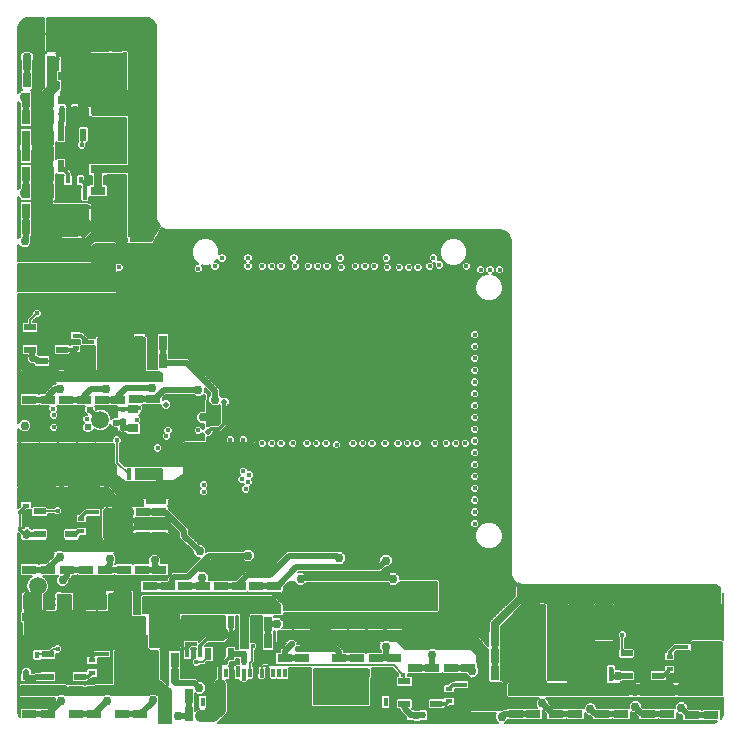
<source format=gbl>
G75*
%MOIN*%
%OFA0B0*%
%FSLAX25Y25*%
%IPPOS*%
%LPD*%
%AMOC8*
5,1,8,0,0,1.08239X$1,22.5*
%
%ADD10R,0.05118X0.02756*%
%ADD11R,0.03937X0.01378*%
%ADD12C,0.00020*%
%ADD13R,0.02756X0.05118*%
%ADD14R,0.03937X0.02165*%
%ADD15R,0.02362X0.01575*%
%ADD16R,0.01181X0.03150*%
%ADD17R,0.01575X0.03150*%
%ADD18R,0.01575X0.02362*%
%ADD19R,0.02165X0.03937*%
%ADD20R,0.01378X0.03937*%
%ADD21C,0.05906*%
%ADD22R,0.01575X0.03937*%
%ADD23R,0.08799X0.06791*%
%ADD24R,0.01575X0.02992*%
%ADD25R,0.03543X0.02756*%
%ADD26R,0.07087X0.07087*%
%ADD27C,0.01969*%
%ADD28C,0.01981*%
%ADD29C,0.02953*%
%ADD30C,0.01181*%
%ADD31C,0.02375*%
%ADD32C,0.00500*%
%ADD33C,0.03937*%
%ADD34C,0.01575*%
%ADD35C,0.00787*%
%ADD36C,0.01587*%
%ADD37C,0.02756*%
%ADD38C,0.02178*%
%ADD39C,0.00600*%
D10*
X0096132Y0115030D03*
X0102431Y0115030D03*
X0102431Y0122904D03*
X0096132Y0122904D03*
X0111486Y0122904D03*
X0117785Y0122904D03*
X0117785Y0115030D03*
X0111486Y0115030D03*
X0126841Y0115030D03*
X0133140Y0115030D03*
X0133140Y0122904D03*
X0126841Y0122904D03*
X0132352Y0138258D03*
X0126447Y0139439D03*
X0126447Y0147313D03*
X0132352Y0146132D03*
X0136289Y0149675D03*
X0142195Y0149675D03*
X0148100Y0149675D03*
X0154006Y0149675D03*
X0159911Y0149675D03*
X0165817Y0149675D03*
X0171722Y0149675D03*
X0177628Y0149675D03*
X0183140Y0153219D03*
X0189045Y0153219D03*
X0194951Y0153219D03*
X0200856Y0153219D03*
X0206762Y0153219D03*
X0212667Y0153219D03*
X0218573Y0153219D03*
X0218573Y0145344D03*
X0217785Y0141407D03*
X0211486Y0141407D03*
X0212667Y0145344D03*
X0206762Y0145344D03*
X0205187Y0141407D03*
X0200856Y0145344D03*
X0199281Y0141407D03*
X0194951Y0145344D03*
X0189045Y0145344D03*
X0187077Y0141407D03*
X0183140Y0145344D03*
X0181171Y0141407D03*
X0181171Y0133533D03*
X0187077Y0133533D03*
X0199281Y0133533D03*
X0205187Y0133533D03*
X0211486Y0133533D03*
X0217785Y0133533D03*
X0224478Y0130384D03*
X0230384Y0130384D03*
X0236683Y0130384D03*
X0242195Y0130384D03*
X0242195Y0138258D03*
X0236683Y0138258D03*
X0230384Y0138258D03*
X0224478Y0138258D03*
X0258337Y0122904D03*
X0263848Y0122904D03*
X0271722Y0122904D03*
X0278022Y0122904D03*
X0278022Y0115030D03*
X0271722Y0115030D03*
X0263848Y0115030D03*
X0258337Y0115030D03*
X0287077Y0115030D03*
X0293376Y0115030D03*
X0293376Y0122904D03*
X0287077Y0122904D03*
X0287470Y0133140D03*
X0287470Y0141014D03*
X0302431Y0122904D03*
X0308730Y0122904D03*
X0308730Y0115030D03*
X0302431Y0115030D03*
X0316998Y0114636D03*
X0323297Y0114636D03*
X0323297Y0122510D03*
X0316998Y0122510D03*
X0177628Y0157549D03*
X0171722Y0157549D03*
X0165817Y0157549D03*
X0159911Y0157549D03*
X0154006Y0157549D03*
X0148100Y0157549D03*
X0142195Y0157549D03*
X0136289Y0157549D03*
X0133533Y0163061D03*
X0127628Y0163061D03*
X0121329Y0163061D03*
X0115030Y0163061D03*
X0108730Y0163061D03*
X0102431Y0163061D03*
X0096132Y0163061D03*
X0096132Y0170935D03*
X0102431Y0170935D03*
X0108730Y0170935D03*
X0115030Y0170935D03*
X0121329Y0170935D03*
X0127628Y0170935D03*
X0133533Y0170935D03*
X0133927Y0174478D03*
X0133927Y0182352D03*
X0139439Y0182352D03*
X0139439Y0174478D03*
X0139439Y0170935D03*
X0139439Y0163061D03*
X0120541Y0147313D03*
X0114636Y0147313D03*
X0114636Y0139439D03*
X0120541Y0139439D03*
X0108730Y0139439D03*
X0102431Y0139439D03*
X0096132Y0139439D03*
X0096132Y0147313D03*
X0102431Y0147313D03*
X0108730Y0147313D03*
X0108730Y0187077D03*
X0102431Y0187470D03*
X0096132Y0187470D03*
X0096132Y0195344D03*
X0096132Y0199281D03*
X0102431Y0199281D03*
X0102431Y0195344D03*
X0108730Y0194951D03*
X0108730Y0199281D03*
X0115030Y0199281D03*
X0115030Y0194951D03*
X0121329Y0194951D03*
X0121329Y0199281D03*
X0121329Y0207156D03*
X0115030Y0207156D03*
X0108730Y0207156D03*
X0102431Y0207156D03*
X0096132Y0207156D03*
X0096132Y0219754D03*
X0102431Y0219754D03*
X0108337Y0219754D03*
X0114242Y0219754D03*
X0120148Y0219754D03*
X0125659Y0219754D03*
X0131565Y0220148D03*
X0137470Y0220148D03*
X0137470Y0228022D03*
X0131565Y0228022D03*
X0125659Y0227628D03*
X0120148Y0227628D03*
X0114242Y0227628D03*
X0108337Y0227628D03*
X0102431Y0227628D03*
X0096132Y0227628D03*
X0096132Y0252037D03*
X0102037Y0252037D03*
X0107943Y0252037D03*
X0113848Y0252037D03*
X0119754Y0252037D03*
X0119754Y0259911D03*
X0113848Y0259911D03*
X0107943Y0259911D03*
X0102037Y0259911D03*
X0096132Y0259911D03*
X0118967Y0281565D03*
X0118967Y0289439D03*
X0118967Y0296526D03*
X0118967Y0304400D03*
X0118967Y0308337D03*
X0118967Y0316211D03*
X0119360Y0319754D03*
X0113848Y0319754D03*
X0108140Y0319754D03*
X0108140Y0327628D03*
X0108927Y0331171D03*
X0113848Y0327628D03*
X0115620Y0331171D03*
X0119360Y0327628D03*
X0115620Y0339045D03*
X0108927Y0339045D03*
X0115030Y0187077D03*
X0121329Y0187077D03*
D11*
X0117195Y0182254D03*
X0117195Y0179695D03*
X0117195Y0177136D03*
X0117195Y0174577D03*
X0128612Y0174577D03*
X0128612Y0177136D03*
X0128612Y0179695D03*
X0128612Y0182254D03*
X0138455Y0146033D03*
X0138455Y0143474D03*
X0138455Y0140915D03*
X0138455Y0138356D03*
X0132156Y0135010D03*
X0132156Y0132451D03*
X0132156Y0129892D03*
X0132156Y0127333D03*
X0120738Y0127333D03*
X0120738Y0129892D03*
X0120738Y0132451D03*
X0120738Y0135010D03*
X0149872Y0138356D03*
X0149872Y0140915D03*
X0149872Y0143474D03*
X0149872Y0146033D03*
X0127037Y0231270D03*
X0127037Y0233829D03*
X0127037Y0236388D03*
X0127037Y0238947D03*
X0115620Y0238947D03*
X0115620Y0236388D03*
X0115620Y0233829D03*
X0115620Y0231270D03*
X0240030Y0124774D03*
X0240030Y0122215D03*
X0240030Y0119656D03*
X0240030Y0117096D03*
X0251447Y0117096D03*
X0251447Y0119656D03*
X0251447Y0122215D03*
X0251447Y0124774D03*
X0313652Y0129695D03*
X0313652Y0132254D03*
X0313652Y0134813D03*
X0313652Y0137372D03*
X0325069Y0137372D03*
X0325069Y0134813D03*
X0325069Y0132254D03*
X0325069Y0129695D03*
D12*
X0323888Y0130384D02*
X0323888Y0131565D01*
X0327037Y0131565D01*
X0327037Y0132943D01*
X0323888Y0132943D01*
X0323888Y0134124D01*
X0327037Y0134124D01*
X0327037Y0135502D01*
X0323888Y0135502D01*
X0323888Y0136683D01*
X0327037Y0136683D01*
X0327037Y0138061D01*
X0317195Y0138061D01*
X0317195Y0129006D01*
X0327037Y0129006D01*
X0327037Y0130384D01*
X0323888Y0130384D01*
X0323888Y0130396D02*
X0317195Y0130396D01*
X0317195Y0130378D02*
X0327037Y0130378D01*
X0327037Y0130360D02*
X0317195Y0130360D01*
X0317195Y0130342D02*
X0327037Y0130342D01*
X0327037Y0130323D02*
X0317195Y0130323D01*
X0317195Y0130305D02*
X0327037Y0130305D01*
X0327037Y0130287D02*
X0317195Y0130287D01*
X0317195Y0130269D02*
X0327037Y0130269D01*
X0327037Y0130251D02*
X0317195Y0130251D01*
X0317195Y0130232D02*
X0327037Y0130232D01*
X0327037Y0130214D02*
X0317195Y0130214D01*
X0317195Y0130196D02*
X0327037Y0130196D01*
X0327037Y0130178D02*
X0317195Y0130178D01*
X0317195Y0130160D02*
X0327037Y0130160D01*
X0327037Y0130142D02*
X0317195Y0130142D01*
X0317195Y0130123D02*
X0327037Y0130123D01*
X0327037Y0130105D02*
X0317195Y0130105D01*
X0317195Y0130087D02*
X0327037Y0130087D01*
X0327037Y0130069D02*
X0317195Y0130069D01*
X0317195Y0130051D02*
X0327037Y0130051D01*
X0327037Y0130032D02*
X0317195Y0130032D01*
X0317195Y0130014D02*
X0327037Y0130014D01*
X0327037Y0129996D02*
X0317195Y0129996D01*
X0317195Y0129978D02*
X0327037Y0129978D01*
X0327037Y0129960D02*
X0317195Y0129960D01*
X0317195Y0129941D02*
X0327037Y0129941D01*
X0327037Y0129923D02*
X0317195Y0129923D01*
X0317195Y0129905D02*
X0327037Y0129905D01*
X0327037Y0129887D02*
X0317195Y0129887D01*
X0317195Y0129869D02*
X0327037Y0129869D01*
X0327037Y0129850D02*
X0317195Y0129850D01*
X0317195Y0129832D02*
X0327037Y0129832D01*
X0327037Y0129814D02*
X0317195Y0129814D01*
X0317195Y0129796D02*
X0327037Y0129796D01*
X0327037Y0129778D02*
X0317195Y0129778D01*
X0317195Y0129759D02*
X0327037Y0129759D01*
X0327037Y0129741D02*
X0317195Y0129741D01*
X0317195Y0129723D02*
X0327037Y0129723D01*
X0327037Y0129705D02*
X0317195Y0129705D01*
X0317195Y0129687D02*
X0327037Y0129687D01*
X0327037Y0129668D02*
X0317195Y0129668D01*
X0317195Y0129650D02*
X0327037Y0129650D01*
X0327037Y0129632D02*
X0317195Y0129632D01*
X0317195Y0129614D02*
X0327037Y0129614D01*
X0327037Y0129596D02*
X0317195Y0129596D01*
X0317195Y0129577D02*
X0327037Y0129577D01*
X0327037Y0129559D02*
X0317195Y0129559D01*
X0317195Y0129541D02*
X0327037Y0129541D01*
X0327037Y0129523D02*
X0317195Y0129523D01*
X0317195Y0129505D02*
X0327037Y0129505D01*
X0327037Y0129486D02*
X0317195Y0129486D01*
X0317195Y0129468D02*
X0327037Y0129468D01*
X0327037Y0129450D02*
X0317195Y0129450D01*
X0317195Y0129432D02*
X0327037Y0129432D01*
X0327037Y0129414D02*
X0317195Y0129414D01*
X0317195Y0129395D02*
X0327037Y0129395D01*
X0327037Y0129377D02*
X0317195Y0129377D01*
X0317195Y0129359D02*
X0327037Y0129359D01*
X0327037Y0129341D02*
X0317195Y0129341D01*
X0317195Y0129323D02*
X0327037Y0129323D01*
X0327037Y0129304D02*
X0317195Y0129304D01*
X0317195Y0129286D02*
X0327037Y0129286D01*
X0327037Y0129268D02*
X0317195Y0129268D01*
X0317195Y0129250D02*
X0327037Y0129250D01*
X0327037Y0129232D02*
X0317195Y0129232D01*
X0317195Y0129213D02*
X0327037Y0129213D01*
X0327037Y0129195D02*
X0317195Y0129195D01*
X0317195Y0129177D02*
X0327037Y0129177D01*
X0327037Y0129159D02*
X0317195Y0129159D01*
X0317195Y0129141D02*
X0327037Y0129141D01*
X0327037Y0129123D02*
X0317195Y0129123D01*
X0317195Y0129104D02*
X0327037Y0129104D01*
X0327037Y0129086D02*
X0317195Y0129086D01*
X0317195Y0129068D02*
X0327037Y0129068D01*
X0327037Y0129050D02*
X0317195Y0129050D01*
X0317195Y0129032D02*
X0327037Y0129032D01*
X0327037Y0129013D02*
X0317195Y0129013D01*
X0317195Y0130414D02*
X0323888Y0130414D01*
X0323888Y0130433D02*
X0317195Y0130433D01*
X0317195Y0130451D02*
X0323888Y0130451D01*
X0323888Y0130469D02*
X0317195Y0130469D01*
X0317195Y0130487D02*
X0323888Y0130487D01*
X0323888Y0130505D02*
X0317195Y0130505D01*
X0317195Y0130524D02*
X0323888Y0130524D01*
X0323888Y0130542D02*
X0317195Y0130542D01*
X0317195Y0130560D02*
X0323888Y0130560D01*
X0323888Y0130578D02*
X0317195Y0130578D01*
X0317195Y0130596D02*
X0323888Y0130596D01*
X0323888Y0130615D02*
X0317195Y0130615D01*
X0317195Y0130633D02*
X0323888Y0130633D01*
X0323888Y0130651D02*
X0317195Y0130651D01*
X0317195Y0130669D02*
X0323888Y0130669D01*
X0323888Y0130687D02*
X0317195Y0130687D01*
X0317195Y0130706D02*
X0323888Y0130706D01*
X0323888Y0130724D02*
X0317195Y0130724D01*
X0317195Y0130742D02*
X0323888Y0130742D01*
X0323888Y0130760D02*
X0317195Y0130760D01*
X0317195Y0130778D02*
X0323888Y0130778D01*
X0323888Y0130797D02*
X0317195Y0130797D01*
X0317195Y0130815D02*
X0323888Y0130815D01*
X0323888Y0130833D02*
X0317195Y0130833D01*
X0317195Y0130851D02*
X0323888Y0130851D01*
X0323888Y0130869D02*
X0317195Y0130869D01*
X0317195Y0130888D02*
X0323888Y0130888D01*
X0323888Y0130906D02*
X0317195Y0130906D01*
X0317195Y0130924D02*
X0323888Y0130924D01*
X0323888Y0130942D02*
X0317195Y0130942D01*
X0317195Y0130960D02*
X0323888Y0130960D01*
X0323888Y0130979D02*
X0317195Y0130979D01*
X0317195Y0130997D02*
X0323888Y0130997D01*
X0323888Y0131015D02*
X0317195Y0131015D01*
X0317195Y0131033D02*
X0323888Y0131033D01*
X0323888Y0131051D02*
X0317195Y0131051D01*
X0317195Y0131070D02*
X0323888Y0131070D01*
X0323888Y0131088D02*
X0317195Y0131088D01*
X0317195Y0131106D02*
X0323888Y0131106D01*
X0323888Y0131124D02*
X0317195Y0131124D01*
X0317195Y0131142D02*
X0323888Y0131142D01*
X0323888Y0131161D02*
X0317195Y0131161D01*
X0317195Y0131179D02*
X0323888Y0131179D01*
X0323888Y0131197D02*
X0317195Y0131197D01*
X0317195Y0131215D02*
X0323888Y0131215D01*
X0323888Y0131233D02*
X0317195Y0131233D01*
X0317195Y0131251D02*
X0323888Y0131251D01*
X0323888Y0131270D02*
X0317195Y0131270D01*
X0317195Y0131288D02*
X0323888Y0131288D01*
X0323888Y0131306D02*
X0317195Y0131306D01*
X0317195Y0131324D02*
X0323888Y0131324D01*
X0323888Y0131342D02*
X0317195Y0131342D01*
X0317195Y0131361D02*
X0323888Y0131361D01*
X0323888Y0131379D02*
X0317195Y0131379D01*
X0317195Y0131397D02*
X0323888Y0131397D01*
X0323888Y0131415D02*
X0317195Y0131415D01*
X0317195Y0131433D02*
X0323888Y0131433D01*
X0323888Y0131452D02*
X0317195Y0131452D01*
X0317195Y0131470D02*
X0323888Y0131470D01*
X0323888Y0131488D02*
X0317195Y0131488D01*
X0317195Y0131506D02*
X0323888Y0131506D01*
X0323888Y0131524D02*
X0317195Y0131524D01*
X0317195Y0131543D02*
X0323888Y0131543D01*
X0323888Y0131561D02*
X0317195Y0131561D01*
X0317195Y0131579D02*
X0327037Y0131579D01*
X0327037Y0131597D02*
X0317195Y0131597D01*
X0317195Y0131615D02*
X0327037Y0131615D01*
X0327037Y0131634D02*
X0317195Y0131634D01*
X0317195Y0131652D02*
X0327037Y0131652D01*
X0327037Y0131670D02*
X0317195Y0131670D01*
X0317195Y0131688D02*
X0327037Y0131688D01*
X0327037Y0131706D02*
X0317195Y0131706D01*
X0317195Y0131725D02*
X0327037Y0131725D01*
X0327037Y0131743D02*
X0317195Y0131743D01*
X0317195Y0131761D02*
X0327037Y0131761D01*
X0327037Y0131779D02*
X0317195Y0131779D01*
X0317195Y0131797D02*
X0327037Y0131797D01*
X0327037Y0131816D02*
X0317195Y0131816D01*
X0317195Y0131834D02*
X0327037Y0131834D01*
X0327037Y0131852D02*
X0317195Y0131852D01*
X0317195Y0131870D02*
X0327037Y0131870D01*
X0327037Y0131888D02*
X0317195Y0131888D01*
X0317195Y0131907D02*
X0327037Y0131907D01*
X0327037Y0131925D02*
X0317195Y0131925D01*
X0317195Y0131943D02*
X0327037Y0131943D01*
X0327037Y0131961D02*
X0317195Y0131961D01*
X0317195Y0131979D02*
X0327037Y0131979D01*
X0327037Y0131998D02*
X0317195Y0131998D01*
X0317195Y0132016D02*
X0327037Y0132016D01*
X0327037Y0132034D02*
X0317195Y0132034D01*
X0317195Y0132052D02*
X0327037Y0132052D01*
X0327037Y0132070D02*
X0317195Y0132070D01*
X0317195Y0132089D02*
X0327037Y0132089D01*
X0327037Y0132107D02*
X0317195Y0132107D01*
X0317195Y0132125D02*
X0327037Y0132125D01*
X0327037Y0132143D02*
X0317195Y0132143D01*
X0317195Y0132161D02*
X0327037Y0132161D01*
X0327037Y0132180D02*
X0317195Y0132180D01*
X0317195Y0132198D02*
X0327037Y0132198D01*
X0327037Y0132216D02*
X0317195Y0132216D01*
X0317195Y0132234D02*
X0327037Y0132234D01*
X0327037Y0132252D02*
X0317195Y0132252D01*
X0317195Y0132270D02*
X0327037Y0132270D01*
X0327037Y0132289D02*
X0317195Y0132289D01*
X0317195Y0132307D02*
X0327037Y0132307D01*
X0327037Y0132325D02*
X0317195Y0132325D01*
X0317195Y0132343D02*
X0327037Y0132343D01*
X0327037Y0132361D02*
X0317195Y0132361D01*
X0317195Y0132380D02*
X0327037Y0132380D01*
X0327037Y0132398D02*
X0317195Y0132398D01*
X0317195Y0132416D02*
X0327037Y0132416D01*
X0327037Y0132434D02*
X0317195Y0132434D01*
X0317195Y0132452D02*
X0327037Y0132452D01*
X0327037Y0132471D02*
X0317195Y0132471D01*
X0317195Y0132489D02*
X0327037Y0132489D01*
X0327037Y0132507D02*
X0317195Y0132507D01*
X0317195Y0132525D02*
X0327037Y0132525D01*
X0327037Y0132543D02*
X0317195Y0132543D01*
X0317195Y0132562D02*
X0327037Y0132562D01*
X0327037Y0132580D02*
X0317195Y0132580D01*
X0317195Y0132598D02*
X0327037Y0132598D01*
X0327037Y0132616D02*
X0317195Y0132616D01*
X0317195Y0132634D02*
X0327037Y0132634D01*
X0327037Y0132653D02*
X0317195Y0132653D01*
X0317195Y0132671D02*
X0327037Y0132671D01*
X0327037Y0132689D02*
X0317195Y0132689D01*
X0317195Y0132707D02*
X0327037Y0132707D01*
X0327037Y0132725D02*
X0317195Y0132725D01*
X0317195Y0132744D02*
X0327037Y0132744D01*
X0327037Y0132762D02*
X0317195Y0132762D01*
X0317195Y0132780D02*
X0327037Y0132780D01*
X0327037Y0132798D02*
X0317195Y0132798D01*
X0317195Y0132816D02*
X0327037Y0132816D01*
X0327037Y0132835D02*
X0317195Y0132835D01*
X0317195Y0132853D02*
X0327037Y0132853D01*
X0327037Y0132871D02*
X0317195Y0132871D01*
X0317195Y0132889D02*
X0327037Y0132889D01*
X0327037Y0132907D02*
X0317195Y0132907D01*
X0317195Y0132926D02*
X0327037Y0132926D01*
X0327037Y0134127D02*
X0317195Y0134127D01*
X0317195Y0134145D02*
X0327037Y0134145D01*
X0327037Y0134163D02*
X0317195Y0134163D01*
X0317195Y0134181D02*
X0327037Y0134181D01*
X0327037Y0134199D02*
X0317195Y0134199D01*
X0317195Y0134217D02*
X0327037Y0134217D01*
X0327037Y0134236D02*
X0317195Y0134236D01*
X0317195Y0134254D02*
X0327037Y0134254D01*
X0327037Y0134272D02*
X0317195Y0134272D01*
X0317195Y0134290D02*
X0327037Y0134290D01*
X0327037Y0134308D02*
X0317195Y0134308D01*
X0317195Y0134327D02*
X0327037Y0134327D01*
X0327037Y0134345D02*
X0317195Y0134345D01*
X0317195Y0134363D02*
X0327037Y0134363D01*
X0327037Y0134381D02*
X0317195Y0134381D01*
X0317195Y0134399D02*
X0327037Y0134399D01*
X0327037Y0134418D02*
X0317195Y0134418D01*
X0317195Y0134436D02*
X0327037Y0134436D01*
X0327037Y0134454D02*
X0317195Y0134454D01*
X0317195Y0134472D02*
X0327037Y0134472D01*
X0327037Y0134490D02*
X0317195Y0134490D01*
X0317195Y0134509D02*
X0327037Y0134509D01*
X0327037Y0134527D02*
X0317195Y0134527D01*
X0317195Y0134545D02*
X0327037Y0134545D01*
X0327037Y0134563D02*
X0317195Y0134563D01*
X0317195Y0134581D02*
X0327037Y0134581D01*
X0327037Y0134600D02*
X0317195Y0134600D01*
X0317195Y0134618D02*
X0327037Y0134618D01*
X0327037Y0134636D02*
X0317195Y0134636D01*
X0317195Y0134654D02*
X0327037Y0134654D01*
X0327037Y0134672D02*
X0317195Y0134672D01*
X0317195Y0134691D02*
X0327037Y0134691D01*
X0327037Y0134709D02*
X0317195Y0134709D01*
X0317195Y0134727D02*
X0327037Y0134727D01*
X0327037Y0134745D02*
X0317195Y0134745D01*
X0317195Y0134763D02*
X0327037Y0134763D01*
X0327037Y0134782D02*
X0317195Y0134782D01*
X0317195Y0134800D02*
X0327037Y0134800D01*
X0327037Y0134818D02*
X0317195Y0134818D01*
X0317195Y0134836D02*
X0327037Y0134836D01*
X0327037Y0134854D02*
X0317195Y0134854D01*
X0317195Y0134873D02*
X0327037Y0134873D01*
X0327037Y0134891D02*
X0317195Y0134891D01*
X0317195Y0134909D02*
X0327037Y0134909D01*
X0327037Y0134927D02*
X0317195Y0134927D01*
X0317195Y0134945D02*
X0327037Y0134945D01*
X0327037Y0134964D02*
X0317195Y0134964D01*
X0317195Y0134982D02*
X0327037Y0134982D01*
X0327037Y0135000D02*
X0317195Y0135000D01*
X0317195Y0135018D02*
X0327037Y0135018D01*
X0327037Y0135036D02*
X0317195Y0135036D01*
X0317195Y0135055D02*
X0327037Y0135055D01*
X0327037Y0135073D02*
X0317195Y0135073D01*
X0317195Y0135091D02*
X0327037Y0135091D01*
X0327037Y0135109D02*
X0317195Y0135109D01*
X0317195Y0135127D02*
X0327037Y0135127D01*
X0327037Y0135146D02*
X0317195Y0135146D01*
X0317195Y0135164D02*
X0327037Y0135164D01*
X0327037Y0135182D02*
X0317195Y0135182D01*
X0317195Y0135200D02*
X0327037Y0135200D01*
X0327037Y0135218D02*
X0317195Y0135218D01*
X0317195Y0135236D02*
X0327037Y0135236D01*
X0327037Y0135255D02*
X0317195Y0135255D01*
X0317195Y0135273D02*
X0327037Y0135273D01*
X0327037Y0135291D02*
X0317195Y0135291D01*
X0317195Y0135309D02*
X0327037Y0135309D01*
X0327037Y0135327D02*
X0317195Y0135327D01*
X0317195Y0135346D02*
X0327037Y0135346D01*
X0327037Y0135364D02*
X0317195Y0135364D01*
X0317195Y0135382D02*
X0327037Y0135382D01*
X0327037Y0135400D02*
X0317195Y0135400D01*
X0317195Y0135418D02*
X0327037Y0135418D01*
X0327037Y0135437D02*
X0317195Y0135437D01*
X0317195Y0135455D02*
X0327037Y0135455D01*
X0327037Y0135473D02*
X0317195Y0135473D01*
X0317195Y0135491D02*
X0327037Y0135491D01*
X0327037Y0136692D02*
X0317195Y0136692D01*
X0317195Y0136674D02*
X0323888Y0136674D01*
X0323888Y0136656D02*
X0317195Y0136656D01*
X0317195Y0136638D02*
X0323888Y0136638D01*
X0323888Y0136619D02*
X0317195Y0136619D01*
X0317195Y0136601D02*
X0323888Y0136601D01*
X0323888Y0136583D02*
X0317195Y0136583D01*
X0317195Y0136565D02*
X0323888Y0136565D01*
X0323888Y0136547D02*
X0317195Y0136547D01*
X0317195Y0136528D02*
X0323888Y0136528D01*
X0323888Y0136510D02*
X0317195Y0136510D01*
X0317195Y0136492D02*
X0323888Y0136492D01*
X0323888Y0136474D02*
X0317195Y0136474D01*
X0317195Y0136456D02*
X0323888Y0136456D01*
X0323888Y0136437D02*
X0317195Y0136437D01*
X0317195Y0136419D02*
X0323888Y0136419D01*
X0323888Y0136401D02*
X0317195Y0136401D01*
X0317195Y0136383D02*
X0323888Y0136383D01*
X0323888Y0136365D02*
X0317195Y0136365D01*
X0317195Y0136346D02*
X0323888Y0136346D01*
X0323888Y0136328D02*
X0317195Y0136328D01*
X0317195Y0136310D02*
X0323888Y0136310D01*
X0323888Y0136292D02*
X0317195Y0136292D01*
X0317195Y0136274D02*
X0323888Y0136274D01*
X0323888Y0136255D02*
X0317195Y0136255D01*
X0317195Y0136237D02*
X0323888Y0136237D01*
X0323888Y0136219D02*
X0317195Y0136219D01*
X0317195Y0136201D02*
X0323888Y0136201D01*
X0323888Y0136183D02*
X0317195Y0136183D01*
X0317195Y0136165D02*
X0323888Y0136165D01*
X0323888Y0136146D02*
X0317195Y0136146D01*
X0317195Y0136128D02*
X0323888Y0136128D01*
X0323888Y0136110D02*
X0317195Y0136110D01*
X0317195Y0136092D02*
X0323888Y0136092D01*
X0323888Y0136074D02*
X0317195Y0136074D01*
X0317195Y0136055D02*
X0323888Y0136055D01*
X0323888Y0136037D02*
X0317195Y0136037D01*
X0317195Y0136019D02*
X0323888Y0136019D01*
X0323888Y0136001D02*
X0317195Y0136001D01*
X0317195Y0135983D02*
X0323888Y0135983D01*
X0323888Y0135964D02*
X0317195Y0135964D01*
X0317195Y0135946D02*
X0323888Y0135946D01*
X0323888Y0135928D02*
X0317195Y0135928D01*
X0317195Y0135910D02*
X0323888Y0135910D01*
X0323888Y0135892D02*
X0317195Y0135892D01*
X0317195Y0135873D02*
X0323888Y0135873D01*
X0323888Y0135855D02*
X0317195Y0135855D01*
X0317195Y0135837D02*
X0323888Y0135837D01*
X0323888Y0135819D02*
X0317195Y0135819D01*
X0317195Y0135801D02*
X0323888Y0135801D01*
X0323888Y0135782D02*
X0317195Y0135782D01*
X0317195Y0135764D02*
X0323888Y0135764D01*
X0323888Y0135746D02*
X0317195Y0135746D01*
X0317195Y0135728D02*
X0323888Y0135728D01*
X0323888Y0135710D02*
X0317195Y0135710D01*
X0317195Y0135691D02*
X0323888Y0135691D01*
X0323888Y0135673D02*
X0317195Y0135673D01*
X0317195Y0135655D02*
X0323888Y0135655D01*
X0323888Y0135637D02*
X0317195Y0135637D01*
X0317195Y0135619D02*
X0323888Y0135619D01*
X0323888Y0135600D02*
X0317195Y0135600D01*
X0317195Y0135582D02*
X0323888Y0135582D01*
X0323888Y0135564D02*
X0317195Y0135564D01*
X0317195Y0135546D02*
X0323888Y0135546D01*
X0323888Y0135528D02*
X0317195Y0135528D01*
X0317195Y0135509D02*
X0323888Y0135509D01*
X0323888Y0134108D02*
X0317195Y0134108D01*
X0317195Y0134090D02*
X0323888Y0134090D01*
X0323888Y0134072D02*
X0317195Y0134072D01*
X0317195Y0134054D02*
X0323888Y0134054D01*
X0323888Y0134036D02*
X0317195Y0134036D01*
X0317195Y0134017D02*
X0323888Y0134017D01*
X0323888Y0133999D02*
X0317195Y0133999D01*
X0317195Y0133981D02*
X0323888Y0133981D01*
X0323888Y0133963D02*
X0317195Y0133963D01*
X0317195Y0133945D02*
X0323888Y0133945D01*
X0323888Y0133926D02*
X0317195Y0133926D01*
X0317195Y0133908D02*
X0323888Y0133908D01*
X0323888Y0133890D02*
X0317195Y0133890D01*
X0317195Y0133872D02*
X0323888Y0133872D01*
X0323888Y0133854D02*
X0317195Y0133854D01*
X0317195Y0133835D02*
X0323888Y0133835D01*
X0323888Y0133817D02*
X0317195Y0133817D01*
X0317195Y0133799D02*
X0323888Y0133799D01*
X0323888Y0133781D02*
X0317195Y0133781D01*
X0317195Y0133763D02*
X0323888Y0133763D01*
X0323888Y0133744D02*
X0317195Y0133744D01*
X0317195Y0133726D02*
X0323888Y0133726D01*
X0323888Y0133708D02*
X0317195Y0133708D01*
X0317195Y0133690D02*
X0323888Y0133690D01*
X0323888Y0133672D02*
X0317195Y0133672D01*
X0317195Y0133653D02*
X0323888Y0133653D01*
X0323888Y0133635D02*
X0317195Y0133635D01*
X0317195Y0133617D02*
X0323888Y0133617D01*
X0323888Y0133599D02*
X0317195Y0133599D01*
X0317195Y0133581D02*
X0323888Y0133581D01*
X0323888Y0133562D02*
X0317195Y0133562D01*
X0317195Y0133544D02*
X0323888Y0133544D01*
X0323888Y0133526D02*
X0317195Y0133526D01*
X0317195Y0133508D02*
X0323888Y0133508D01*
X0323888Y0133490D02*
X0317195Y0133490D01*
X0317195Y0133471D02*
X0323888Y0133471D01*
X0323888Y0133453D02*
X0317195Y0133453D01*
X0317195Y0133435D02*
X0323888Y0133435D01*
X0323888Y0133417D02*
X0317195Y0133417D01*
X0317195Y0133399D02*
X0323888Y0133399D01*
X0323888Y0133380D02*
X0317195Y0133380D01*
X0317195Y0133362D02*
X0323888Y0133362D01*
X0323888Y0133344D02*
X0317195Y0133344D01*
X0317195Y0133326D02*
X0323888Y0133326D01*
X0323888Y0133308D02*
X0317195Y0133308D01*
X0317195Y0133289D02*
X0323888Y0133289D01*
X0323888Y0133271D02*
X0317195Y0133271D01*
X0317195Y0133253D02*
X0323888Y0133253D01*
X0323888Y0133235D02*
X0317195Y0133235D01*
X0317195Y0133217D02*
X0323888Y0133217D01*
X0323888Y0133198D02*
X0317195Y0133198D01*
X0317195Y0133180D02*
X0323888Y0133180D01*
X0323888Y0133162D02*
X0317195Y0133162D01*
X0317195Y0133144D02*
X0323888Y0133144D01*
X0323888Y0133126D02*
X0317195Y0133126D01*
X0317195Y0133108D02*
X0323888Y0133108D01*
X0323888Y0133089D02*
X0317195Y0133089D01*
X0317195Y0133071D02*
X0323888Y0133071D01*
X0323888Y0133053D02*
X0317195Y0133053D01*
X0317195Y0133035D02*
X0323888Y0133035D01*
X0323888Y0133017D02*
X0317195Y0133017D01*
X0317195Y0132998D02*
X0323888Y0132998D01*
X0323888Y0132980D02*
X0317195Y0132980D01*
X0317195Y0132962D02*
X0323888Y0132962D01*
X0323888Y0132944D02*
X0317195Y0132944D01*
X0315620Y0132944D02*
X0313652Y0132944D01*
X0313652Y0132943D02*
X0311683Y0132943D01*
X0311683Y0131565D01*
X0313652Y0131565D01*
X0313652Y0130384D01*
X0311683Y0130384D01*
X0311683Y0129006D01*
X0315620Y0129006D01*
X0315620Y0135502D01*
X0311683Y0135502D01*
X0311683Y0134124D01*
X0313652Y0134124D01*
X0313652Y0132943D01*
X0313652Y0132962D02*
X0315620Y0132962D01*
X0315620Y0132980D02*
X0313652Y0132980D01*
X0313652Y0132998D02*
X0315620Y0132998D01*
X0315620Y0133017D02*
X0313652Y0133017D01*
X0313652Y0133035D02*
X0315620Y0133035D01*
X0315620Y0133053D02*
X0313652Y0133053D01*
X0313652Y0133071D02*
X0315620Y0133071D01*
X0315620Y0133089D02*
X0313652Y0133089D01*
X0313652Y0133108D02*
X0315620Y0133108D01*
X0315620Y0133126D02*
X0313652Y0133126D01*
X0313652Y0133144D02*
X0315620Y0133144D01*
X0315620Y0133162D02*
X0313652Y0133162D01*
X0313652Y0133180D02*
X0315620Y0133180D01*
X0315620Y0133198D02*
X0313652Y0133198D01*
X0313652Y0133217D02*
X0315620Y0133217D01*
X0315620Y0133235D02*
X0313652Y0133235D01*
X0313652Y0133253D02*
X0315620Y0133253D01*
X0315620Y0133271D02*
X0313652Y0133271D01*
X0313652Y0133289D02*
X0315620Y0133289D01*
X0315620Y0133308D02*
X0313652Y0133308D01*
X0313652Y0133326D02*
X0315620Y0133326D01*
X0315620Y0133344D02*
X0313652Y0133344D01*
X0313652Y0133362D02*
X0315620Y0133362D01*
X0315620Y0133380D02*
X0313652Y0133380D01*
X0313652Y0133399D02*
X0315620Y0133399D01*
X0315620Y0133417D02*
X0313652Y0133417D01*
X0313652Y0133435D02*
X0315620Y0133435D01*
X0315620Y0133453D02*
X0313652Y0133453D01*
X0313652Y0133471D02*
X0315620Y0133471D01*
X0315620Y0133490D02*
X0313652Y0133490D01*
X0313652Y0133508D02*
X0315620Y0133508D01*
X0315620Y0133526D02*
X0313652Y0133526D01*
X0313652Y0133544D02*
X0315620Y0133544D01*
X0315620Y0133562D02*
X0313652Y0133562D01*
X0313652Y0133581D02*
X0315620Y0133581D01*
X0315620Y0133599D02*
X0313652Y0133599D01*
X0313652Y0133617D02*
X0315620Y0133617D01*
X0315620Y0133635D02*
X0313652Y0133635D01*
X0313652Y0133653D02*
X0315620Y0133653D01*
X0315620Y0133672D02*
X0313652Y0133672D01*
X0313652Y0133690D02*
X0315620Y0133690D01*
X0315620Y0133708D02*
X0313652Y0133708D01*
X0313652Y0133726D02*
X0315620Y0133726D01*
X0315620Y0133744D02*
X0313652Y0133744D01*
X0313652Y0133763D02*
X0315620Y0133763D01*
X0315620Y0133781D02*
X0313652Y0133781D01*
X0313652Y0133799D02*
X0315620Y0133799D01*
X0315620Y0133817D02*
X0313652Y0133817D01*
X0313652Y0133835D02*
X0315620Y0133835D01*
X0315620Y0133854D02*
X0313652Y0133854D01*
X0313652Y0133872D02*
X0315620Y0133872D01*
X0315620Y0133890D02*
X0313652Y0133890D01*
X0313652Y0133908D02*
X0315620Y0133908D01*
X0315620Y0133926D02*
X0313652Y0133926D01*
X0313652Y0133945D02*
X0315620Y0133945D01*
X0315620Y0133963D02*
X0313652Y0133963D01*
X0313652Y0133981D02*
X0315620Y0133981D01*
X0315620Y0133999D02*
X0313652Y0133999D01*
X0313652Y0134017D02*
X0315620Y0134017D01*
X0315620Y0134036D02*
X0313652Y0134036D01*
X0313652Y0134054D02*
X0315620Y0134054D01*
X0315620Y0134072D02*
X0313652Y0134072D01*
X0313652Y0134090D02*
X0315620Y0134090D01*
X0315620Y0134108D02*
X0313652Y0134108D01*
X0315620Y0134127D02*
X0311683Y0134127D01*
X0311683Y0134145D02*
X0315620Y0134145D01*
X0315620Y0134163D02*
X0311683Y0134163D01*
X0311683Y0134181D02*
X0315620Y0134181D01*
X0315620Y0134199D02*
X0311683Y0134199D01*
X0311683Y0134217D02*
X0315620Y0134217D01*
X0315620Y0134236D02*
X0311683Y0134236D01*
X0311683Y0134254D02*
X0315620Y0134254D01*
X0315620Y0134272D02*
X0311683Y0134272D01*
X0311683Y0134290D02*
X0315620Y0134290D01*
X0315620Y0134308D02*
X0311683Y0134308D01*
X0311683Y0134327D02*
X0315620Y0134327D01*
X0315620Y0134345D02*
X0311683Y0134345D01*
X0311683Y0134363D02*
X0315620Y0134363D01*
X0315620Y0134381D02*
X0311683Y0134381D01*
X0311683Y0134399D02*
X0315620Y0134399D01*
X0315620Y0134418D02*
X0311683Y0134418D01*
X0311683Y0134436D02*
X0315620Y0134436D01*
X0315620Y0134454D02*
X0311683Y0134454D01*
X0311683Y0134472D02*
X0315620Y0134472D01*
X0315620Y0134490D02*
X0311683Y0134490D01*
X0311683Y0134509D02*
X0315620Y0134509D01*
X0315620Y0134527D02*
X0311683Y0134527D01*
X0311683Y0134545D02*
X0315620Y0134545D01*
X0315620Y0134563D02*
X0311683Y0134563D01*
X0311683Y0134581D02*
X0315620Y0134581D01*
X0315620Y0134600D02*
X0311683Y0134600D01*
X0311683Y0134618D02*
X0315620Y0134618D01*
X0315620Y0134636D02*
X0311683Y0134636D01*
X0311683Y0134654D02*
X0315620Y0134654D01*
X0315620Y0134672D02*
X0311683Y0134672D01*
X0311683Y0134691D02*
X0315620Y0134691D01*
X0315620Y0134709D02*
X0311683Y0134709D01*
X0311683Y0134727D02*
X0315620Y0134727D01*
X0315620Y0134745D02*
X0311683Y0134745D01*
X0311683Y0134763D02*
X0315620Y0134763D01*
X0315620Y0134782D02*
X0311683Y0134782D01*
X0311683Y0134800D02*
X0315620Y0134800D01*
X0315620Y0134818D02*
X0311683Y0134818D01*
X0311683Y0134836D02*
X0315620Y0134836D01*
X0315620Y0134854D02*
X0311683Y0134854D01*
X0311683Y0134873D02*
X0315620Y0134873D01*
X0315620Y0134891D02*
X0311683Y0134891D01*
X0311683Y0134909D02*
X0315620Y0134909D01*
X0315620Y0134927D02*
X0311683Y0134927D01*
X0311683Y0134945D02*
X0315620Y0134945D01*
X0315620Y0134964D02*
X0311683Y0134964D01*
X0311683Y0134982D02*
X0315620Y0134982D01*
X0315620Y0135000D02*
X0311683Y0135000D01*
X0311683Y0135018D02*
X0315620Y0135018D01*
X0315620Y0135036D02*
X0311683Y0135036D01*
X0311683Y0135055D02*
X0315620Y0135055D01*
X0315620Y0135073D02*
X0311683Y0135073D01*
X0311683Y0135091D02*
X0315620Y0135091D01*
X0315620Y0135109D02*
X0311683Y0135109D01*
X0311683Y0135127D02*
X0315620Y0135127D01*
X0315620Y0135146D02*
X0311683Y0135146D01*
X0311683Y0135164D02*
X0315620Y0135164D01*
X0315620Y0135182D02*
X0311683Y0135182D01*
X0311683Y0135200D02*
X0315620Y0135200D01*
X0315620Y0135218D02*
X0311683Y0135218D01*
X0311683Y0135236D02*
X0315620Y0135236D01*
X0315620Y0135255D02*
X0311683Y0135255D01*
X0311683Y0135273D02*
X0315620Y0135273D01*
X0315620Y0135291D02*
X0311683Y0135291D01*
X0311683Y0135309D02*
X0315620Y0135309D01*
X0315620Y0135327D02*
X0311683Y0135327D01*
X0311683Y0135346D02*
X0315620Y0135346D01*
X0315620Y0135364D02*
X0311683Y0135364D01*
X0311683Y0135382D02*
X0315620Y0135382D01*
X0315620Y0135400D02*
X0311683Y0135400D01*
X0311683Y0135418D02*
X0315620Y0135418D01*
X0315620Y0135437D02*
X0311683Y0135437D01*
X0311683Y0135455D02*
X0315620Y0135455D01*
X0315620Y0135473D02*
X0311683Y0135473D01*
X0311683Y0135491D02*
X0315620Y0135491D01*
X0317195Y0136710D02*
X0327037Y0136710D01*
X0327037Y0136729D02*
X0317195Y0136729D01*
X0317195Y0136747D02*
X0327037Y0136747D01*
X0327037Y0136765D02*
X0317195Y0136765D01*
X0317195Y0136783D02*
X0327037Y0136783D01*
X0327037Y0136801D02*
X0317195Y0136801D01*
X0317195Y0136820D02*
X0327037Y0136820D01*
X0327037Y0136838D02*
X0317195Y0136838D01*
X0317195Y0136856D02*
X0327037Y0136856D01*
X0327037Y0136874D02*
X0317195Y0136874D01*
X0317195Y0136892D02*
X0327037Y0136892D01*
X0327037Y0136911D02*
X0317195Y0136911D01*
X0317195Y0136929D02*
X0327037Y0136929D01*
X0327037Y0136947D02*
X0317195Y0136947D01*
X0317195Y0136965D02*
X0327037Y0136965D01*
X0327037Y0136983D02*
X0317195Y0136983D01*
X0317195Y0137002D02*
X0327037Y0137002D01*
X0327037Y0137020D02*
X0317195Y0137020D01*
X0317195Y0137038D02*
X0327037Y0137038D01*
X0327037Y0137056D02*
X0317195Y0137056D01*
X0317195Y0137074D02*
X0327037Y0137074D01*
X0327037Y0137093D02*
X0317195Y0137093D01*
X0317195Y0137111D02*
X0327037Y0137111D01*
X0327037Y0137129D02*
X0317195Y0137129D01*
X0317195Y0137147D02*
X0327037Y0137147D01*
X0327037Y0137165D02*
X0317195Y0137165D01*
X0317195Y0137184D02*
X0327037Y0137184D01*
X0327037Y0137202D02*
X0317195Y0137202D01*
X0317195Y0137220D02*
X0327037Y0137220D01*
X0327037Y0137238D02*
X0317195Y0137238D01*
X0317195Y0137256D02*
X0327037Y0137256D01*
X0327037Y0137274D02*
X0317195Y0137274D01*
X0317195Y0137293D02*
X0327037Y0137293D01*
X0327037Y0137311D02*
X0317195Y0137311D01*
X0317195Y0137329D02*
X0327037Y0137329D01*
X0327037Y0137347D02*
X0317195Y0137347D01*
X0317195Y0137365D02*
X0327037Y0137365D01*
X0327037Y0137384D02*
X0317195Y0137384D01*
X0317195Y0137402D02*
X0327037Y0137402D01*
X0327037Y0137420D02*
X0317195Y0137420D01*
X0317195Y0137438D02*
X0327037Y0137438D01*
X0327037Y0137456D02*
X0317195Y0137456D01*
X0317195Y0137475D02*
X0327037Y0137475D01*
X0327037Y0137493D02*
X0317195Y0137493D01*
X0317195Y0137511D02*
X0327037Y0137511D01*
X0327037Y0137529D02*
X0317195Y0137529D01*
X0317195Y0137547D02*
X0327037Y0137547D01*
X0327037Y0137566D02*
X0317195Y0137566D01*
X0317195Y0137584D02*
X0327037Y0137584D01*
X0327037Y0137602D02*
X0317195Y0137602D01*
X0317195Y0137620D02*
X0327037Y0137620D01*
X0327037Y0137638D02*
X0317195Y0137638D01*
X0317195Y0137657D02*
X0327037Y0137657D01*
X0327037Y0137675D02*
X0317195Y0137675D01*
X0317195Y0137693D02*
X0327037Y0137693D01*
X0327037Y0137711D02*
X0317195Y0137711D01*
X0317195Y0137729D02*
X0327037Y0137729D01*
X0327037Y0137748D02*
X0317195Y0137748D01*
X0317195Y0137766D02*
X0327037Y0137766D01*
X0327037Y0137784D02*
X0317195Y0137784D01*
X0317195Y0137802D02*
X0327037Y0137802D01*
X0327037Y0137820D02*
X0317195Y0137820D01*
X0317195Y0137839D02*
X0327037Y0137839D01*
X0327037Y0137857D02*
X0317195Y0137857D01*
X0317195Y0137875D02*
X0327037Y0137875D01*
X0327037Y0137893D02*
X0317195Y0137893D01*
X0317195Y0137911D02*
X0327037Y0137911D01*
X0327037Y0137930D02*
X0317195Y0137930D01*
X0317195Y0137948D02*
X0327037Y0137948D01*
X0327037Y0137966D02*
X0317195Y0137966D01*
X0317195Y0137984D02*
X0327037Y0137984D01*
X0327037Y0138002D02*
X0317195Y0138002D01*
X0317195Y0138021D02*
X0327037Y0138021D01*
X0327037Y0138039D02*
X0317195Y0138039D01*
X0317195Y0138057D02*
X0327037Y0138057D01*
X0315620Y0132926D02*
X0311683Y0132926D01*
X0311683Y0132907D02*
X0315620Y0132907D01*
X0315620Y0132889D02*
X0311683Y0132889D01*
X0311683Y0132871D02*
X0315620Y0132871D01*
X0315620Y0132853D02*
X0311683Y0132853D01*
X0311683Y0132835D02*
X0315620Y0132835D01*
X0315620Y0132816D02*
X0311683Y0132816D01*
X0311683Y0132798D02*
X0315620Y0132798D01*
X0315620Y0132780D02*
X0311683Y0132780D01*
X0311683Y0132762D02*
X0315620Y0132762D01*
X0315620Y0132744D02*
X0311683Y0132744D01*
X0311683Y0132725D02*
X0315620Y0132725D01*
X0315620Y0132707D02*
X0311683Y0132707D01*
X0311683Y0132689D02*
X0315620Y0132689D01*
X0315620Y0132671D02*
X0311683Y0132671D01*
X0311683Y0132653D02*
X0315620Y0132653D01*
X0315620Y0132634D02*
X0311683Y0132634D01*
X0311683Y0132616D02*
X0315620Y0132616D01*
X0315620Y0132598D02*
X0311683Y0132598D01*
X0311683Y0132580D02*
X0315620Y0132580D01*
X0315620Y0132562D02*
X0311683Y0132562D01*
X0311683Y0132543D02*
X0315620Y0132543D01*
X0315620Y0132525D02*
X0311683Y0132525D01*
X0311683Y0132507D02*
X0315620Y0132507D01*
X0315620Y0132489D02*
X0311683Y0132489D01*
X0311683Y0132471D02*
X0315620Y0132471D01*
X0315620Y0132452D02*
X0311683Y0132452D01*
X0311683Y0132434D02*
X0315620Y0132434D01*
X0315620Y0132416D02*
X0311683Y0132416D01*
X0311683Y0132398D02*
X0315620Y0132398D01*
X0315620Y0132380D02*
X0311683Y0132380D01*
X0311683Y0132361D02*
X0315620Y0132361D01*
X0315620Y0132343D02*
X0311683Y0132343D01*
X0311683Y0132325D02*
X0315620Y0132325D01*
X0315620Y0132307D02*
X0311683Y0132307D01*
X0311683Y0132289D02*
X0315620Y0132289D01*
X0315620Y0132270D02*
X0311683Y0132270D01*
X0311683Y0132252D02*
X0315620Y0132252D01*
X0315620Y0132234D02*
X0311683Y0132234D01*
X0311683Y0132216D02*
X0315620Y0132216D01*
X0315620Y0132198D02*
X0311683Y0132198D01*
X0311683Y0132180D02*
X0315620Y0132180D01*
X0315620Y0132161D02*
X0311683Y0132161D01*
X0311683Y0132143D02*
X0315620Y0132143D01*
X0315620Y0132125D02*
X0311683Y0132125D01*
X0311683Y0132107D02*
X0315620Y0132107D01*
X0315620Y0132089D02*
X0311683Y0132089D01*
X0311683Y0132070D02*
X0315620Y0132070D01*
X0315620Y0132052D02*
X0311683Y0132052D01*
X0311683Y0132034D02*
X0315620Y0132034D01*
X0315620Y0132016D02*
X0311683Y0132016D01*
X0311683Y0131998D02*
X0315620Y0131998D01*
X0315620Y0131979D02*
X0311683Y0131979D01*
X0311683Y0131961D02*
X0315620Y0131961D01*
X0315620Y0131943D02*
X0311683Y0131943D01*
X0311683Y0131925D02*
X0315620Y0131925D01*
X0315620Y0131907D02*
X0311683Y0131907D01*
X0311683Y0131888D02*
X0315620Y0131888D01*
X0315620Y0131870D02*
X0311683Y0131870D01*
X0311683Y0131852D02*
X0315620Y0131852D01*
X0315620Y0131834D02*
X0311683Y0131834D01*
X0311683Y0131816D02*
X0315620Y0131816D01*
X0315620Y0131797D02*
X0311683Y0131797D01*
X0311683Y0131779D02*
X0315620Y0131779D01*
X0315620Y0131761D02*
X0311683Y0131761D01*
X0311683Y0131743D02*
X0315620Y0131743D01*
X0315620Y0131725D02*
X0311683Y0131725D01*
X0311683Y0131706D02*
X0315620Y0131706D01*
X0315620Y0131688D02*
X0311683Y0131688D01*
X0311683Y0131670D02*
X0315620Y0131670D01*
X0315620Y0131652D02*
X0311683Y0131652D01*
X0311683Y0131634D02*
X0315620Y0131634D01*
X0315620Y0131615D02*
X0311683Y0131615D01*
X0311683Y0131597D02*
X0315620Y0131597D01*
X0315620Y0131579D02*
X0311683Y0131579D01*
X0311683Y0130378D02*
X0315620Y0130378D01*
X0315620Y0130360D02*
X0311683Y0130360D01*
X0311683Y0130342D02*
X0315620Y0130342D01*
X0315620Y0130323D02*
X0311683Y0130323D01*
X0311683Y0130305D02*
X0315620Y0130305D01*
X0315620Y0130287D02*
X0311683Y0130287D01*
X0311683Y0130269D02*
X0315620Y0130269D01*
X0315620Y0130251D02*
X0311683Y0130251D01*
X0311683Y0130232D02*
X0315620Y0130232D01*
X0315620Y0130214D02*
X0311683Y0130214D01*
X0311683Y0130196D02*
X0315620Y0130196D01*
X0315620Y0130178D02*
X0311683Y0130178D01*
X0311683Y0130160D02*
X0315620Y0130160D01*
X0315620Y0130142D02*
X0311683Y0130142D01*
X0311683Y0130123D02*
X0315620Y0130123D01*
X0315620Y0130105D02*
X0311683Y0130105D01*
X0311683Y0130087D02*
X0315620Y0130087D01*
X0315620Y0130069D02*
X0311683Y0130069D01*
X0311683Y0130051D02*
X0315620Y0130051D01*
X0315620Y0130032D02*
X0311683Y0130032D01*
X0311683Y0130014D02*
X0315620Y0130014D01*
X0315620Y0129996D02*
X0311683Y0129996D01*
X0311683Y0129978D02*
X0315620Y0129978D01*
X0315620Y0129960D02*
X0311683Y0129960D01*
X0311683Y0129941D02*
X0315620Y0129941D01*
X0315620Y0129923D02*
X0311683Y0129923D01*
X0311683Y0129905D02*
X0315620Y0129905D01*
X0315620Y0129887D02*
X0311683Y0129887D01*
X0311683Y0129869D02*
X0315620Y0129869D01*
X0315620Y0129850D02*
X0311683Y0129850D01*
X0311683Y0129832D02*
X0315620Y0129832D01*
X0315620Y0129814D02*
X0311683Y0129814D01*
X0311683Y0129796D02*
X0315620Y0129796D01*
X0315620Y0129778D02*
X0311683Y0129778D01*
X0311683Y0129759D02*
X0315620Y0129759D01*
X0315620Y0129741D02*
X0311683Y0129741D01*
X0311683Y0129723D02*
X0315620Y0129723D01*
X0315620Y0129705D02*
X0311683Y0129705D01*
X0311683Y0129687D02*
X0315620Y0129687D01*
X0315620Y0129668D02*
X0311683Y0129668D01*
X0311683Y0129650D02*
X0315620Y0129650D01*
X0315620Y0129632D02*
X0311683Y0129632D01*
X0311683Y0129614D02*
X0315620Y0129614D01*
X0315620Y0129596D02*
X0311683Y0129596D01*
X0311683Y0129577D02*
X0315620Y0129577D01*
X0315620Y0129559D02*
X0311683Y0129559D01*
X0311683Y0129541D02*
X0315620Y0129541D01*
X0315620Y0129523D02*
X0311683Y0129523D01*
X0311683Y0129505D02*
X0315620Y0129505D01*
X0315620Y0129486D02*
X0311683Y0129486D01*
X0311683Y0129468D02*
X0315620Y0129468D01*
X0315620Y0129450D02*
X0311683Y0129450D01*
X0311683Y0129432D02*
X0315620Y0129432D01*
X0315620Y0129414D02*
X0311683Y0129414D01*
X0311683Y0129395D02*
X0315620Y0129395D01*
X0315620Y0129377D02*
X0311683Y0129377D01*
X0311683Y0129359D02*
X0315620Y0129359D01*
X0315620Y0129341D02*
X0311683Y0129341D01*
X0311683Y0129323D02*
X0315620Y0129323D01*
X0315620Y0129304D02*
X0311683Y0129304D01*
X0311683Y0129286D02*
X0315620Y0129286D01*
X0315620Y0129268D02*
X0311683Y0129268D01*
X0311683Y0129250D02*
X0315620Y0129250D01*
X0315620Y0129232D02*
X0311683Y0129232D01*
X0311683Y0129213D02*
X0315620Y0129213D01*
X0315620Y0129195D02*
X0311683Y0129195D01*
X0311683Y0129177D02*
X0315620Y0129177D01*
X0315620Y0129159D02*
X0311683Y0129159D01*
X0311683Y0129141D02*
X0315620Y0129141D01*
X0315620Y0129123D02*
X0311683Y0129123D01*
X0311683Y0129104D02*
X0315620Y0129104D01*
X0315620Y0129086D02*
X0311683Y0129086D01*
X0311683Y0129068D02*
X0315620Y0129068D01*
X0315620Y0129050D02*
X0311683Y0129050D01*
X0311683Y0129032D02*
X0315620Y0129032D01*
X0315620Y0129013D02*
X0311683Y0129013D01*
X0313652Y0130396D02*
X0315620Y0130396D01*
X0315620Y0130414D02*
X0313652Y0130414D01*
X0313652Y0130433D02*
X0315620Y0130433D01*
X0315620Y0130451D02*
X0313652Y0130451D01*
X0313652Y0130469D02*
X0315620Y0130469D01*
X0315620Y0130487D02*
X0313652Y0130487D01*
X0313652Y0130505D02*
X0315620Y0130505D01*
X0315620Y0130524D02*
X0313652Y0130524D01*
X0313652Y0130542D02*
X0315620Y0130542D01*
X0315620Y0130560D02*
X0313652Y0130560D01*
X0313652Y0130578D02*
X0315620Y0130578D01*
X0315620Y0130596D02*
X0313652Y0130596D01*
X0313652Y0130615D02*
X0315620Y0130615D01*
X0315620Y0130633D02*
X0313652Y0130633D01*
X0313652Y0130651D02*
X0315620Y0130651D01*
X0315620Y0130669D02*
X0313652Y0130669D01*
X0313652Y0130687D02*
X0315620Y0130687D01*
X0315620Y0130706D02*
X0313652Y0130706D01*
X0313652Y0130724D02*
X0315620Y0130724D01*
X0315620Y0130742D02*
X0313652Y0130742D01*
X0313652Y0130760D02*
X0315620Y0130760D01*
X0315620Y0130778D02*
X0313652Y0130778D01*
X0313652Y0130797D02*
X0315620Y0130797D01*
X0315620Y0130815D02*
X0313652Y0130815D01*
X0313652Y0130833D02*
X0315620Y0130833D01*
X0315620Y0130851D02*
X0313652Y0130851D01*
X0313652Y0130869D02*
X0315620Y0130869D01*
X0315620Y0130888D02*
X0313652Y0130888D01*
X0313652Y0130906D02*
X0315620Y0130906D01*
X0315620Y0130924D02*
X0313652Y0130924D01*
X0313652Y0130942D02*
X0315620Y0130942D01*
X0315620Y0130960D02*
X0313652Y0130960D01*
X0313652Y0130979D02*
X0315620Y0130979D01*
X0315620Y0130997D02*
X0313652Y0130997D01*
X0313652Y0131015D02*
X0315620Y0131015D01*
X0315620Y0131033D02*
X0313652Y0131033D01*
X0313652Y0131051D02*
X0315620Y0131051D01*
X0315620Y0131070D02*
X0313652Y0131070D01*
X0313652Y0131088D02*
X0315620Y0131088D01*
X0315620Y0131106D02*
X0313652Y0131106D01*
X0313652Y0131124D02*
X0315620Y0131124D01*
X0315620Y0131142D02*
X0313652Y0131142D01*
X0313652Y0131161D02*
X0315620Y0131161D01*
X0315620Y0131179D02*
X0313652Y0131179D01*
X0313652Y0131197D02*
X0315620Y0131197D01*
X0315620Y0131215D02*
X0313652Y0131215D01*
X0313652Y0131233D02*
X0315620Y0131233D01*
X0315620Y0131251D02*
X0313652Y0131251D01*
X0313652Y0131270D02*
X0315620Y0131270D01*
X0315620Y0131288D02*
X0313652Y0131288D01*
X0313652Y0131306D02*
X0315620Y0131306D01*
X0315620Y0131324D02*
X0313652Y0131324D01*
X0313652Y0131342D02*
X0315620Y0131342D01*
X0315620Y0131361D02*
X0313652Y0131361D01*
X0313652Y0131379D02*
X0315620Y0131379D01*
X0315620Y0131397D02*
X0313652Y0131397D01*
X0313652Y0131415D02*
X0315620Y0131415D01*
X0315620Y0131433D02*
X0313652Y0131433D01*
X0313652Y0131452D02*
X0315620Y0131452D01*
X0315620Y0131470D02*
X0313652Y0131470D01*
X0313652Y0131488D02*
X0315620Y0131488D01*
X0315620Y0131506D02*
X0313652Y0131506D01*
X0313652Y0131524D02*
X0315620Y0131524D01*
X0315620Y0131543D02*
X0313652Y0131543D01*
X0313652Y0131561D02*
X0315620Y0131561D01*
X0253415Y0125463D02*
X0243573Y0125463D01*
X0243573Y0116407D01*
X0253415Y0116407D01*
X0253415Y0117785D01*
X0250266Y0117785D01*
X0250266Y0118967D01*
X0253415Y0118967D01*
X0253415Y0120344D01*
X0250266Y0120344D01*
X0250266Y0121526D01*
X0253415Y0121526D01*
X0253415Y0122904D01*
X0250266Y0122904D01*
X0250266Y0124085D01*
X0253415Y0124085D01*
X0253415Y0125463D01*
X0253415Y0125447D02*
X0243573Y0125447D01*
X0243573Y0125429D02*
X0253415Y0125429D01*
X0253415Y0125410D02*
X0243573Y0125410D01*
X0243573Y0125392D02*
X0253415Y0125392D01*
X0253415Y0125374D02*
X0243573Y0125374D01*
X0243573Y0125356D02*
X0253415Y0125356D01*
X0253415Y0125338D02*
X0243573Y0125338D01*
X0243573Y0125319D02*
X0253415Y0125319D01*
X0253415Y0125301D02*
X0243573Y0125301D01*
X0243573Y0125283D02*
X0253415Y0125283D01*
X0253415Y0125265D02*
X0243573Y0125265D01*
X0243573Y0125247D02*
X0253415Y0125247D01*
X0253415Y0125228D02*
X0243573Y0125228D01*
X0243573Y0125210D02*
X0253415Y0125210D01*
X0253415Y0125192D02*
X0243573Y0125192D01*
X0243573Y0125174D02*
X0253415Y0125174D01*
X0253415Y0125156D02*
X0243573Y0125156D01*
X0243573Y0125138D02*
X0253415Y0125138D01*
X0253415Y0125119D02*
X0243573Y0125119D01*
X0243573Y0125101D02*
X0253415Y0125101D01*
X0253415Y0125083D02*
X0243573Y0125083D01*
X0243573Y0125065D02*
X0253415Y0125065D01*
X0253415Y0125047D02*
X0243573Y0125047D01*
X0243573Y0125028D02*
X0253415Y0125028D01*
X0253415Y0125010D02*
X0243573Y0125010D01*
X0243573Y0124992D02*
X0253415Y0124992D01*
X0253415Y0124974D02*
X0243573Y0124974D01*
X0243573Y0124956D02*
X0253415Y0124956D01*
X0253415Y0124937D02*
X0243573Y0124937D01*
X0243573Y0124919D02*
X0253415Y0124919D01*
X0253415Y0124901D02*
X0243573Y0124901D01*
X0243573Y0124883D02*
X0253415Y0124883D01*
X0253415Y0124865D02*
X0243573Y0124865D01*
X0243573Y0124846D02*
X0253415Y0124846D01*
X0253415Y0124828D02*
X0243573Y0124828D01*
X0243573Y0124810D02*
X0253415Y0124810D01*
X0253415Y0124792D02*
X0243573Y0124792D01*
X0243573Y0124774D02*
X0253415Y0124774D01*
X0253415Y0124755D02*
X0243573Y0124755D01*
X0243573Y0124737D02*
X0253415Y0124737D01*
X0253415Y0124719D02*
X0243573Y0124719D01*
X0243573Y0124701D02*
X0253415Y0124701D01*
X0253415Y0124683D02*
X0243573Y0124683D01*
X0243573Y0124664D02*
X0253415Y0124664D01*
X0253415Y0124646D02*
X0243573Y0124646D01*
X0243573Y0124628D02*
X0253415Y0124628D01*
X0253415Y0124610D02*
X0243573Y0124610D01*
X0243573Y0124592D02*
X0253415Y0124592D01*
X0253415Y0124573D02*
X0243573Y0124573D01*
X0243573Y0124555D02*
X0253415Y0124555D01*
X0253415Y0124537D02*
X0243573Y0124537D01*
X0243573Y0124519D02*
X0253415Y0124519D01*
X0253415Y0124501D02*
X0243573Y0124501D01*
X0243573Y0124482D02*
X0253415Y0124482D01*
X0253415Y0124464D02*
X0243573Y0124464D01*
X0243573Y0124446D02*
X0253415Y0124446D01*
X0253415Y0124428D02*
X0243573Y0124428D01*
X0243573Y0124410D02*
X0253415Y0124410D01*
X0253415Y0124391D02*
X0243573Y0124391D01*
X0243573Y0124373D02*
X0253415Y0124373D01*
X0253415Y0124355D02*
X0243573Y0124355D01*
X0243573Y0124337D02*
X0253415Y0124337D01*
X0253415Y0124319D02*
X0243573Y0124319D01*
X0243573Y0124300D02*
X0253415Y0124300D01*
X0253415Y0124282D02*
X0243573Y0124282D01*
X0243573Y0124264D02*
X0253415Y0124264D01*
X0253415Y0124246D02*
X0243573Y0124246D01*
X0243573Y0124228D02*
X0253415Y0124228D01*
X0253415Y0124209D02*
X0243573Y0124209D01*
X0243573Y0124191D02*
X0253415Y0124191D01*
X0253415Y0124173D02*
X0243573Y0124173D01*
X0243573Y0124155D02*
X0253415Y0124155D01*
X0253415Y0124137D02*
X0243573Y0124137D01*
X0243573Y0124119D02*
X0253415Y0124119D01*
X0253415Y0124100D02*
X0243573Y0124100D01*
X0243573Y0124082D02*
X0250266Y0124082D01*
X0250266Y0124064D02*
X0243573Y0124064D01*
X0243573Y0124046D02*
X0250266Y0124046D01*
X0250266Y0124028D02*
X0243573Y0124028D01*
X0243573Y0124009D02*
X0250266Y0124009D01*
X0250266Y0123991D02*
X0243573Y0123991D01*
X0243573Y0123973D02*
X0250266Y0123973D01*
X0250266Y0123955D02*
X0243573Y0123955D01*
X0243573Y0123937D02*
X0250266Y0123937D01*
X0250266Y0123918D02*
X0243573Y0123918D01*
X0243573Y0123900D02*
X0250266Y0123900D01*
X0250266Y0123882D02*
X0243573Y0123882D01*
X0243573Y0123864D02*
X0250266Y0123864D01*
X0250266Y0123846D02*
X0243573Y0123846D01*
X0243573Y0123827D02*
X0250266Y0123827D01*
X0250266Y0123809D02*
X0243573Y0123809D01*
X0243573Y0123791D02*
X0250266Y0123791D01*
X0250266Y0123773D02*
X0243573Y0123773D01*
X0243573Y0123755D02*
X0250266Y0123755D01*
X0250266Y0123736D02*
X0243573Y0123736D01*
X0243573Y0123718D02*
X0250266Y0123718D01*
X0250266Y0123700D02*
X0243573Y0123700D01*
X0243573Y0123682D02*
X0250266Y0123682D01*
X0250266Y0123664D02*
X0243573Y0123664D01*
X0243573Y0123645D02*
X0250266Y0123645D01*
X0250266Y0123627D02*
X0243573Y0123627D01*
X0243573Y0123609D02*
X0250266Y0123609D01*
X0250266Y0123591D02*
X0243573Y0123591D01*
X0243573Y0123573D02*
X0250266Y0123573D01*
X0250266Y0123554D02*
X0243573Y0123554D01*
X0243573Y0123536D02*
X0250266Y0123536D01*
X0250266Y0123518D02*
X0243573Y0123518D01*
X0243573Y0123500D02*
X0250266Y0123500D01*
X0250266Y0123482D02*
X0243573Y0123482D01*
X0243573Y0123463D02*
X0250266Y0123463D01*
X0250266Y0123445D02*
X0243573Y0123445D01*
X0243573Y0123427D02*
X0250266Y0123427D01*
X0250266Y0123409D02*
X0243573Y0123409D01*
X0243573Y0123391D02*
X0250266Y0123391D01*
X0250266Y0123372D02*
X0243573Y0123372D01*
X0243573Y0123354D02*
X0250266Y0123354D01*
X0250266Y0123336D02*
X0243573Y0123336D01*
X0243573Y0123318D02*
X0250266Y0123318D01*
X0250266Y0123300D02*
X0243573Y0123300D01*
X0243573Y0123281D02*
X0250266Y0123281D01*
X0250266Y0123263D02*
X0243573Y0123263D01*
X0243573Y0123245D02*
X0250266Y0123245D01*
X0250266Y0123227D02*
X0243573Y0123227D01*
X0243573Y0123209D02*
X0250266Y0123209D01*
X0250266Y0123191D02*
X0243573Y0123191D01*
X0243573Y0123172D02*
X0250266Y0123172D01*
X0250266Y0123154D02*
X0243573Y0123154D01*
X0243573Y0123136D02*
X0250266Y0123136D01*
X0250266Y0123118D02*
X0243573Y0123118D01*
X0243573Y0123100D02*
X0250266Y0123100D01*
X0250266Y0123081D02*
X0243573Y0123081D01*
X0243573Y0123063D02*
X0250266Y0123063D01*
X0250266Y0123045D02*
X0243573Y0123045D01*
X0243573Y0123027D02*
X0250266Y0123027D01*
X0250266Y0123009D02*
X0243573Y0123009D01*
X0243573Y0122990D02*
X0250266Y0122990D01*
X0250266Y0122972D02*
X0243573Y0122972D01*
X0243573Y0122954D02*
X0250266Y0122954D01*
X0250266Y0122936D02*
X0243573Y0122936D01*
X0243573Y0122918D02*
X0250266Y0122918D01*
X0250266Y0121516D02*
X0243573Y0121516D01*
X0243573Y0121498D02*
X0250266Y0121498D01*
X0250266Y0121480D02*
X0243573Y0121480D01*
X0243573Y0121462D02*
X0250266Y0121462D01*
X0250266Y0121444D02*
X0243573Y0121444D01*
X0243573Y0121425D02*
X0250266Y0121425D01*
X0250266Y0121407D02*
X0243573Y0121407D01*
X0243573Y0121389D02*
X0250266Y0121389D01*
X0250266Y0121371D02*
X0243573Y0121371D01*
X0243573Y0121353D02*
X0250266Y0121353D01*
X0250266Y0121334D02*
X0243573Y0121334D01*
X0243573Y0121316D02*
X0250266Y0121316D01*
X0250266Y0121298D02*
X0243573Y0121298D01*
X0243573Y0121280D02*
X0250266Y0121280D01*
X0250266Y0121262D02*
X0243573Y0121262D01*
X0243573Y0121243D02*
X0250266Y0121243D01*
X0250266Y0121225D02*
X0243573Y0121225D01*
X0243573Y0121207D02*
X0250266Y0121207D01*
X0250266Y0121189D02*
X0243573Y0121189D01*
X0243573Y0121171D02*
X0250266Y0121171D01*
X0250266Y0121153D02*
X0243573Y0121153D01*
X0243573Y0121134D02*
X0250266Y0121134D01*
X0250266Y0121116D02*
X0243573Y0121116D01*
X0243573Y0121098D02*
X0250266Y0121098D01*
X0250266Y0121080D02*
X0243573Y0121080D01*
X0243573Y0121062D02*
X0250266Y0121062D01*
X0250266Y0121043D02*
X0243573Y0121043D01*
X0243573Y0121025D02*
X0250266Y0121025D01*
X0250266Y0121007D02*
X0243573Y0121007D01*
X0243573Y0120989D02*
X0250266Y0120989D01*
X0250266Y0120971D02*
X0243573Y0120971D01*
X0243573Y0120952D02*
X0250266Y0120952D01*
X0250266Y0120934D02*
X0243573Y0120934D01*
X0243573Y0120916D02*
X0250266Y0120916D01*
X0250266Y0120898D02*
X0243573Y0120898D01*
X0243573Y0120880D02*
X0250266Y0120880D01*
X0250266Y0120861D02*
X0243573Y0120861D01*
X0243573Y0120843D02*
X0250266Y0120843D01*
X0250266Y0120825D02*
X0243573Y0120825D01*
X0243573Y0120807D02*
X0250266Y0120807D01*
X0250266Y0120789D02*
X0243573Y0120789D01*
X0243573Y0120770D02*
X0250266Y0120770D01*
X0250266Y0120752D02*
X0243573Y0120752D01*
X0243573Y0120734D02*
X0250266Y0120734D01*
X0250266Y0120716D02*
X0243573Y0120716D01*
X0243573Y0120698D02*
X0250266Y0120698D01*
X0250266Y0120679D02*
X0243573Y0120679D01*
X0243573Y0120661D02*
X0250266Y0120661D01*
X0250266Y0120643D02*
X0243573Y0120643D01*
X0243573Y0120625D02*
X0250266Y0120625D01*
X0250266Y0120607D02*
X0243573Y0120607D01*
X0243573Y0120588D02*
X0250266Y0120588D01*
X0250266Y0120570D02*
X0243573Y0120570D01*
X0243573Y0120552D02*
X0250266Y0120552D01*
X0250266Y0120534D02*
X0243573Y0120534D01*
X0243573Y0120516D02*
X0250266Y0120516D01*
X0250266Y0120497D02*
X0243573Y0120497D01*
X0243573Y0120479D02*
X0250266Y0120479D01*
X0250266Y0120461D02*
X0243573Y0120461D01*
X0243573Y0120443D02*
X0250266Y0120443D01*
X0250266Y0120425D02*
X0243573Y0120425D01*
X0243573Y0120406D02*
X0250266Y0120406D01*
X0250266Y0120388D02*
X0243573Y0120388D01*
X0243573Y0120370D02*
X0250266Y0120370D01*
X0250266Y0120352D02*
X0243573Y0120352D01*
X0243573Y0120334D02*
X0253415Y0120334D01*
X0253415Y0120315D02*
X0243573Y0120315D01*
X0243573Y0120297D02*
X0253415Y0120297D01*
X0253415Y0120279D02*
X0243573Y0120279D01*
X0243573Y0120261D02*
X0253415Y0120261D01*
X0253415Y0120243D02*
X0243573Y0120243D01*
X0243573Y0120224D02*
X0253415Y0120224D01*
X0253415Y0120206D02*
X0243573Y0120206D01*
X0243573Y0120188D02*
X0253415Y0120188D01*
X0253415Y0120170D02*
X0243573Y0120170D01*
X0243573Y0120152D02*
X0253415Y0120152D01*
X0253415Y0120134D02*
X0243573Y0120134D01*
X0243573Y0120115D02*
X0253415Y0120115D01*
X0253415Y0120097D02*
X0243573Y0120097D01*
X0243573Y0120079D02*
X0253415Y0120079D01*
X0253415Y0120061D02*
X0243573Y0120061D01*
X0243573Y0120043D02*
X0253415Y0120043D01*
X0253415Y0120024D02*
X0243573Y0120024D01*
X0243573Y0120006D02*
X0253415Y0120006D01*
X0253415Y0119988D02*
X0243573Y0119988D01*
X0243573Y0119970D02*
X0253415Y0119970D01*
X0253415Y0119952D02*
X0243573Y0119952D01*
X0243573Y0119933D02*
X0253415Y0119933D01*
X0253415Y0119915D02*
X0243573Y0119915D01*
X0243573Y0119897D02*
X0253415Y0119897D01*
X0253415Y0119879D02*
X0243573Y0119879D01*
X0243573Y0119861D02*
X0253415Y0119861D01*
X0253415Y0119842D02*
X0243573Y0119842D01*
X0243573Y0119824D02*
X0253415Y0119824D01*
X0253415Y0119806D02*
X0243573Y0119806D01*
X0243573Y0119788D02*
X0253415Y0119788D01*
X0253415Y0119770D02*
X0243573Y0119770D01*
X0243573Y0119751D02*
X0253415Y0119751D01*
X0253415Y0119733D02*
X0243573Y0119733D01*
X0243573Y0119715D02*
X0253415Y0119715D01*
X0253415Y0119697D02*
X0243573Y0119697D01*
X0243573Y0119679D02*
X0253415Y0119679D01*
X0253415Y0119660D02*
X0243573Y0119660D01*
X0243573Y0119642D02*
X0253415Y0119642D01*
X0253415Y0119624D02*
X0243573Y0119624D01*
X0243573Y0119606D02*
X0253415Y0119606D01*
X0253415Y0119588D02*
X0243573Y0119588D01*
X0243573Y0119569D02*
X0253415Y0119569D01*
X0253415Y0119551D02*
X0243573Y0119551D01*
X0243573Y0119533D02*
X0253415Y0119533D01*
X0253415Y0119515D02*
X0243573Y0119515D01*
X0243573Y0119497D02*
X0253415Y0119497D01*
X0253415Y0119478D02*
X0243573Y0119478D01*
X0243573Y0119460D02*
X0253415Y0119460D01*
X0253415Y0119442D02*
X0243573Y0119442D01*
X0243573Y0119424D02*
X0253415Y0119424D01*
X0253415Y0119406D02*
X0243573Y0119406D01*
X0243573Y0119387D02*
X0253415Y0119387D01*
X0253415Y0119369D02*
X0243573Y0119369D01*
X0243573Y0119351D02*
X0253415Y0119351D01*
X0253415Y0119333D02*
X0243573Y0119333D01*
X0243573Y0119315D02*
X0253415Y0119315D01*
X0253415Y0119296D02*
X0243573Y0119296D01*
X0243573Y0119278D02*
X0253415Y0119278D01*
X0253415Y0119260D02*
X0243573Y0119260D01*
X0243573Y0119242D02*
X0253415Y0119242D01*
X0253415Y0119224D02*
X0243573Y0119224D01*
X0243573Y0119205D02*
X0253415Y0119205D01*
X0253415Y0119187D02*
X0243573Y0119187D01*
X0243573Y0119169D02*
X0253415Y0119169D01*
X0253415Y0119151D02*
X0243573Y0119151D01*
X0243573Y0119133D02*
X0253415Y0119133D01*
X0253415Y0119115D02*
X0243573Y0119115D01*
X0243573Y0119096D02*
X0253415Y0119096D01*
X0253415Y0119078D02*
X0243573Y0119078D01*
X0243573Y0119060D02*
X0253415Y0119060D01*
X0253415Y0119042D02*
X0243573Y0119042D01*
X0243573Y0119024D02*
X0253415Y0119024D01*
X0253415Y0119005D02*
X0243573Y0119005D01*
X0243573Y0118987D02*
X0253415Y0118987D01*
X0253415Y0118969D02*
X0243573Y0118969D01*
X0243573Y0118951D02*
X0250266Y0118951D01*
X0250266Y0118933D02*
X0243573Y0118933D01*
X0243573Y0118914D02*
X0250266Y0118914D01*
X0250266Y0118896D02*
X0243573Y0118896D01*
X0243573Y0118878D02*
X0250266Y0118878D01*
X0250266Y0118860D02*
X0243573Y0118860D01*
X0243573Y0118842D02*
X0250266Y0118842D01*
X0250266Y0118823D02*
X0243573Y0118823D01*
X0243573Y0118805D02*
X0250266Y0118805D01*
X0250266Y0118787D02*
X0243573Y0118787D01*
X0243573Y0118769D02*
X0250266Y0118769D01*
X0250266Y0118751D02*
X0243573Y0118751D01*
X0243573Y0118732D02*
X0250266Y0118732D01*
X0250266Y0118714D02*
X0243573Y0118714D01*
X0243573Y0118696D02*
X0250266Y0118696D01*
X0250266Y0118678D02*
X0243573Y0118678D01*
X0243573Y0118660D02*
X0250266Y0118660D01*
X0250266Y0118641D02*
X0243573Y0118641D01*
X0243573Y0118623D02*
X0250266Y0118623D01*
X0250266Y0118605D02*
X0243573Y0118605D01*
X0243573Y0118587D02*
X0250266Y0118587D01*
X0250266Y0118569D02*
X0243573Y0118569D01*
X0243573Y0118550D02*
X0250266Y0118550D01*
X0250266Y0118532D02*
X0243573Y0118532D01*
X0243573Y0118514D02*
X0250266Y0118514D01*
X0250266Y0118496D02*
X0243573Y0118496D01*
X0243573Y0118478D02*
X0250266Y0118478D01*
X0250266Y0118459D02*
X0243573Y0118459D01*
X0243573Y0118441D02*
X0250266Y0118441D01*
X0250266Y0118423D02*
X0243573Y0118423D01*
X0243573Y0118405D02*
X0250266Y0118405D01*
X0250266Y0118387D02*
X0243573Y0118387D01*
X0243573Y0118368D02*
X0250266Y0118368D01*
X0250266Y0118350D02*
X0243573Y0118350D01*
X0243573Y0118332D02*
X0250266Y0118332D01*
X0250266Y0118314D02*
X0243573Y0118314D01*
X0243573Y0118296D02*
X0250266Y0118296D01*
X0250266Y0118277D02*
X0243573Y0118277D01*
X0243573Y0118259D02*
X0250266Y0118259D01*
X0250266Y0118241D02*
X0243573Y0118241D01*
X0243573Y0118223D02*
X0250266Y0118223D01*
X0250266Y0118205D02*
X0243573Y0118205D01*
X0243573Y0118187D02*
X0250266Y0118187D01*
X0250266Y0118168D02*
X0243573Y0118168D01*
X0243573Y0118150D02*
X0250266Y0118150D01*
X0250266Y0118132D02*
X0243573Y0118132D01*
X0243573Y0118114D02*
X0250266Y0118114D01*
X0250266Y0118096D02*
X0243573Y0118096D01*
X0243573Y0118077D02*
X0250266Y0118077D01*
X0250266Y0118059D02*
X0243573Y0118059D01*
X0243573Y0118041D02*
X0250266Y0118041D01*
X0250266Y0118023D02*
X0243573Y0118023D01*
X0243573Y0118005D02*
X0250266Y0118005D01*
X0250266Y0117986D02*
X0243573Y0117986D01*
X0243573Y0117968D02*
X0250266Y0117968D01*
X0250266Y0117950D02*
X0243573Y0117950D01*
X0243573Y0117932D02*
X0250266Y0117932D01*
X0250266Y0117914D02*
X0243573Y0117914D01*
X0243573Y0117895D02*
X0250266Y0117895D01*
X0250266Y0117877D02*
X0243573Y0117877D01*
X0243573Y0117859D02*
X0250266Y0117859D01*
X0250266Y0117841D02*
X0243573Y0117841D01*
X0243573Y0117823D02*
X0250266Y0117823D01*
X0250266Y0117804D02*
X0243573Y0117804D01*
X0243573Y0117786D02*
X0250266Y0117786D01*
X0253415Y0117768D02*
X0243573Y0117768D01*
X0243573Y0117750D02*
X0253415Y0117750D01*
X0253415Y0117732D02*
X0243573Y0117732D01*
X0243573Y0117713D02*
X0253415Y0117713D01*
X0253415Y0117695D02*
X0243573Y0117695D01*
X0243573Y0117677D02*
X0253415Y0117677D01*
X0253415Y0117659D02*
X0243573Y0117659D01*
X0243573Y0117641D02*
X0253415Y0117641D01*
X0253415Y0117622D02*
X0243573Y0117622D01*
X0243573Y0117604D02*
X0253415Y0117604D01*
X0253415Y0117586D02*
X0243573Y0117586D01*
X0243573Y0117568D02*
X0253415Y0117568D01*
X0253415Y0117550D02*
X0243573Y0117550D01*
X0243573Y0117531D02*
X0253415Y0117531D01*
X0253415Y0117513D02*
X0243573Y0117513D01*
X0243573Y0117495D02*
X0253415Y0117495D01*
X0253415Y0117477D02*
X0243573Y0117477D01*
X0243573Y0117459D02*
X0253415Y0117459D01*
X0253415Y0117440D02*
X0243573Y0117440D01*
X0243573Y0117422D02*
X0253415Y0117422D01*
X0253415Y0117404D02*
X0243573Y0117404D01*
X0243573Y0117386D02*
X0253415Y0117386D01*
X0253415Y0117368D02*
X0243573Y0117368D01*
X0243573Y0117349D02*
X0253415Y0117349D01*
X0253415Y0117331D02*
X0243573Y0117331D01*
X0243573Y0117313D02*
X0253415Y0117313D01*
X0253415Y0117295D02*
X0243573Y0117295D01*
X0243573Y0117277D02*
X0253415Y0117277D01*
X0253415Y0117258D02*
X0243573Y0117258D01*
X0243573Y0117240D02*
X0253415Y0117240D01*
X0253415Y0117222D02*
X0243573Y0117222D01*
X0243573Y0117204D02*
X0253415Y0117204D01*
X0253415Y0117186D02*
X0243573Y0117186D01*
X0243573Y0117168D02*
X0253415Y0117168D01*
X0253415Y0117149D02*
X0243573Y0117149D01*
X0243573Y0117131D02*
X0253415Y0117131D01*
X0253415Y0117113D02*
X0243573Y0117113D01*
X0243573Y0117095D02*
X0253415Y0117095D01*
X0253415Y0117077D02*
X0243573Y0117077D01*
X0243573Y0117058D02*
X0253415Y0117058D01*
X0253415Y0117040D02*
X0243573Y0117040D01*
X0243573Y0117022D02*
X0253415Y0117022D01*
X0253415Y0117004D02*
X0243573Y0117004D01*
X0243573Y0116986D02*
X0253415Y0116986D01*
X0253415Y0116967D02*
X0243573Y0116967D01*
X0243573Y0116949D02*
X0253415Y0116949D01*
X0253415Y0116931D02*
X0243573Y0116931D01*
X0243573Y0116913D02*
X0253415Y0116913D01*
X0253415Y0116895D02*
X0243573Y0116895D01*
X0243573Y0116876D02*
X0253415Y0116876D01*
X0253415Y0116858D02*
X0243573Y0116858D01*
X0243573Y0116840D02*
X0253415Y0116840D01*
X0253415Y0116822D02*
X0243573Y0116822D01*
X0243573Y0116804D02*
X0253415Y0116804D01*
X0253415Y0116785D02*
X0243573Y0116785D01*
X0243573Y0116767D02*
X0253415Y0116767D01*
X0253415Y0116749D02*
X0243573Y0116749D01*
X0243573Y0116731D02*
X0253415Y0116731D01*
X0253415Y0116713D02*
X0243573Y0116713D01*
X0243573Y0116694D02*
X0253415Y0116694D01*
X0253415Y0116676D02*
X0243573Y0116676D01*
X0243573Y0116658D02*
X0253415Y0116658D01*
X0253415Y0116640D02*
X0243573Y0116640D01*
X0243573Y0116622D02*
X0253415Y0116622D01*
X0253415Y0116603D02*
X0243573Y0116603D01*
X0243573Y0116585D02*
X0253415Y0116585D01*
X0253415Y0116567D02*
X0243573Y0116567D01*
X0243573Y0116549D02*
X0253415Y0116549D01*
X0253415Y0116531D02*
X0243573Y0116531D01*
X0243573Y0116512D02*
X0253415Y0116512D01*
X0253415Y0116494D02*
X0243573Y0116494D01*
X0243573Y0116476D02*
X0253415Y0116476D01*
X0253415Y0116458D02*
X0243573Y0116458D01*
X0243573Y0116440D02*
X0253415Y0116440D01*
X0253415Y0116421D02*
X0243573Y0116421D01*
X0241998Y0116421D02*
X0238061Y0116421D01*
X0238061Y0116407D02*
X0241998Y0116407D01*
X0241998Y0122904D01*
X0238061Y0122904D01*
X0238061Y0121526D01*
X0240030Y0121526D01*
X0240030Y0120344D01*
X0238061Y0120344D01*
X0238061Y0118967D01*
X0240030Y0118967D01*
X0240030Y0117785D01*
X0238061Y0117785D01*
X0238061Y0116407D01*
X0238061Y0116440D02*
X0241998Y0116440D01*
X0241998Y0116458D02*
X0238061Y0116458D01*
X0238061Y0116476D02*
X0241998Y0116476D01*
X0241998Y0116494D02*
X0238061Y0116494D01*
X0238061Y0116512D02*
X0241998Y0116512D01*
X0241998Y0116531D02*
X0238061Y0116531D01*
X0238061Y0116549D02*
X0241998Y0116549D01*
X0241998Y0116567D02*
X0238061Y0116567D01*
X0238061Y0116585D02*
X0241998Y0116585D01*
X0241998Y0116603D02*
X0238061Y0116603D01*
X0238061Y0116622D02*
X0241998Y0116622D01*
X0241998Y0116640D02*
X0238061Y0116640D01*
X0238061Y0116658D02*
X0241998Y0116658D01*
X0241998Y0116676D02*
X0238061Y0116676D01*
X0238061Y0116694D02*
X0241998Y0116694D01*
X0241998Y0116713D02*
X0238061Y0116713D01*
X0238061Y0116731D02*
X0241998Y0116731D01*
X0241998Y0116749D02*
X0238061Y0116749D01*
X0238061Y0116767D02*
X0241998Y0116767D01*
X0241998Y0116785D02*
X0238061Y0116785D01*
X0238061Y0116804D02*
X0241998Y0116804D01*
X0241998Y0116822D02*
X0238061Y0116822D01*
X0238061Y0116840D02*
X0241998Y0116840D01*
X0241998Y0116858D02*
X0238061Y0116858D01*
X0238061Y0116876D02*
X0241998Y0116876D01*
X0241998Y0116895D02*
X0238061Y0116895D01*
X0238061Y0116913D02*
X0241998Y0116913D01*
X0241998Y0116931D02*
X0238061Y0116931D01*
X0238061Y0116949D02*
X0241998Y0116949D01*
X0241998Y0116967D02*
X0238061Y0116967D01*
X0238061Y0116986D02*
X0241998Y0116986D01*
X0241998Y0117004D02*
X0238061Y0117004D01*
X0238061Y0117022D02*
X0241998Y0117022D01*
X0241998Y0117040D02*
X0238061Y0117040D01*
X0238061Y0117058D02*
X0241998Y0117058D01*
X0241998Y0117077D02*
X0238061Y0117077D01*
X0238061Y0117095D02*
X0241998Y0117095D01*
X0241998Y0117113D02*
X0238061Y0117113D01*
X0238061Y0117131D02*
X0241998Y0117131D01*
X0241998Y0117149D02*
X0238061Y0117149D01*
X0238061Y0117168D02*
X0241998Y0117168D01*
X0241998Y0117186D02*
X0238061Y0117186D01*
X0238061Y0117204D02*
X0241998Y0117204D01*
X0241998Y0117222D02*
X0238061Y0117222D01*
X0238061Y0117240D02*
X0241998Y0117240D01*
X0241998Y0117258D02*
X0238061Y0117258D01*
X0238061Y0117277D02*
X0241998Y0117277D01*
X0241998Y0117295D02*
X0238061Y0117295D01*
X0238061Y0117313D02*
X0241998Y0117313D01*
X0241998Y0117331D02*
X0238061Y0117331D01*
X0238061Y0117349D02*
X0241998Y0117349D01*
X0241998Y0117368D02*
X0238061Y0117368D01*
X0238061Y0117386D02*
X0241998Y0117386D01*
X0241998Y0117404D02*
X0238061Y0117404D01*
X0238061Y0117422D02*
X0241998Y0117422D01*
X0241998Y0117440D02*
X0238061Y0117440D01*
X0238061Y0117459D02*
X0241998Y0117459D01*
X0241998Y0117477D02*
X0238061Y0117477D01*
X0238061Y0117495D02*
X0241998Y0117495D01*
X0241998Y0117513D02*
X0238061Y0117513D01*
X0238061Y0117531D02*
X0241998Y0117531D01*
X0241998Y0117550D02*
X0238061Y0117550D01*
X0238061Y0117568D02*
X0241998Y0117568D01*
X0241998Y0117586D02*
X0238061Y0117586D01*
X0238061Y0117604D02*
X0241998Y0117604D01*
X0241998Y0117622D02*
X0238061Y0117622D01*
X0238061Y0117641D02*
X0241998Y0117641D01*
X0241998Y0117659D02*
X0238061Y0117659D01*
X0238061Y0117677D02*
X0241998Y0117677D01*
X0241998Y0117695D02*
X0238061Y0117695D01*
X0238061Y0117713D02*
X0241998Y0117713D01*
X0241998Y0117732D02*
X0238061Y0117732D01*
X0238061Y0117750D02*
X0241998Y0117750D01*
X0241998Y0117768D02*
X0238061Y0117768D01*
X0238061Y0118969D02*
X0241998Y0118969D01*
X0241998Y0118987D02*
X0238061Y0118987D01*
X0238061Y0119005D02*
X0241998Y0119005D01*
X0241998Y0119024D02*
X0238061Y0119024D01*
X0238061Y0119042D02*
X0241998Y0119042D01*
X0241998Y0119060D02*
X0238061Y0119060D01*
X0238061Y0119078D02*
X0241998Y0119078D01*
X0241998Y0119096D02*
X0238061Y0119096D01*
X0238061Y0119115D02*
X0241998Y0119115D01*
X0241998Y0119133D02*
X0238061Y0119133D01*
X0238061Y0119151D02*
X0241998Y0119151D01*
X0241998Y0119169D02*
X0238061Y0119169D01*
X0238061Y0119187D02*
X0241998Y0119187D01*
X0241998Y0119205D02*
X0238061Y0119205D01*
X0238061Y0119224D02*
X0241998Y0119224D01*
X0241998Y0119242D02*
X0238061Y0119242D01*
X0238061Y0119260D02*
X0241998Y0119260D01*
X0241998Y0119278D02*
X0238061Y0119278D01*
X0238061Y0119296D02*
X0241998Y0119296D01*
X0241998Y0119315D02*
X0238061Y0119315D01*
X0238061Y0119333D02*
X0241998Y0119333D01*
X0241998Y0119351D02*
X0238061Y0119351D01*
X0238061Y0119369D02*
X0241998Y0119369D01*
X0241998Y0119387D02*
X0238061Y0119387D01*
X0238061Y0119406D02*
X0241998Y0119406D01*
X0241998Y0119424D02*
X0238061Y0119424D01*
X0238061Y0119442D02*
X0241998Y0119442D01*
X0241998Y0119460D02*
X0238061Y0119460D01*
X0238061Y0119478D02*
X0241998Y0119478D01*
X0241998Y0119497D02*
X0238061Y0119497D01*
X0238061Y0119515D02*
X0241998Y0119515D01*
X0241998Y0119533D02*
X0238061Y0119533D01*
X0238061Y0119551D02*
X0241998Y0119551D01*
X0241998Y0119569D02*
X0238061Y0119569D01*
X0238061Y0119588D02*
X0241998Y0119588D01*
X0241998Y0119606D02*
X0238061Y0119606D01*
X0238061Y0119624D02*
X0241998Y0119624D01*
X0241998Y0119642D02*
X0238061Y0119642D01*
X0238061Y0119660D02*
X0241998Y0119660D01*
X0241998Y0119679D02*
X0238061Y0119679D01*
X0238061Y0119697D02*
X0241998Y0119697D01*
X0241998Y0119715D02*
X0238061Y0119715D01*
X0238061Y0119733D02*
X0241998Y0119733D01*
X0241998Y0119751D02*
X0238061Y0119751D01*
X0238061Y0119770D02*
X0241998Y0119770D01*
X0241998Y0119788D02*
X0238061Y0119788D01*
X0238061Y0119806D02*
X0241998Y0119806D01*
X0241998Y0119824D02*
X0238061Y0119824D01*
X0238061Y0119842D02*
X0241998Y0119842D01*
X0241998Y0119861D02*
X0238061Y0119861D01*
X0238061Y0119879D02*
X0241998Y0119879D01*
X0241998Y0119897D02*
X0238061Y0119897D01*
X0238061Y0119915D02*
X0241998Y0119915D01*
X0241998Y0119933D02*
X0238061Y0119933D01*
X0238061Y0119952D02*
X0241998Y0119952D01*
X0241998Y0119970D02*
X0238061Y0119970D01*
X0238061Y0119988D02*
X0241998Y0119988D01*
X0241998Y0120006D02*
X0238061Y0120006D01*
X0238061Y0120024D02*
X0241998Y0120024D01*
X0241998Y0120043D02*
X0238061Y0120043D01*
X0238061Y0120061D02*
X0241998Y0120061D01*
X0241998Y0120079D02*
X0238061Y0120079D01*
X0238061Y0120097D02*
X0241998Y0120097D01*
X0241998Y0120115D02*
X0238061Y0120115D01*
X0238061Y0120134D02*
X0241998Y0120134D01*
X0241998Y0120152D02*
X0238061Y0120152D01*
X0238061Y0120170D02*
X0241998Y0120170D01*
X0241998Y0120188D02*
X0238061Y0120188D01*
X0238061Y0120206D02*
X0241998Y0120206D01*
X0241998Y0120224D02*
X0238061Y0120224D01*
X0238061Y0120243D02*
X0241998Y0120243D01*
X0241998Y0120261D02*
X0238061Y0120261D01*
X0238061Y0120279D02*
X0241998Y0120279D01*
X0241998Y0120297D02*
X0238061Y0120297D01*
X0238061Y0120315D02*
X0241998Y0120315D01*
X0241998Y0120334D02*
X0238061Y0120334D01*
X0238061Y0121535D02*
X0241998Y0121535D01*
X0241998Y0121553D02*
X0238061Y0121553D01*
X0238061Y0121571D02*
X0241998Y0121571D01*
X0241998Y0121589D02*
X0238061Y0121589D01*
X0238061Y0121607D02*
X0241998Y0121607D01*
X0241998Y0121626D02*
X0238061Y0121626D01*
X0238061Y0121644D02*
X0241998Y0121644D01*
X0241998Y0121662D02*
X0238061Y0121662D01*
X0238061Y0121680D02*
X0241998Y0121680D01*
X0241998Y0121698D02*
X0238061Y0121698D01*
X0238061Y0121717D02*
X0241998Y0121717D01*
X0241998Y0121735D02*
X0238061Y0121735D01*
X0238061Y0121753D02*
X0241998Y0121753D01*
X0241998Y0121771D02*
X0238061Y0121771D01*
X0238061Y0121789D02*
X0241998Y0121789D01*
X0241998Y0121808D02*
X0238061Y0121808D01*
X0238061Y0121826D02*
X0241998Y0121826D01*
X0241998Y0121844D02*
X0238061Y0121844D01*
X0238061Y0121862D02*
X0241998Y0121862D01*
X0241998Y0121880D02*
X0238061Y0121880D01*
X0238061Y0121899D02*
X0241998Y0121899D01*
X0241998Y0121917D02*
X0238061Y0121917D01*
X0238061Y0121935D02*
X0241998Y0121935D01*
X0241998Y0121953D02*
X0238061Y0121953D01*
X0238061Y0121971D02*
X0241998Y0121971D01*
X0241998Y0121990D02*
X0238061Y0121990D01*
X0238061Y0122008D02*
X0241998Y0122008D01*
X0241998Y0122026D02*
X0238061Y0122026D01*
X0238061Y0122044D02*
X0241998Y0122044D01*
X0241998Y0122062D02*
X0238061Y0122062D01*
X0238061Y0122081D02*
X0241998Y0122081D01*
X0241998Y0122099D02*
X0238061Y0122099D01*
X0238061Y0122117D02*
X0241998Y0122117D01*
X0241998Y0122135D02*
X0238061Y0122135D01*
X0238061Y0122153D02*
X0241998Y0122153D01*
X0241998Y0122172D02*
X0238061Y0122172D01*
X0238061Y0122190D02*
X0241998Y0122190D01*
X0241998Y0122208D02*
X0238061Y0122208D01*
X0238061Y0122226D02*
X0241998Y0122226D01*
X0241998Y0122244D02*
X0238061Y0122244D01*
X0238061Y0122262D02*
X0241998Y0122262D01*
X0241998Y0122281D02*
X0238061Y0122281D01*
X0238061Y0122299D02*
X0241998Y0122299D01*
X0241998Y0122317D02*
X0238061Y0122317D01*
X0238061Y0122335D02*
X0241998Y0122335D01*
X0241998Y0122353D02*
X0238061Y0122353D01*
X0238061Y0122372D02*
X0241998Y0122372D01*
X0241998Y0122390D02*
X0238061Y0122390D01*
X0238061Y0122408D02*
X0241998Y0122408D01*
X0241998Y0122426D02*
X0238061Y0122426D01*
X0238061Y0122444D02*
X0241998Y0122444D01*
X0241998Y0122463D02*
X0238061Y0122463D01*
X0238061Y0122481D02*
X0241998Y0122481D01*
X0241998Y0122499D02*
X0238061Y0122499D01*
X0238061Y0122517D02*
X0241998Y0122517D01*
X0241998Y0122535D02*
X0238061Y0122535D01*
X0238061Y0122554D02*
X0241998Y0122554D01*
X0241998Y0122572D02*
X0238061Y0122572D01*
X0238061Y0122590D02*
X0241998Y0122590D01*
X0241998Y0122608D02*
X0238061Y0122608D01*
X0238061Y0122626D02*
X0241998Y0122626D01*
X0241998Y0122645D02*
X0238061Y0122645D01*
X0238061Y0122663D02*
X0241998Y0122663D01*
X0241998Y0122681D02*
X0238061Y0122681D01*
X0238061Y0122699D02*
X0241998Y0122699D01*
X0241998Y0122717D02*
X0238061Y0122717D01*
X0238061Y0122736D02*
X0241998Y0122736D01*
X0241998Y0122754D02*
X0238061Y0122754D01*
X0238061Y0122772D02*
X0241998Y0122772D01*
X0241998Y0122790D02*
X0238061Y0122790D01*
X0238061Y0122808D02*
X0241998Y0122808D01*
X0241998Y0122827D02*
X0238061Y0122827D01*
X0238061Y0122845D02*
X0241998Y0122845D01*
X0241998Y0122863D02*
X0238061Y0122863D01*
X0238061Y0122881D02*
X0241998Y0122881D01*
X0241998Y0122899D02*
X0238061Y0122899D01*
X0240030Y0121516D02*
X0241998Y0121516D01*
X0241998Y0121498D02*
X0240030Y0121498D01*
X0240030Y0121480D02*
X0241998Y0121480D01*
X0241998Y0121462D02*
X0240030Y0121462D01*
X0240030Y0121444D02*
X0241998Y0121444D01*
X0241998Y0121425D02*
X0240030Y0121425D01*
X0240030Y0121407D02*
X0241998Y0121407D01*
X0241998Y0121389D02*
X0240030Y0121389D01*
X0240030Y0121371D02*
X0241998Y0121371D01*
X0241998Y0121353D02*
X0240030Y0121353D01*
X0240030Y0121334D02*
X0241998Y0121334D01*
X0241998Y0121316D02*
X0240030Y0121316D01*
X0240030Y0121298D02*
X0241998Y0121298D01*
X0241998Y0121280D02*
X0240030Y0121280D01*
X0240030Y0121262D02*
X0241998Y0121262D01*
X0241998Y0121243D02*
X0240030Y0121243D01*
X0240030Y0121225D02*
X0241998Y0121225D01*
X0241998Y0121207D02*
X0240030Y0121207D01*
X0240030Y0121189D02*
X0241998Y0121189D01*
X0241998Y0121171D02*
X0240030Y0121171D01*
X0240030Y0121153D02*
X0241998Y0121153D01*
X0241998Y0121134D02*
X0240030Y0121134D01*
X0240030Y0121116D02*
X0241998Y0121116D01*
X0241998Y0121098D02*
X0240030Y0121098D01*
X0240030Y0121080D02*
X0241998Y0121080D01*
X0241998Y0121062D02*
X0240030Y0121062D01*
X0240030Y0121043D02*
X0241998Y0121043D01*
X0241998Y0121025D02*
X0240030Y0121025D01*
X0240030Y0121007D02*
X0241998Y0121007D01*
X0241998Y0120989D02*
X0240030Y0120989D01*
X0240030Y0120971D02*
X0241998Y0120971D01*
X0241998Y0120952D02*
X0240030Y0120952D01*
X0240030Y0120934D02*
X0241998Y0120934D01*
X0241998Y0120916D02*
X0240030Y0120916D01*
X0240030Y0120898D02*
X0241998Y0120898D01*
X0241998Y0120880D02*
X0240030Y0120880D01*
X0240030Y0120861D02*
X0241998Y0120861D01*
X0241998Y0120843D02*
X0240030Y0120843D01*
X0240030Y0120825D02*
X0241998Y0120825D01*
X0241998Y0120807D02*
X0240030Y0120807D01*
X0240030Y0120789D02*
X0241998Y0120789D01*
X0241998Y0120770D02*
X0240030Y0120770D01*
X0240030Y0120752D02*
X0241998Y0120752D01*
X0241998Y0120734D02*
X0240030Y0120734D01*
X0240030Y0120716D02*
X0241998Y0120716D01*
X0241998Y0120698D02*
X0240030Y0120698D01*
X0240030Y0120679D02*
X0241998Y0120679D01*
X0241998Y0120661D02*
X0240030Y0120661D01*
X0240030Y0120643D02*
X0241998Y0120643D01*
X0241998Y0120625D02*
X0240030Y0120625D01*
X0240030Y0120607D02*
X0241998Y0120607D01*
X0241998Y0120588D02*
X0240030Y0120588D01*
X0240030Y0120570D02*
X0241998Y0120570D01*
X0241998Y0120552D02*
X0240030Y0120552D01*
X0240030Y0120534D02*
X0241998Y0120534D01*
X0241998Y0120516D02*
X0240030Y0120516D01*
X0240030Y0120497D02*
X0241998Y0120497D01*
X0241998Y0120479D02*
X0240030Y0120479D01*
X0240030Y0120461D02*
X0241998Y0120461D01*
X0241998Y0120443D02*
X0240030Y0120443D01*
X0240030Y0120425D02*
X0241998Y0120425D01*
X0241998Y0120406D02*
X0240030Y0120406D01*
X0240030Y0120388D02*
X0241998Y0120388D01*
X0241998Y0120370D02*
X0240030Y0120370D01*
X0240030Y0120352D02*
X0241998Y0120352D01*
X0241998Y0118951D02*
X0240030Y0118951D01*
X0240030Y0118933D02*
X0241998Y0118933D01*
X0241998Y0118914D02*
X0240030Y0118914D01*
X0240030Y0118896D02*
X0241998Y0118896D01*
X0241998Y0118878D02*
X0240030Y0118878D01*
X0240030Y0118860D02*
X0241998Y0118860D01*
X0241998Y0118842D02*
X0240030Y0118842D01*
X0240030Y0118823D02*
X0241998Y0118823D01*
X0241998Y0118805D02*
X0240030Y0118805D01*
X0240030Y0118787D02*
X0241998Y0118787D01*
X0241998Y0118769D02*
X0240030Y0118769D01*
X0240030Y0118751D02*
X0241998Y0118751D01*
X0241998Y0118732D02*
X0240030Y0118732D01*
X0240030Y0118714D02*
X0241998Y0118714D01*
X0241998Y0118696D02*
X0240030Y0118696D01*
X0240030Y0118678D02*
X0241998Y0118678D01*
X0241998Y0118660D02*
X0240030Y0118660D01*
X0240030Y0118641D02*
X0241998Y0118641D01*
X0241998Y0118623D02*
X0240030Y0118623D01*
X0240030Y0118605D02*
X0241998Y0118605D01*
X0241998Y0118587D02*
X0240030Y0118587D01*
X0240030Y0118569D02*
X0241998Y0118569D01*
X0241998Y0118550D02*
X0240030Y0118550D01*
X0240030Y0118532D02*
X0241998Y0118532D01*
X0241998Y0118514D02*
X0240030Y0118514D01*
X0240030Y0118496D02*
X0241998Y0118496D01*
X0241998Y0118478D02*
X0240030Y0118478D01*
X0240030Y0118459D02*
X0241998Y0118459D01*
X0241998Y0118441D02*
X0240030Y0118441D01*
X0240030Y0118423D02*
X0241998Y0118423D01*
X0241998Y0118405D02*
X0240030Y0118405D01*
X0240030Y0118387D02*
X0241998Y0118387D01*
X0241998Y0118368D02*
X0240030Y0118368D01*
X0240030Y0118350D02*
X0241998Y0118350D01*
X0241998Y0118332D02*
X0240030Y0118332D01*
X0240030Y0118314D02*
X0241998Y0118314D01*
X0241998Y0118296D02*
X0240030Y0118296D01*
X0240030Y0118277D02*
X0241998Y0118277D01*
X0241998Y0118259D02*
X0240030Y0118259D01*
X0240030Y0118241D02*
X0241998Y0118241D01*
X0241998Y0118223D02*
X0240030Y0118223D01*
X0240030Y0118205D02*
X0241998Y0118205D01*
X0241998Y0118187D02*
X0240030Y0118187D01*
X0240030Y0118168D02*
X0241998Y0118168D01*
X0241998Y0118150D02*
X0240030Y0118150D01*
X0240030Y0118132D02*
X0241998Y0118132D01*
X0241998Y0118114D02*
X0240030Y0118114D01*
X0240030Y0118096D02*
X0241998Y0118096D01*
X0241998Y0118077D02*
X0240030Y0118077D01*
X0240030Y0118059D02*
X0241998Y0118059D01*
X0241998Y0118041D02*
X0240030Y0118041D01*
X0240030Y0118023D02*
X0241998Y0118023D01*
X0241998Y0118005D02*
X0240030Y0118005D01*
X0240030Y0117986D02*
X0241998Y0117986D01*
X0241998Y0117968D02*
X0240030Y0117968D01*
X0240030Y0117950D02*
X0241998Y0117950D01*
X0241998Y0117932D02*
X0240030Y0117932D01*
X0240030Y0117914D02*
X0241998Y0117914D01*
X0241998Y0117895D02*
X0240030Y0117895D01*
X0240030Y0117877D02*
X0241998Y0117877D01*
X0241998Y0117859D02*
X0240030Y0117859D01*
X0240030Y0117841D02*
X0241998Y0117841D01*
X0241998Y0117823D02*
X0240030Y0117823D01*
X0240030Y0117804D02*
X0241998Y0117804D01*
X0241998Y0117786D02*
X0240030Y0117786D01*
X0243573Y0121535D02*
X0253415Y0121535D01*
X0253415Y0121553D02*
X0243573Y0121553D01*
X0243573Y0121571D02*
X0253415Y0121571D01*
X0253415Y0121589D02*
X0243573Y0121589D01*
X0243573Y0121607D02*
X0253415Y0121607D01*
X0253415Y0121626D02*
X0243573Y0121626D01*
X0243573Y0121644D02*
X0253415Y0121644D01*
X0253415Y0121662D02*
X0243573Y0121662D01*
X0243573Y0121680D02*
X0253415Y0121680D01*
X0253415Y0121698D02*
X0243573Y0121698D01*
X0243573Y0121717D02*
X0253415Y0121717D01*
X0253415Y0121735D02*
X0243573Y0121735D01*
X0243573Y0121753D02*
X0253415Y0121753D01*
X0253415Y0121771D02*
X0243573Y0121771D01*
X0243573Y0121789D02*
X0253415Y0121789D01*
X0253415Y0121808D02*
X0243573Y0121808D01*
X0243573Y0121826D02*
X0253415Y0121826D01*
X0253415Y0121844D02*
X0243573Y0121844D01*
X0243573Y0121862D02*
X0253415Y0121862D01*
X0253415Y0121880D02*
X0243573Y0121880D01*
X0243573Y0121899D02*
X0253415Y0121899D01*
X0253415Y0121917D02*
X0243573Y0121917D01*
X0243573Y0121935D02*
X0253415Y0121935D01*
X0253415Y0121953D02*
X0243573Y0121953D01*
X0243573Y0121971D02*
X0253415Y0121971D01*
X0253415Y0121990D02*
X0243573Y0121990D01*
X0243573Y0122008D02*
X0253415Y0122008D01*
X0253415Y0122026D02*
X0243573Y0122026D01*
X0243573Y0122044D02*
X0253415Y0122044D01*
X0253415Y0122062D02*
X0243573Y0122062D01*
X0243573Y0122081D02*
X0253415Y0122081D01*
X0253415Y0122099D02*
X0243573Y0122099D01*
X0243573Y0122117D02*
X0253415Y0122117D01*
X0253415Y0122135D02*
X0243573Y0122135D01*
X0243573Y0122153D02*
X0253415Y0122153D01*
X0253415Y0122172D02*
X0243573Y0122172D01*
X0243573Y0122190D02*
X0253415Y0122190D01*
X0253415Y0122208D02*
X0243573Y0122208D01*
X0243573Y0122226D02*
X0253415Y0122226D01*
X0253415Y0122244D02*
X0243573Y0122244D01*
X0243573Y0122262D02*
X0253415Y0122262D01*
X0253415Y0122281D02*
X0243573Y0122281D01*
X0243573Y0122299D02*
X0253415Y0122299D01*
X0253415Y0122317D02*
X0243573Y0122317D01*
X0243573Y0122335D02*
X0253415Y0122335D01*
X0253415Y0122353D02*
X0243573Y0122353D01*
X0243573Y0122372D02*
X0253415Y0122372D01*
X0253415Y0122390D02*
X0243573Y0122390D01*
X0243573Y0122408D02*
X0253415Y0122408D01*
X0253415Y0122426D02*
X0243573Y0122426D01*
X0243573Y0122444D02*
X0253415Y0122444D01*
X0253415Y0122463D02*
X0243573Y0122463D01*
X0243573Y0122481D02*
X0253415Y0122481D01*
X0253415Y0122499D02*
X0243573Y0122499D01*
X0243573Y0122517D02*
X0253415Y0122517D01*
X0253415Y0122535D02*
X0243573Y0122535D01*
X0243573Y0122554D02*
X0253415Y0122554D01*
X0253415Y0122572D02*
X0243573Y0122572D01*
X0243573Y0122590D02*
X0253415Y0122590D01*
X0253415Y0122608D02*
X0243573Y0122608D01*
X0243573Y0122626D02*
X0253415Y0122626D01*
X0253415Y0122645D02*
X0243573Y0122645D01*
X0243573Y0122663D02*
X0253415Y0122663D01*
X0253415Y0122681D02*
X0243573Y0122681D01*
X0243573Y0122699D02*
X0253415Y0122699D01*
X0253415Y0122717D02*
X0243573Y0122717D01*
X0243573Y0122736D02*
X0253415Y0122736D01*
X0253415Y0122754D02*
X0243573Y0122754D01*
X0243573Y0122772D02*
X0253415Y0122772D01*
X0253415Y0122790D02*
X0243573Y0122790D01*
X0243573Y0122808D02*
X0253415Y0122808D01*
X0253415Y0122827D02*
X0243573Y0122827D01*
X0243573Y0122845D02*
X0253415Y0122845D01*
X0253415Y0122863D02*
X0243573Y0122863D01*
X0243573Y0122881D02*
X0253415Y0122881D01*
X0253415Y0122899D02*
X0243573Y0122899D01*
X0151841Y0140226D02*
X0151841Y0141604D01*
X0149872Y0141604D01*
X0149872Y0142785D01*
X0151841Y0142785D01*
X0151841Y0144163D01*
X0149872Y0144163D01*
X0149872Y0145344D01*
X0151841Y0145344D01*
X0151841Y0146722D01*
X0147904Y0146722D01*
X0147904Y0140226D01*
X0151841Y0140226D01*
X0151841Y0140240D02*
X0147904Y0140240D01*
X0147904Y0140259D02*
X0151841Y0140259D01*
X0151841Y0140277D02*
X0147904Y0140277D01*
X0147904Y0140295D02*
X0151841Y0140295D01*
X0151841Y0140313D02*
X0147904Y0140313D01*
X0147904Y0140331D02*
X0151841Y0140331D01*
X0151841Y0140350D02*
X0147904Y0140350D01*
X0147904Y0140368D02*
X0151841Y0140368D01*
X0151841Y0140386D02*
X0147904Y0140386D01*
X0147904Y0140404D02*
X0151841Y0140404D01*
X0151841Y0140422D02*
X0147904Y0140422D01*
X0147904Y0140441D02*
X0151841Y0140441D01*
X0151841Y0140459D02*
X0147904Y0140459D01*
X0147904Y0140477D02*
X0151841Y0140477D01*
X0151841Y0140495D02*
X0147904Y0140495D01*
X0147904Y0140513D02*
X0151841Y0140513D01*
X0151841Y0140532D02*
X0147904Y0140532D01*
X0147904Y0140550D02*
X0151841Y0140550D01*
X0151841Y0140568D02*
X0147904Y0140568D01*
X0147904Y0140586D02*
X0151841Y0140586D01*
X0151841Y0140604D02*
X0147904Y0140604D01*
X0147904Y0140623D02*
X0151841Y0140623D01*
X0151841Y0140641D02*
X0147904Y0140641D01*
X0147904Y0140659D02*
X0151841Y0140659D01*
X0151841Y0140677D02*
X0147904Y0140677D01*
X0147904Y0140695D02*
X0151841Y0140695D01*
X0151841Y0140714D02*
X0147904Y0140714D01*
X0147904Y0140732D02*
X0151841Y0140732D01*
X0151841Y0140750D02*
X0147904Y0140750D01*
X0147904Y0140768D02*
X0151841Y0140768D01*
X0151841Y0140786D02*
X0147904Y0140786D01*
X0147904Y0140805D02*
X0151841Y0140805D01*
X0151841Y0140823D02*
X0147904Y0140823D01*
X0147904Y0140841D02*
X0151841Y0140841D01*
X0151841Y0140859D02*
X0147904Y0140859D01*
X0147904Y0140877D02*
X0151841Y0140877D01*
X0151841Y0140896D02*
X0147904Y0140896D01*
X0147904Y0140914D02*
X0151841Y0140914D01*
X0151841Y0140932D02*
X0147904Y0140932D01*
X0147904Y0140950D02*
X0151841Y0140950D01*
X0151841Y0140968D02*
X0147904Y0140968D01*
X0147904Y0140987D02*
X0151841Y0140987D01*
X0151841Y0141005D02*
X0147904Y0141005D01*
X0147904Y0141023D02*
X0151841Y0141023D01*
X0151841Y0141041D02*
X0147904Y0141041D01*
X0147904Y0141059D02*
X0151841Y0141059D01*
X0151841Y0141078D02*
X0147904Y0141078D01*
X0147904Y0141096D02*
X0151841Y0141096D01*
X0151841Y0141114D02*
X0147904Y0141114D01*
X0147904Y0141132D02*
X0151841Y0141132D01*
X0151841Y0141150D02*
X0147904Y0141150D01*
X0147904Y0141169D02*
X0151841Y0141169D01*
X0151841Y0141187D02*
X0147904Y0141187D01*
X0147904Y0141205D02*
X0151841Y0141205D01*
X0151841Y0141223D02*
X0147904Y0141223D01*
X0147904Y0141241D02*
X0151841Y0141241D01*
X0151841Y0141259D02*
X0147904Y0141259D01*
X0147904Y0141278D02*
X0151841Y0141278D01*
X0151841Y0141296D02*
X0147904Y0141296D01*
X0147904Y0141314D02*
X0151841Y0141314D01*
X0151841Y0141332D02*
X0147904Y0141332D01*
X0147904Y0141350D02*
X0151841Y0141350D01*
X0151841Y0141369D02*
X0147904Y0141369D01*
X0147904Y0141387D02*
X0151841Y0141387D01*
X0151841Y0141405D02*
X0147904Y0141405D01*
X0147904Y0141423D02*
X0151841Y0141423D01*
X0151841Y0141441D02*
X0147904Y0141441D01*
X0147904Y0141460D02*
X0151841Y0141460D01*
X0151841Y0141478D02*
X0147904Y0141478D01*
X0147904Y0141496D02*
X0151841Y0141496D01*
X0151841Y0141514D02*
X0147904Y0141514D01*
X0147904Y0141532D02*
X0151841Y0141532D01*
X0151841Y0141551D02*
X0147904Y0141551D01*
X0147904Y0141569D02*
X0151841Y0141569D01*
X0151841Y0141587D02*
X0147904Y0141587D01*
X0147904Y0141605D02*
X0149872Y0141605D01*
X0149872Y0141623D02*
X0147904Y0141623D01*
X0147904Y0141642D02*
X0149872Y0141642D01*
X0149872Y0141660D02*
X0147904Y0141660D01*
X0147904Y0141678D02*
X0149872Y0141678D01*
X0149872Y0141696D02*
X0147904Y0141696D01*
X0147904Y0141714D02*
X0149872Y0141714D01*
X0149872Y0141733D02*
X0147904Y0141733D01*
X0147904Y0141751D02*
X0149872Y0141751D01*
X0149872Y0141769D02*
X0147904Y0141769D01*
X0147904Y0141787D02*
X0149872Y0141787D01*
X0149872Y0141805D02*
X0147904Y0141805D01*
X0147904Y0141824D02*
X0149872Y0141824D01*
X0149872Y0141842D02*
X0147904Y0141842D01*
X0147904Y0141860D02*
X0149872Y0141860D01*
X0149872Y0141878D02*
X0147904Y0141878D01*
X0147904Y0141896D02*
X0149872Y0141896D01*
X0149872Y0141915D02*
X0147904Y0141915D01*
X0147904Y0141933D02*
X0149872Y0141933D01*
X0149872Y0141951D02*
X0147904Y0141951D01*
X0147904Y0141969D02*
X0149872Y0141969D01*
X0149872Y0141987D02*
X0147904Y0141987D01*
X0147904Y0142006D02*
X0149872Y0142006D01*
X0149872Y0142024D02*
X0147904Y0142024D01*
X0147904Y0142042D02*
X0149872Y0142042D01*
X0149872Y0142060D02*
X0147904Y0142060D01*
X0147904Y0142078D02*
X0149872Y0142078D01*
X0149872Y0142097D02*
X0147904Y0142097D01*
X0147904Y0142115D02*
X0149872Y0142115D01*
X0149872Y0142133D02*
X0147904Y0142133D01*
X0147904Y0142151D02*
X0149872Y0142151D01*
X0149872Y0142169D02*
X0147904Y0142169D01*
X0147904Y0142188D02*
X0149872Y0142188D01*
X0149872Y0142206D02*
X0147904Y0142206D01*
X0147904Y0142224D02*
X0149872Y0142224D01*
X0149872Y0142242D02*
X0147904Y0142242D01*
X0147904Y0142260D02*
X0149872Y0142260D01*
X0149872Y0142278D02*
X0147904Y0142278D01*
X0147904Y0142297D02*
X0149872Y0142297D01*
X0149872Y0142315D02*
X0147904Y0142315D01*
X0147904Y0142333D02*
X0149872Y0142333D01*
X0149872Y0142351D02*
X0147904Y0142351D01*
X0147904Y0142369D02*
X0149872Y0142369D01*
X0149872Y0142388D02*
X0147904Y0142388D01*
X0147904Y0142406D02*
X0149872Y0142406D01*
X0149872Y0142424D02*
X0147904Y0142424D01*
X0147904Y0142442D02*
X0149872Y0142442D01*
X0149872Y0142460D02*
X0147904Y0142460D01*
X0147904Y0142479D02*
X0149872Y0142479D01*
X0149872Y0142497D02*
X0147904Y0142497D01*
X0147904Y0142515D02*
X0149872Y0142515D01*
X0149872Y0142533D02*
X0147904Y0142533D01*
X0147904Y0142551D02*
X0149872Y0142551D01*
X0149872Y0142570D02*
X0147904Y0142570D01*
X0147904Y0142588D02*
X0149872Y0142588D01*
X0149872Y0142606D02*
X0147904Y0142606D01*
X0147904Y0142624D02*
X0149872Y0142624D01*
X0149872Y0142642D02*
X0147904Y0142642D01*
X0147904Y0142661D02*
X0149872Y0142661D01*
X0149872Y0142679D02*
X0147904Y0142679D01*
X0147904Y0142697D02*
X0149872Y0142697D01*
X0149872Y0142715D02*
X0147904Y0142715D01*
X0147904Y0142733D02*
X0149872Y0142733D01*
X0149872Y0142752D02*
X0147904Y0142752D01*
X0147904Y0142770D02*
X0149872Y0142770D01*
X0149872Y0144171D02*
X0147904Y0144171D01*
X0147904Y0144189D02*
X0149872Y0144189D01*
X0149872Y0144207D02*
X0147904Y0144207D01*
X0147904Y0144225D02*
X0149872Y0144225D01*
X0149872Y0144244D02*
X0147904Y0144244D01*
X0147904Y0144262D02*
X0149872Y0144262D01*
X0149872Y0144280D02*
X0147904Y0144280D01*
X0147904Y0144298D02*
X0149872Y0144298D01*
X0149872Y0144316D02*
X0147904Y0144316D01*
X0147904Y0144335D02*
X0149872Y0144335D01*
X0149872Y0144353D02*
X0147904Y0144353D01*
X0147904Y0144371D02*
X0149872Y0144371D01*
X0149872Y0144389D02*
X0147904Y0144389D01*
X0147904Y0144407D02*
X0149872Y0144407D01*
X0149872Y0144426D02*
X0147904Y0144426D01*
X0147904Y0144444D02*
X0149872Y0144444D01*
X0149872Y0144462D02*
X0147904Y0144462D01*
X0147904Y0144480D02*
X0149872Y0144480D01*
X0149872Y0144498D02*
X0147904Y0144498D01*
X0147904Y0144517D02*
X0149872Y0144517D01*
X0149872Y0144535D02*
X0147904Y0144535D01*
X0147904Y0144553D02*
X0149872Y0144553D01*
X0149872Y0144571D02*
X0147904Y0144571D01*
X0147904Y0144589D02*
X0149872Y0144589D01*
X0149872Y0144608D02*
X0147904Y0144608D01*
X0147904Y0144626D02*
X0149872Y0144626D01*
X0149872Y0144644D02*
X0147904Y0144644D01*
X0147904Y0144662D02*
X0149872Y0144662D01*
X0149872Y0144680D02*
X0147904Y0144680D01*
X0147904Y0144699D02*
X0149872Y0144699D01*
X0149872Y0144717D02*
X0147904Y0144717D01*
X0147904Y0144735D02*
X0149872Y0144735D01*
X0149872Y0144753D02*
X0147904Y0144753D01*
X0147904Y0144771D02*
X0149872Y0144771D01*
X0149872Y0144790D02*
X0147904Y0144790D01*
X0147904Y0144808D02*
X0149872Y0144808D01*
X0149872Y0144826D02*
X0147904Y0144826D01*
X0147904Y0144844D02*
X0149872Y0144844D01*
X0149872Y0144862D02*
X0147904Y0144862D01*
X0147904Y0144881D02*
X0149872Y0144881D01*
X0149872Y0144899D02*
X0147904Y0144899D01*
X0147904Y0144917D02*
X0149872Y0144917D01*
X0149872Y0144935D02*
X0147904Y0144935D01*
X0147904Y0144953D02*
X0149872Y0144953D01*
X0149872Y0144972D02*
X0147904Y0144972D01*
X0147904Y0144990D02*
X0149872Y0144990D01*
X0149872Y0145008D02*
X0147904Y0145008D01*
X0147904Y0145026D02*
X0149872Y0145026D01*
X0149872Y0145044D02*
X0147904Y0145044D01*
X0147904Y0145063D02*
X0149872Y0145063D01*
X0149872Y0145081D02*
X0147904Y0145081D01*
X0147904Y0145099D02*
X0149872Y0145099D01*
X0149872Y0145117D02*
X0147904Y0145117D01*
X0147904Y0145135D02*
X0149872Y0145135D01*
X0149872Y0145154D02*
X0147904Y0145154D01*
X0147904Y0145172D02*
X0149872Y0145172D01*
X0149872Y0145190D02*
X0147904Y0145190D01*
X0147904Y0145208D02*
X0149872Y0145208D01*
X0149872Y0145226D02*
X0147904Y0145226D01*
X0147904Y0145244D02*
X0149872Y0145244D01*
X0149872Y0145263D02*
X0147904Y0145263D01*
X0147904Y0145281D02*
X0149872Y0145281D01*
X0149872Y0145299D02*
X0147904Y0145299D01*
X0147904Y0145317D02*
X0149872Y0145317D01*
X0149872Y0145335D02*
X0147904Y0145335D01*
X0147904Y0145354D02*
X0151841Y0145354D01*
X0151841Y0145372D02*
X0147904Y0145372D01*
X0147904Y0145390D02*
X0151841Y0145390D01*
X0151841Y0145408D02*
X0147904Y0145408D01*
X0147904Y0145426D02*
X0151841Y0145426D01*
X0151841Y0145445D02*
X0147904Y0145445D01*
X0147904Y0145463D02*
X0151841Y0145463D01*
X0151841Y0145481D02*
X0147904Y0145481D01*
X0147904Y0145499D02*
X0151841Y0145499D01*
X0151841Y0145517D02*
X0147904Y0145517D01*
X0147904Y0145536D02*
X0151841Y0145536D01*
X0151841Y0145554D02*
X0147904Y0145554D01*
X0147904Y0145572D02*
X0151841Y0145572D01*
X0151841Y0145590D02*
X0147904Y0145590D01*
X0147904Y0145608D02*
X0151841Y0145608D01*
X0151841Y0145627D02*
X0147904Y0145627D01*
X0147904Y0145645D02*
X0151841Y0145645D01*
X0151841Y0145663D02*
X0147904Y0145663D01*
X0147904Y0145681D02*
X0151841Y0145681D01*
X0151841Y0145699D02*
X0147904Y0145699D01*
X0147904Y0145718D02*
X0151841Y0145718D01*
X0151841Y0145736D02*
X0147904Y0145736D01*
X0147904Y0145754D02*
X0151841Y0145754D01*
X0151841Y0145772D02*
X0147904Y0145772D01*
X0147904Y0145790D02*
X0151841Y0145790D01*
X0151841Y0145809D02*
X0147904Y0145809D01*
X0147904Y0145827D02*
X0151841Y0145827D01*
X0151841Y0145845D02*
X0147904Y0145845D01*
X0147904Y0145863D02*
X0151841Y0145863D01*
X0151841Y0145881D02*
X0147904Y0145881D01*
X0147904Y0145900D02*
X0151841Y0145900D01*
X0151841Y0145918D02*
X0147904Y0145918D01*
X0147904Y0145936D02*
X0151841Y0145936D01*
X0151841Y0145954D02*
X0147904Y0145954D01*
X0147904Y0145972D02*
X0151841Y0145972D01*
X0151841Y0145991D02*
X0147904Y0145991D01*
X0147904Y0146009D02*
X0151841Y0146009D01*
X0151841Y0146027D02*
X0147904Y0146027D01*
X0147904Y0146045D02*
X0151841Y0146045D01*
X0151841Y0146063D02*
X0147904Y0146063D01*
X0147904Y0146082D02*
X0151841Y0146082D01*
X0151841Y0146100D02*
X0147904Y0146100D01*
X0147904Y0146118D02*
X0151841Y0146118D01*
X0151841Y0146136D02*
X0147904Y0146136D01*
X0147904Y0146154D02*
X0151841Y0146154D01*
X0151841Y0146173D02*
X0147904Y0146173D01*
X0147904Y0146191D02*
X0151841Y0146191D01*
X0151841Y0146209D02*
X0147904Y0146209D01*
X0147904Y0146227D02*
X0151841Y0146227D01*
X0151841Y0146245D02*
X0147904Y0146245D01*
X0147904Y0146263D02*
X0151841Y0146263D01*
X0151841Y0146282D02*
X0147904Y0146282D01*
X0147904Y0146300D02*
X0151841Y0146300D01*
X0151841Y0146318D02*
X0147904Y0146318D01*
X0147904Y0146336D02*
X0151841Y0146336D01*
X0151841Y0146354D02*
X0147904Y0146354D01*
X0147904Y0146373D02*
X0151841Y0146373D01*
X0151841Y0146391D02*
X0147904Y0146391D01*
X0147904Y0146409D02*
X0151841Y0146409D01*
X0151841Y0146427D02*
X0147904Y0146427D01*
X0147904Y0146445D02*
X0151841Y0146445D01*
X0151841Y0146464D02*
X0147904Y0146464D01*
X0147904Y0146482D02*
X0151841Y0146482D01*
X0151841Y0146500D02*
X0147904Y0146500D01*
X0147904Y0146518D02*
X0151841Y0146518D01*
X0151841Y0146536D02*
X0147904Y0146536D01*
X0147904Y0146555D02*
X0151841Y0146555D01*
X0151841Y0146573D02*
X0147904Y0146573D01*
X0147904Y0146591D02*
X0151841Y0146591D01*
X0151841Y0146609D02*
X0147904Y0146609D01*
X0147904Y0146627D02*
X0151841Y0146627D01*
X0151841Y0146646D02*
X0147904Y0146646D01*
X0147904Y0146664D02*
X0151841Y0146664D01*
X0151841Y0146682D02*
X0147904Y0146682D01*
X0147904Y0146700D02*
X0151841Y0146700D01*
X0151841Y0146718D02*
X0147904Y0146718D01*
X0146329Y0146718D02*
X0136486Y0146718D01*
X0136486Y0146722D02*
X0136486Y0145344D01*
X0139636Y0145344D01*
X0139636Y0144163D01*
X0136486Y0144163D01*
X0136486Y0142785D01*
X0139636Y0142785D01*
X0139636Y0141604D01*
X0136486Y0141604D01*
X0136486Y0140226D01*
X0139636Y0140226D01*
X0139636Y0139045D01*
X0136486Y0139045D01*
X0136486Y0137667D01*
X0146329Y0137667D01*
X0146329Y0146722D01*
X0136486Y0146722D01*
X0136486Y0146700D02*
X0146329Y0146700D01*
X0146329Y0146682D02*
X0136486Y0146682D01*
X0136486Y0146664D02*
X0146329Y0146664D01*
X0146329Y0146646D02*
X0136486Y0146646D01*
X0136486Y0146627D02*
X0146329Y0146627D01*
X0146329Y0146609D02*
X0136486Y0146609D01*
X0136486Y0146591D02*
X0146329Y0146591D01*
X0146329Y0146573D02*
X0136486Y0146573D01*
X0136486Y0146555D02*
X0146329Y0146555D01*
X0146329Y0146536D02*
X0136486Y0146536D01*
X0136486Y0146518D02*
X0146329Y0146518D01*
X0146329Y0146500D02*
X0136486Y0146500D01*
X0136486Y0146482D02*
X0146329Y0146482D01*
X0146329Y0146464D02*
X0136486Y0146464D01*
X0136486Y0146445D02*
X0146329Y0146445D01*
X0146329Y0146427D02*
X0136486Y0146427D01*
X0136486Y0146409D02*
X0146329Y0146409D01*
X0146329Y0146391D02*
X0136486Y0146391D01*
X0136486Y0146373D02*
X0146329Y0146373D01*
X0146329Y0146354D02*
X0136486Y0146354D01*
X0136486Y0146336D02*
X0146329Y0146336D01*
X0146329Y0146318D02*
X0136486Y0146318D01*
X0136486Y0146300D02*
X0146329Y0146300D01*
X0146329Y0146282D02*
X0136486Y0146282D01*
X0136486Y0146263D02*
X0146329Y0146263D01*
X0146329Y0146245D02*
X0136486Y0146245D01*
X0136486Y0146227D02*
X0146329Y0146227D01*
X0146329Y0146209D02*
X0136486Y0146209D01*
X0136486Y0146191D02*
X0146329Y0146191D01*
X0146329Y0146173D02*
X0136486Y0146173D01*
X0136486Y0146154D02*
X0146329Y0146154D01*
X0146329Y0146136D02*
X0136486Y0146136D01*
X0136486Y0146118D02*
X0146329Y0146118D01*
X0146329Y0146100D02*
X0136486Y0146100D01*
X0136486Y0146082D02*
X0146329Y0146082D01*
X0146329Y0146063D02*
X0136486Y0146063D01*
X0136486Y0146045D02*
X0146329Y0146045D01*
X0146329Y0146027D02*
X0136486Y0146027D01*
X0136486Y0146009D02*
X0146329Y0146009D01*
X0146329Y0145991D02*
X0136486Y0145991D01*
X0136486Y0145972D02*
X0146329Y0145972D01*
X0146329Y0145954D02*
X0136486Y0145954D01*
X0136486Y0145936D02*
X0146329Y0145936D01*
X0146329Y0145918D02*
X0136486Y0145918D01*
X0136486Y0145900D02*
X0146329Y0145900D01*
X0146329Y0145881D02*
X0136486Y0145881D01*
X0136486Y0145863D02*
X0146329Y0145863D01*
X0146329Y0145845D02*
X0136486Y0145845D01*
X0136486Y0145827D02*
X0146329Y0145827D01*
X0146329Y0145809D02*
X0136486Y0145809D01*
X0136486Y0145790D02*
X0146329Y0145790D01*
X0146329Y0145772D02*
X0136486Y0145772D01*
X0136486Y0145754D02*
X0146329Y0145754D01*
X0146329Y0145736D02*
X0136486Y0145736D01*
X0136486Y0145718D02*
X0146329Y0145718D01*
X0146329Y0145699D02*
X0136486Y0145699D01*
X0136486Y0145681D02*
X0146329Y0145681D01*
X0146329Y0145663D02*
X0136486Y0145663D01*
X0136486Y0145645D02*
X0146329Y0145645D01*
X0146329Y0145627D02*
X0136486Y0145627D01*
X0136486Y0145608D02*
X0146329Y0145608D01*
X0146329Y0145590D02*
X0136486Y0145590D01*
X0136486Y0145572D02*
X0146329Y0145572D01*
X0146329Y0145554D02*
X0136486Y0145554D01*
X0136486Y0145536D02*
X0146329Y0145536D01*
X0146329Y0145517D02*
X0136486Y0145517D01*
X0136486Y0145499D02*
X0146329Y0145499D01*
X0146329Y0145481D02*
X0136486Y0145481D01*
X0136486Y0145463D02*
X0146329Y0145463D01*
X0146329Y0145445D02*
X0136486Y0145445D01*
X0136486Y0145426D02*
X0146329Y0145426D01*
X0146329Y0145408D02*
X0136486Y0145408D01*
X0136486Y0145390D02*
X0146329Y0145390D01*
X0146329Y0145372D02*
X0136486Y0145372D01*
X0136486Y0145354D02*
X0146329Y0145354D01*
X0146329Y0145335D02*
X0139636Y0145335D01*
X0139636Y0145317D02*
X0146329Y0145317D01*
X0146329Y0145299D02*
X0139636Y0145299D01*
X0139636Y0145281D02*
X0146329Y0145281D01*
X0146329Y0145263D02*
X0139636Y0145263D01*
X0139636Y0145244D02*
X0146329Y0145244D01*
X0146329Y0145226D02*
X0139636Y0145226D01*
X0139636Y0145208D02*
X0146329Y0145208D01*
X0146329Y0145190D02*
X0139636Y0145190D01*
X0139636Y0145172D02*
X0146329Y0145172D01*
X0146329Y0145154D02*
X0139636Y0145154D01*
X0139636Y0145135D02*
X0146329Y0145135D01*
X0146329Y0145117D02*
X0139636Y0145117D01*
X0139636Y0145099D02*
X0146329Y0145099D01*
X0146329Y0145081D02*
X0139636Y0145081D01*
X0139636Y0145063D02*
X0146329Y0145063D01*
X0146329Y0145044D02*
X0139636Y0145044D01*
X0139636Y0145026D02*
X0146329Y0145026D01*
X0146329Y0145008D02*
X0139636Y0145008D01*
X0139636Y0144990D02*
X0146329Y0144990D01*
X0146329Y0144972D02*
X0139636Y0144972D01*
X0139636Y0144953D02*
X0146329Y0144953D01*
X0146329Y0144935D02*
X0139636Y0144935D01*
X0139636Y0144917D02*
X0146329Y0144917D01*
X0146329Y0144899D02*
X0139636Y0144899D01*
X0139636Y0144881D02*
X0146329Y0144881D01*
X0146329Y0144862D02*
X0139636Y0144862D01*
X0139636Y0144844D02*
X0146329Y0144844D01*
X0146329Y0144826D02*
X0139636Y0144826D01*
X0139636Y0144808D02*
X0146329Y0144808D01*
X0146329Y0144790D02*
X0139636Y0144790D01*
X0139636Y0144771D02*
X0146329Y0144771D01*
X0146329Y0144753D02*
X0139636Y0144753D01*
X0139636Y0144735D02*
X0146329Y0144735D01*
X0146329Y0144717D02*
X0139636Y0144717D01*
X0139636Y0144699D02*
X0146329Y0144699D01*
X0146329Y0144680D02*
X0139636Y0144680D01*
X0139636Y0144662D02*
X0146329Y0144662D01*
X0146329Y0144644D02*
X0139636Y0144644D01*
X0139636Y0144626D02*
X0146329Y0144626D01*
X0146329Y0144608D02*
X0139636Y0144608D01*
X0139636Y0144589D02*
X0146329Y0144589D01*
X0146329Y0144571D02*
X0139636Y0144571D01*
X0139636Y0144553D02*
X0146329Y0144553D01*
X0146329Y0144535D02*
X0139636Y0144535D01*
X0139636Y0144517D02*
X0146329Y0144517D01*
X0146329Y0144498D02*
X0139636Y0144498D01*
X0139636Y0144480D02*
X0146329Y0144480D01*
X0146329Y0144462D02*
X0139636Y0144462D01*
X0139636Y0144444D02*
X0146329Y0144444D01*
X0146329Y0144426D02*
X0139636Y0144426D01*
X0139636Y0144407D02*
X0146329Y0144407D01*
X0146329Y0144389D02*
X0139636Y0144389D01*
X0139636Y0144371D02*
X0146329Y0144371D01*
X0146329Y0144353D02*
X0139636Y0144353D01*
X0139636Y0144335D02*
X0146329Y0144335D01*
X0146329Y0144316D02*
X0139636Y0144316D01*
X0139636Y0144298D02*
X0146329Y0144298D01*
X0146329Y0144280D02*
X0139636Y0144280D01*
X0139636Y0144262D02*
X0146329Y0144262D01*
X0146329Y0144244D02*
X0139636Y0144244D01*
X0139636Y0144225D02*
X0146329Y0144225D01*
X0146329Y0144207D02*
X0139636Y0144207D01*
X0139636Y0144189D02*
X0146329Y0144189D01*
X0146329Y0144171D02*
X0139636Y0144171D01*
X0139636Y0142770D02*
X0146329Y0142770D01*
X0146329Y0142788D02*
X0136486Y0142788D01*
X0136486Y0142806D02*
X0146329Y0142806D01*
X0146329Y0142824D02*
X0136486Y0142824D01*
X0136486Y0142843D02*
X0146329Y0142843D01*
X0146329Y0142861D02*
X0136486Y0142861D01*
X0136486Y0142879D02*
X0146329Y0142879D01*
X0146329Y0142897D02*
X0136486Y0142897D01*
X0136486Y0142915D02*
X0146329Y0142915D01*
X0146329Y0142934D02*
X0136486Y0142934D01*
X0136486Y0142952D02*
X0146329Y0142952D01*
X0146329Y0142970D02*
X0136486Y0142970D01*
X0136486Y0142988D02*
X0146329Y0142988D01*
X0146329Y0143006D02*
X0136486Y0143006D01*
X0136486Y0143025D02*
X0146329Y0143025D01*
X0146329Y0143043D02*
X0136486Y0143043D01*
X0136486Y0143061D02*
X0146329Y0143061D01*
X0146329Y0143079D02*
X0136486Y0143079D01*
X0136486Y0143097D02*
X0146329Y0143097D01*
X0146329Y0143116D02*
X0136486Y0143116D01*
X0136486Y0143134D02*
X0146329Y0143134D01*
X0146329Y0143152D02*
X0136486Y0143152D01*
X0136486Y0143170D02*
X0146329Y0143170D01*
X0146329Y0143188D02*
X0136486Y0143188D01*
X0136486Y0143206D02*
X0146329Y0143206D01*
X0146329Y0143225D02*
X0136486Y0143225D01*
X0136486Y0143243D02*
X0146329Y0143243D01*
X0146329Y0143261D02*
X0136486Y0143261D01*
X0136486Y0143279D02*
X0146329Y0143279D01*
X0146329Y0143297D02*
X0136486Y0143297D01*
X0136486Y0143316D02*
X0146329Y0143316D01*
X0146329Y0143334D02*
X0136486Y0143334D01*
X0136486Y0143352D02*
X0146329Y0143352D01*
X0146329Y0143370D02*
X0136486Y0143370D01*
X0136486Y0143388D02*
X0146329Y0143388D01*
X0146329Y0143407D02*
X0136486Y0143407D01*
X0136486Y0143425D02*
X0146329Y0143425D01*
X0146329Y0143443D02*
X0136486Y0143443D01*
X0136486Y0143461D02*
X0146329Y0143461D01*
X0146329Y0143479D02*
X0136486Y0143479D01*
X0136486Y0143498D02*
X0146329Y0143498D01*
X0146329Y0143516D02*
X0136486Y0143516D01*
X0136486Y0143534D02*
X0146329Y0143534D01*
X0146329Y0143552D02*
X0136486Y0143552D01*
X0136486Y0143570D02*
X0146329Y0143570D01*
X0146329Y0143589D02*
X0136486Y0143589D01*
X0136486Y0143607D02*
X0146329Y0143607D01*
X0146329Y0143625D02*
X0136486Y0143625D01*
X0136486Y0143643D02*
X0146329Y0143643D01*
X0146329Y0143661D02*
X0136486Y0143661D01*
X0136486Y0143680D02*
X0146329Y0143680D01*
X0146329Y0143698D02*
X0136486Y0143698D01*
X0136486Y0143716D02*
X0146329Y0143716D01*
X0146329Y0143734D02*
X0136486Y0143734D01*
X0136486Y0143752D02*
X0146329Y0143752D01*
X0146329Y0143771D02*
X0136486Y0143771D01*
X0136486Y0143789D02*
X0146329Y0143789D01*
X0146329Y0143807D02*
X0136486Y0143807D01*
X0136486Y0143825D02*
X0146329Y0143825D01*
X0146329Y0143843D02*
X0136486Y0143843D01*
X0136486Y0143862D02*
X0146329Y0143862D01*
X0146329Y0143880D02*
X0136486Y0143880D01*
X0136486Y0143898D02*
X0146329Y0143898D01*
X0146329Y0143916D02*
X0136486Y0143916D01*
X0136486Y0143934D02*
X0146329Y0143934D01*
X0146329Y0143953D02*
X0136486Y0143953D01*
X0136486Y0143971D02*
X0146329Y0143971D01*
X0146329Y0143989D02*
X0136486Y0143989D01*
X0136486Y0144007D02*
X0146329Y0144007D01*
X0146329Y0144025D02*
X0136486Y0144025D01*
X0136486Y0144044D02*
X0146329Y0144044D01*
X0146329Y0144062D02*
X0136486Y0144062D01*
X0136486Y0144080D02*
X0146329Y0144080D01*
X0146329Y0144098D02*
X0136486Y0144098D01*
X0136486Y0144116D02*
X0146329Y0144116D01*
X0146329Y0144135D02*
X0136486Y0144135D01*
X0136486Y0144153D02*
X0146329Y0144153D01*
X0146329Y0142752D02*
X0139636Y0142752D01*
X0139636Y0142733D02*
X0146329Y0142733D01*
X0146329Y0142715D02*
X0139636Y0142715D01*
X0139636Y0142697D02*
X0146329Y0142697D01*
X0146329Y0142679D02*
X0139636Y0142679D01*
X0139636Y0142661D02*
X0146329Y0142661D01*
X0146329Y0142642D02*
X0139636Y0142642D01*
X0139636Y0142624D02*
X0146329Y0142624D01*
X0146329Y0142606D02*
X0139636Y0142606D01*
X0139636Y0142588D02*
X0146329Y0142588D01*
X0146329Y0142570D02*
X0139636Y0142570D01*
X0139636Y0142551D02*
X0146329Y0142551D01*
X0146329Y0142533D02*
X0139636Y0142533D01*
X0139636Y0142515D02*
X0146329Y0142515D01*
X0146329Y0142497D02*
X0139636Y0142497D01*
X0139636Y0142479D02*
X0146329Y0142479D01*
X0146329Y0142460D02*
X0139636Y0142460D01*
X0139636Y0142442D02*
X0146329Y0142442D01*
X0146329Y0142424D02*
X0139636Y0142424D01*
X0139636Y0142406D02*
X0146329Y0142406D01*
X0146329Y0142388D02*
X0139636Y0142388D01*
X0139636Y0142369D02*
X0146329Y0142369D01*
X0146329Y0142351D02*
X0139636Y0142351D01*
X0139636Y0142333D02*
X0146329Y0142333D01*
X0146329Y0142315D02*
X0139636Y0142315D01*
X0139636Y0142297D02*
X0146329Y0142297D01*
X0146329Y0142278D02*
X0139636Y0142278D01*
X0139636Y0142260D02*
X0146329Y0142260D01*
X0146329Y0142242D02*
X0139636Y0142242D01*
X0139636Y0142224D02*
X0146329Y0142224D01*
X0146329Y0142206D02*
X0139636Y0142206D01*
X0139636Y0142188D02*
X0146329Y0142188D01*
X0146329Y0142169D02*
X0139636Y0142169D01*
X0139636Y0142151D02*
X0146329Y0142151D01*
X0146329Y0142133D02*
X0139636Y0142133D01*
X0139636Y0142115D02*
X0146329Y0142115D01*
X0146329Y0142097D02*
X0139636Y0142097D01*
X0139636Y0142078D02*
X0146329Y0142078D01*
X0146329Y0142060D02*
X0139636Y0142060D01*
X0139636Y0142042D02*
X0146329Y0142042D01*
X0146329Y0142024D02*
X0139636Y0142024D01*
X0139636Y0142006D02*
X0146329Y0142006D01*
X0146329Y0141987D02*
X0139636Y0141987D01*
X0139636Y0141969D02*
X0146329Y0141969D01*
X0146329Y0141951D02*
X0139636Y0141951D01*
X0139636Y0141933D02*
X0146329Y0141933D01*
X0146329Y0141915D02*
X0139636Y0141915D01*
X0139636Y0141896D02*
X0146329Y0141896D01*
X0146329Y0141878D02*
X0139636Y0141878D01*
X0139636Y0141860D02*
X0146329Y0141860D01*
X0146329Y0141842D02*
X0139636Y0141842D01*
X0139636Y0141824D02*
X0146329Y0141824D01*
X0146329Y0141805D02*
X0139636Y0141805D01*
X0139636Y0141787D02*
X0146329Y0141787D01*
X0146329Y0141769D02*
X0139636Y0141769D01*
X0139636Y0141751D02*
X0146329Y0141751D01*
X0146329Y0141733D02*
X0139636Y0141733D01*
X0139636Y0141714D02*
X0146329Y0141714D01*
X0146329Y0141696D02*
X0139636Y0141696D01*
X0139636Y0141678D02*
X0146329Y0141678D01*
X0146329Y0141660D02*
X0139636Y0141660D01*
X0139636Y0141642D02*
X0146329Y0141642D01*
X0146329Y0141623D02*
X0139636Y0141623D01*
X0139636Y0141605D02*
X0146329Y0141605D01*
X0146329Y0141587D02*
X0136486Y0141587D01*
X0136486Y0141569D02*
X0146329Y0141569D01*
X0146329Y0141551D02*
X0136486Y0141551D01*
X0136486Y0141532D02*
X0146329Y0141532D01*
X0146329Y0141514D02*
X0136486Y0141514D01*
X0136486Y0141496D02*
X0146329Y0141496D01*
X0146329Y0141478D02*
X0136486Y0141478D01*
X0136486Y0141460D02*
X0146329Y0141460D01*
X0146329Y0141441D02*
X0136486Y0141441D01*
X0136486Y0141423D02*
X0146329Y0141423D01*
X0146329Y0141405D02*
X0136486Y0141405D01*
X0136486Y0141387D02*
X0146329Y0141387D01*
X0146329Y0141369D02*
X0136486Y0141369D01*
X0136486Y0141350D02*
X0146329Y0141350D01*
X0146329Y0141332D02*
X0136486Y0141332D01*
X0136486Y0141314D02*
X0146329Y0141314D01*
X0146329Y0141296D02*
X0136486Y0141296D01*
X0136486Y0141278D02*
X0146329Y0141278D01*
X0146329Y0141259D02*
X0136486Y0141259D01*
X0136486Y0141241D02*
X0146329Y0141241D01*
X0146329Y0141223D02*
X0136486Y0141223D01*
X0136486Y0141205D02*
X0146329Y0141205D01*
X0146329Y0141187D02*
X0136486Y0141187D01*
X0136486Y0141169D02*
X0146329Y0141169D01*
X0146329Y0141150D02*
X0136486Y0141150D01*
X0136486Y0141132D02*
X0146329Y0141132D01*
X0146329Y0141114D02*
X0136486Y0141114D01*
X0136486Y0141096D02*
X0146329Y0141096D01*
X0146329Y0141078D02*
X0136486Y0141078D01*
X0136486Y0141059D02*
X0146329Y0141059D01*
X0146329Y0141041D02*
X0136486Y0141041D01*
X0136486Y0141023D02*
X0146329Y0141023D01*
X0146329Y0141005D02*
X0136486Y0141005D01*
X0136486Y0140987D02*
X0146329Y0140987D01*
X0146329Y0140968D02*
X0136486Y0140968D01*
X0136486Y0140950D02*
X0146329Y0140950D01*
X0146329Y0140932D02*
X0136486Y0140932D01*
X0136486Y0140914D02*
X0146329Y0140914D01*
X0146329Y0140896D02*
X0136486Y0140896D01*
X0136486Y0140877D02*
X0146329Y0140877D01*
X0146329Y0140859D02*
X0136486Y0140859D01*
X0136486Y0140841D02*
X0146329Y0140841D01*
X0146329Y0140823D02*
X0136486Y0140823D01*
X0136486Y0140805D02*
X0146329Y0140805D01*
X0146329Y0140786D02*
X0136486Y0140786D01*
X0136486Y0140768D02*
X0146329Y0140768D01*
X0146329Y0140750D02*
X0136486Y0140750D01*
X0136486Y0140732D02*
X0146329Y0140732D01*
X0146329Y0140714D02*
X0136486Y0140714D01*
X0136486Y0140695D02*
X0146329Y0140695D01*
X0146329Y0140677D02*
X0136486Y0140677D01*
X0136486Y0140659D02*
X0146329Y0140659D01*
X0146329Y0140641D02*
X0136486Y0140641D01*
X0136486Y0140623D02*
X0146329Y0140623D01*
X0146329Y0140604D02*
X0136486Y0140604D01*
X0136486Y0140586D02*
X0146329Y0140586D01*
X0146329Y0140568D02*
X0136486Y0140568D01*
X0136486Y0140550D02*
X0146329Y0140550D01*
X0146329Y0140532D02*
X0136486Y0140532D01*
X0136486Y0140513D02*
X0146329Y0140513D01*
X0146329Y0140495D02*
X0136486Y0140495D01*
X0136486Y0140477D02*
X0146329Y0140477D01*
X0146329Y0140459D02*
X0136486Y0140459D01*
X0136486Y0140441D02*
X0146329Y0140441D01*
X0146329Y0140422D02*
X0136486Y0140422D01*
X0136486Y0140404D02*
X0146329Y0140404D01*
X0146329Y0140386D02*
X0136486Y0140386D01*
X0136486Y0140368D02*
X0146329Y0140368D01*
X0146329Y0140350D02*
X0136486Y0140350D01*
X0136486Y0140331D02*
X0146329Y0140331D01*
X0146329Y0140313D02*
X0136486Y0140313D01*
X0136486Y0140295D02*
X0146329Y0140295D01*
X0146329Y0140277D02*
X0136486Y0140277D01*
X0136486Y0140259D02*
X0146329Y0140259D01*
X0146329Y0140240D02*
X0136486Y0140240D01*
X0136486Y0139040D02*
X0146329Y0139040D01*
X0146329Y0139058D02*
X0139636Y0139058D01*
X0139636Y0139076D02*
X0146329Y0139076D01*
X0146329Y0139094D02*
X0139636Y0139094D01*
X0139636Y0139112D02*
X0146329Y0139112D01*
X0146329Y0139131D02*
X0139636Y0139131D01*
X0139636Y0139149D02*
X0146329Y0139149D01*
X0146329Y0139167D02*
X0139636Y0139167D01*
X0139636Y0139185D02*
X0146329Y0139185D01*
X0146329Y0139203D02*
X0139636Y0139203D01*
X0139636Y0139221D02*
X0146329Y0139221D01*
X0146329Y0139240D02*
X0139636Y0139240D01*
X0139636Y0139258D02*
X0146329Y0139258D01*
X0146329Y0139276D02*
X0139636Y0139276D01*
X0139636Y0139294D02*
X0146329Y0139294D01*
X0146329Y0139312D02*
X0139636Y0139312D01*
X0139636Y0139331D02*
X0146329Y0139331D01*
X0146329Y0139349D02*
X0139636Y0139349D01*
X0139636Y0139367D02*
X0146329Y0139367D01*
X0146329Y0139385D02*
X0139636Y0139385D01*
X0139636Y0139403D02*
X0146329Y0139403D01*
X0146329Y0139422D02*
X0139636Y0139422D01*
X0139636Y0139440D02*
X0146329Y0139440D01*
X0146329Y0139458D02*
X0139636Y0139458D01*
X0139636Y0139476D02*
X0146329Y0139476D01*
X0146329Y0139494D02*
X0139636Y0139494D01*
X0139636Y0139513D02*
X0146329Y0139513D01*
X0146329Y0139531D02*
X0139636Y0139531D01*
X0139636Y0139549D02*
X0146329Y0139549D01*
X0146329Y0139567D02*
X0139636Y0139567D01*
X0139636Y0139585D02*
X0146329Y0139585D01*
X0146329Y0139604D02*
X0139636Y0139604D01*
X0139636Y0139622D02*
X0146329Y0139622D01*
X0146329Y0139640D02*
X0139636Y0139640D01*
X0139636Y0139658D02*
X0146329Y0139658D01*
X0146329Y0139676D02*
X0139636Y0139676D01*
X0139636Y0139695D02*
X0146329Y0139695D01*
X0146329Y0139713D02*
X0139636Y0139713D01*
X0139636Y0139731D02*
X0146329Y0139731D01*
X0146329Y0139749D02*
X0139636Y0139749D01*
X0139636Y0139767D02*
X0146329Y0139767D01*
X0146329Y0139786D02*
X0139636Y0139786D01*
X0139636Y0139804D02*
X0146329Y0139804D01*
X0146329Y0139822D02*
X0139636Y0139822D01*
X0139636Y0139840D02*
X0146329Y0139840D01*
X0146329Y0139858D02*
X0139636Y0139858D01*
X0139636Y0139877D02*
X0146329Y0139877D01*
X0146329Y0139895D02*
X0139636Y0139895D01*
X0139636Y0139913D02*
X0146329Y0139913D01*
X0146329Y0139931D02*
X0139636Y0139931D01*
X0139636Y0139949D02*
X0146329Y0139949D01*
X0146329Y0139968D02*
X0139636Y0139968D01*
X0139636Y0139986D02*
X0146329Y0139986D01*
X0146329Y0140004D02*
X0139636Y0140004D01*
X0139636Y0140022D02*
X0146329Y0140022D01*
X0146329Y0140040D02*
X0139636Y0140040D01*
X0139636Y0140059D02*
X0146329Y0140059D01*
X0146329Y0140077D02*
X0139636Y0140077D01*
X0139636Y0140095D02*
X0146329Y0140095D01*
X0146329Y0140113D02*
X0139636Y0140113D01*
X0139636Y0140131D02*
X0146329Y0140131D01*
X0146329Y0140150D02*
X0139636Y0140150D01*
X0139636Y0140168D02*
X0146329Y0140168D01*
X0146329Y0140186D02*
X0139636Y0140186D01*
X0139636Y0140204D02*
X0146329Y0140204D01*
X0146329Y0140222D02*
X0139636Y0140222D01*
X0136486Y0139021D02*
X0146329Y0139021D01*
X0146329Y0139003D02*
X0136486Y0139003D01*
X0136486Y0138985D02*
X0146329Y0138985D01*
X0146329Y0138967D02*
X0136486Y0138967D01*
X0136486Y0138949D02*
X0146329Y0138949D01*
X0146329Y0138930D02*
X0136486Y0138930D01*
X0136486Y0138912D02*
X0146329Y0138912D01*
X0146329Y0138894D02*
X0136486Y0138894D01*
X0136486Y0138876D02*
X0146329Y0138876D01*
X0146329Y0138858D02*
X0136486Y0138858D01*
X0136486Y0138839D02*
X0146329Y0138839D01*
X0146329Y0138821D02*
X0136486Y0138821D01*
X0136486Y0138803D02*
X0146329Y0138803D01*
X0146329Y0138785D02*
X0136486Y0138785D01*
X0136486Y0138767D02*
X0146329Y0138767D01*
X0146329Y0138748D02*
X0136486Y0138748D01*
X0136486Y0138730D02*
X0146329Y0138730D01*
X0146329Y0138712D02*
X0136486Y0138712D01*
X0136486Y0138694D02*
X0146329Y0138694D01*
X0146329Y0138676D02*
X0136486Y0138676D01*
X0136486Y0138657D02*
X0146329Y0138657D01*
X0146329Y0138639D02*
X0136486Y0138639D01*
X0136486Y0138621D02*
X0146329Y0138621D01*
X0146329Y0138603D02*
X0136486Y0138603D01*
X0136486Y0138585D02*
X0146329Y0138585D01*
X0146329Y0138566D02*
X0136486Y0138566D01*
X0136486Y0138548D02*
X0146329Y0138548D01*
X0146329Y0138530D02*
X0136486Y0138530D01*
X0136486Y0138512D02*
X0146329Y0138512D01*
X0146329Y0138494D02*
X0136486Y0138494D01*
X0136486Y0138475D02*
X0146329Y0138475D01*
X0146329Y0138457D02*
X0136486Y0138457D01*
X0136486Y0138439D02*
X0146329Y0138439D01*
X0146329Y0138421D02*
X0136486Y0138421D01*
X0136486Y0138403D02*
X0146329Y0138403D01*
X0146329Y0138384D02*
X0136486Y0138384D01*
X0136486Y0138366D02*
X0146329Y0138366D01*
X0146329Y0138348D02*
X0136486Y0138348D01*
X0136486Y0138330D02*
X0146329Y0138330D01*
X0146329Y0138312D02*
X0136486Y0138312D01*
X0136486Y0138293D02*
X0146329Y0138293D01*
X0146329Y0138275D02*
X0136486Y0138275D01*
X0136486Y0138257D02*
X0146329Y0138257D01*
X0146329Y0138239D02*
X0136486Y0138239D01*
X0136486Y0138221D02*
X0146329Y0138221D01*
X0146329Y0138202D02*
X0136486Y0138202D01*
X0136486Y0138184D02*
X0146329Y0138184D01*
X0146329Y0138166D02*
X0136486Y0138166D01*
X0136486Y0138148D02*
X0146329Y0138148D01*
X0146329Y0138130D02*
X0136486Y0138130D01*
X0136486Y0138112D02*
X0146329Y0138112D01*
X0146329Y0138093D02*
X0136486Y0138093D01*
X0136486Y0138075D02*
X0146329Y0138075D01*
X0146329Y0138057D02*
X0136486Y0138057D01*
X0136486Y0138039D02*
X0146329Y0138039D01*
X0146329Y0138021D02*
X0136486Y0138021D01*
X0136486Y0138002D02*
X0146329Y0138002D01*
X0146329Y0137984D02*
X0136486Y0137984D01*
X0136486Y0137966D02*
X0146329Y0137966D01*
X0146329Y0137948D02*
X0136486Y0137948D01*
X0136486Y0137930D02*
X0146329Y0137930D01*
X0146329Y0137911D02*
X0136486Y0137911D01*
X0136486Y0137893D02*
X0146329Y0137893D01*
X0146329Y0137875D02*
X0136486Y0137875D01*
X0136486Y0137857D02*
X0146329Y0137857D01*
X0146329Y0137839D02*
X0136486Y0137839D01*
X0136486Y0137820D02*
X0146329Y0137820D01*
X0146329Y0137802D02*
X0136486Y0137802D01*
X0136486Y0137784D02*
X0146329Y0137784D01*
X0146329Y0137766D02*
X0136486Y0137766D01*
X0136486Y0137748D02*
X0146329Y0137748D01*
X0146329Y0137729D02*
X0136486Y0137729D01*
X0136486Y0137711D02*
X0146329Y0137711D01*
X0146329Y0137693D02*
X0136486Y0137693D01*
X0136486Y0137675D02*
X0146329Y0137675D01*
X0147904Y0142788D02*
X0151841Y0142788D01*
X0151841Y0142806D02*
X0147904Y0142806D01*
X0147904Y0142824D02*
X0151841Y0142824D01*
X0151841Y0142843D02*
X0147904Y0142843D01*
X0147904Y0142861D02*
X0151841Y0142861D01*
X0151841Y0142879D02*
X0147904Y0142879D01*
X0147904Y0142897D02*
X0151841Y0142897D01*
X0151841Y0142915D02*
X0147904Y0142915D01*
X0147904Y0142934D02*
X0151841Y0142934D01*
X0151841Y0142952D02*
X0147904Y0142952D01*
X0147904Y0142970D02*
X0151841Y0142970D01*
X0151841Y0142988D02*
X0147904Y0142988D01*
X0147904Y0143006D02*
X0151841Y0143006D01*
X0151841Y0143025D02*
X0147904Y0143025D01*
X0147904Y0143043D02*
X0151841Y0143043D01*
X0151841Y0143061D02*
X0147904Y0143061D01*
X0147904Y0143079D02*
X0151841Y0143079D01*
X0151841Y0143097D02*
X0147904Y0143097D01*
X0147904Y0143116D02*
X0151841Y0143116D01*
X0151841Y0143134D02*
X0147904Y0143134D01*
X0147904Y0143152D02*
X0151841Y0143152D01*
X0151841Y0143170D02*
X0147904Y0143170D01*
X0147904Y0143188D02*
X0151841Y0143188D01*
X0151841Y0143206D02*
X0147904Y0143206D01*
X0147904Y0143225D02*
X0151841Y0143225D01*
X0151841Y0143243D02*
X0147904Y0143243D01*
X0147904Y0143261D02*
X0151841Y0143261D01*
X0151841Y0143279D02*
X0147904Y0143279D01*
X0147904Y0143297D02*
X0151841Y0143297D01*
X0151841Y0143316D02*
X0147904Y0143316D01*
X0147904Y0143334D02*
X0151841Y0143334D01*
X0151841Y0143352D02*
X0147904Y0143352D01*
X0147904Y0143370D02*
X0151841Y0143370D01*
X0151841Y0143388D02*
X0147904Y0143388D01*
X0147904Y0143407D02*
X0151841Y0143407D01*
X0151841Y0143425D02*
X0147904Y0143425D01*
X0147904Y0143443D02*
X0151841Y0143443D01*
X0151841Y0143461D02*
X0147904Y0143461D01*
X0147904Y0143479D02*
X0151841Y0143479D01*
X0151841Y0143498D02*
X0147904Y0143498D01*
X0147904Y0143516D02*
X0151841Y0143516D01*
X0151841Y0143534D02*
X0147904Y0143534D01*
X0147904Y0143552D02*
X0151841Y0143552D01*
X0151841Y0143570D02*
X0147904Y0143570D01*
X0147904Y0143589D02*
X0151841Y0143589D01*
X0151841Y0143607D02*
X0147904Y0143607D01*
X0147904Y0143625D02*
X0151841Y0143625D01*
X0151841Y0143643D02*
X0147904Y0143643D01*
X0147904Y0143661D02*
X0151841Y0143661D01*
X0151841Y0143680D02*
X0147904Y0143680D01*
X0147904Y0143698D02*
X0151841Y0143698D01*
X0151841Y0143716D02*
X0147904Y0143716D01*
X0147904Y0143734D02*
X0151841Y0143734D01*
X0151841Y0143752D02*
X0147904Y0143752D01*
X0147904Y0143771D02*
X0151841Y0143771D01*
X0151841Y0143789D02*
X0147904Y0143789D01*
X0147904Y0143807D02*
X0151841Y0143807D01*
X0151841Y0143825D02*
X0147904Y0143825D01*
X0147904Y0143843D02*
X0151841Y0143843D01*
X0151841Y0143862D02*
X0147904Y0143862D01*
X0147904Y0143880D02*
X0151841Y0143880D01*
X0151841Y0143898D02*
X0147904Y0143898D01*
X0147904Y0143916D02*
X0151841Y0143916D01*
X0151841Y0143934D02*
X0147904Y0143934D01*
X0147904Y0143953D02*
X0151841Y0143953D01*
X0151841Y0143971D02*
X0147904Y0143971D01*
X0147904Y0143989D02*
X0151841Y0143989D01*
X0151841Y0144007D02*
X0147904Y0144007D01*
X0147904Y0144025D02*
X0151841Y0144025D01*
X0151841Y0144044D02*
X0147904Y0144044D01*
X0147904Y0144062D02*
X0151841Y0144062D01*
X0151841Y0144080D02*
X0147904Y0144080D01*
X0147904Y0144098D02*
X0151841Y0144098D01*
X0151841Y0144116D02*
X0147904Y0144116D01*
X0147904Y0144135D02*
X0151841Y0144135D01*
X0151841Y0144153D02*
X0147904Y0144153D01*
X0134124Y0135699D02*
X0134124Y0134321D01*
X0130974Y0134321D01*
X0130974Y0133140D01*
X0134124Y0133140D01*
X0134124Y0131762D01*
X0130974Y0131762D01*
X0130974Y0130581D01*
X0134124Y0130581D01*
X0134124Y0129203D01*
X0130974Y0129203D01*
X0130974Y0128022D01*
X0134124Y0128022D01*
X0134124Y0126644D01*
X0124281Y0126644D01*
X0124281Y0135699D01*
X0134124Y0135699D01*
X0134124Y0135691D02*
X0124281Y0135691D01*
X0124281Y0135673D02*
X0134124Y0135673D01*
X0134124Y0135655D02*
X0124281Y0135655D01*
X0124281Y0135637D02*
X0134124Y0135637D01*
X0134124Y0135619D02*
X0124281Y0135619D01*
X0124281Y0135600D02*
X0134124Y0135600D01*
X0134124Y0135582D02*
X0124281Y0135582D01*
X0124281Y0135564D02*
X0134124Y0135564D01*
X0134124Y0135546D02*
X0124281Y0135546D01*
X0124281Y0135528D02*
X0134124Y0135528D01*
X0134124Y0135509D02*
X0124281Y0135509D01*
X0124281Y0135491D02*
X0134124Y0135491D01*
X0134124Y0135473D02*
X0124281Y0135473D01*
X0124281Y0135455D02*
X0134124Y0135455D01*
X0134124Y0135437D02*
X0124281Y0135437D01*
X0124281Y0135418D02*
X0134124Y0135418D01*
X0134124Y0135400D02*
X0124281Y0135400D01*
X0124281Y0135382D02*
X0134124Y0135382D01*
X0134124Y0135364D02*
X0124281Y0135364D01*
X0124281Y0135346D02*
X0134124Y0135346D01*
X0134124Y0135327D02*
X0124281Y0135327D01*
X0124281Y0135309D02*
X0134124Y0135309D01*
X0134124Y0135291D02*
X0124281Y0135291D01*
X0124281Y0135273D02*
X0134124Y0135273D01*
X0134124Y0135255D02*
X0124281Y0135255D01*
X0124281Y0135236D02*
X0134124Y0135236D01*
X0134124Y0135218D02*
X0124281Y0135218D01*
X0124281Y0135200D02*
X0134124Y0135200D01*
X0134124Y0135182D02*
X0124281Y0135182D01*
X0124281Y0135164D02*
X0134124Y0135164D01*
X0134124Y0135146D02*
X0124281Y0135146D01*
X0124281Y0135127D02*
X0134124Y0135127D01*
X0134124Y0135109D02*
X0124281Y0135109D01*
X0124281Y0135091D02*
X0134124Y0135091D01*
X0134124Y0135073D02*
X0124281Y0135073D01*
X0124281Y0135055D02*
X0134124Y0135055D01*
X0134124Y0135036D02*
X0124281Y0135036D01*
X0124281Y0135018D02*
X0134124Y0135018D01*
X0134124Y0135000D02*
X0124281Y0135000D01*
X0124281Y0134982D02*
X0134124Y0134982D01*
X0134124Y0134964D02*
X0124281Y0134964D01*
X0124281Y0134945D02*
X0134124Y0134945D01*
X0134124Y0134927D02*
X0124281Y0134927D01*
X0124281Y0134909D02*
X0134124Y0134909D01*
X0134124Y0134891D02*
X0124281Y0134891D01*
X0124281Y0134873D02*
X0134124Y0134873D01*
X0134124Y0134854D02*
X0124281Y0134854D01*
X0124281Y0134836D02*
X0134124Y0134836D01*
X0134124Y0134818D02*
X0124281Y0134818D01*
X0124281Y0134800D02*
X0134124Y0134800D01*
X0134124Y0134782D02*
X0124281Y0134782D01*
X0124281Y0134763D02*
X0134124Y0134763D01*
X0134124Y0134745D02*
X0124281Y0134745D01*
X0124281Y0134727D02*
X0134124Y0134727D01*
X0134124Y0134709D02*
X0124281Y0134709D01*
X0124281Y0134691D02*
X0134124Y0134691D01*
X0134124Y0134672D02*
X0124281Y0134672D01*
X0124281Y0134654D02*
X0134124Y0134654D01*
X0134124Y0134636D02*
X0124281Y0134636D01*
X0124281Y0134618D02*
X0134124Y0134618D01*
X0134124Y0134600D02*
X0124281Y0134600D01*
X0124281Y0134581D02*
X0134124Y0134581D01*
X0134124Y0134563D02*
X0124281Y0134563D01*
X0124281Y0134545D02*
X0134124Y0134545D01*
X0134124Y0134527D02*
X0124281Y0134527D01*
X0124281Y0134509D02*
X0134124Y0134509D01*
X0134124Y0134490D02*
X0124281Y0134490D01*
X0124281Y0134472D02*
X0134124Y0134472D01*
X0134124Y0134454D02*
X0124281Y0134454D01*
X0124281Y0134436D02*
X0134124Y0134436D01*
X0134124Y0134418D02*
X0124281Y0134418D01*
X0124281Y0134399D02*
X0134124Y0134399D01*
X0134124Y0134381D02*
X0124281Y0134381D01*
X0124281Y0134363D02*
X0134124Y0134363D01*
X0134124Y0134345D02*
X0124281Y0134345D01*
X0124281Y0134327D02*
X0134124Y0134327D01*
X0134124Y0133126D02*
X0124281Y0133126D01*
X0124281Y0133144D02*
X0130974Y0133144D01*
X0130974Y0133162D02*
X0124281Y0133162D01*
X0124281Y0133180D02*
X0130974Y0133180D01*
X0130974Y0133198D02*
X0124281Y0133198D01*
X0124281Y0133217D02*
X0130974Y0133217D01*
X0130974Y0133235D02*
X0124281Y0133235D01*
X0124281Y0133253D02*
X0130974Y0133253D01*
X0130974Y0133271D02*
X0124281Y0133271D01*
X0124281Y0133289D02*
X0130974Y0133289D01*
X0130974Y0133308D02*
X0124281Y0133308D01*
X0124281Y0133326D02*
X0130974Y0133326D01*
X0130974Y0133344D02*
X0124281Y0133344D01*
X0124281Y0133362D02*
X0130974Y0133362D01*
X0130974Y0133380D02*
X0124281Y0133380D01*
X0124281Y0133399D02*
X0130974Y0133399D01*
X0130974Y0133417D02*
X0124281Y0133417D01*
X0124281Y0133435D02*
X0130974Y0133435D01*
X0130974Y0133453D02*
X0124281Y0133453D01*
X0124281Y0133471D02*
X0130974Y0133471D01*
X0130974Y0133490D02*
X0124281Y0133490D01*
X0124281Y0133508D02*
X0130974Y0133508D01*
X0130974Y0133526D02*
X0124281Y0133526D01*
X0124281Y0133544D02*
X0130974Y0133544D01*
X0130974Y0133562D02*
X0124281Y0133562D01*
X0124281Y0133581D02*
X0130974Y0133581D01*
X0130974Y0133599D02*
X0124281Y0133599D01*
X0124281Y0133617D02*
X0130974Y0133617D01*
X0130974Y0133635D02*
X0124281Y0133635D01*
X0124281Y0133653D02*
X0130974Y0133653D01*
X0130974Y0133672D02*
X0124281Y0133672D01*
X0124281Y0133690D02*
X0130974Y0133690D01*
X0130974Y0133708D02*
X0124281Y0133708D01*
X0124281Y0133726D02*
X0130974Y0133726D01*
X0130974Y0133744D02*
X0124281Y0133744D01*
X0124281Y0133763D02*
X0130974Y0133763D01*
X0130974Y0133781D02*
X0124281Y0133781D01*
X0124281Y0133799D02*
X0130974Y0133799D01*
X0130974Y0133817D02*
X0124281Y0133817D01*
X0124281Y0133835D02*
X0130974Y0133835D01*
X0130974Y0133854D02*
X0124281Y0133854D01*
X0124281Y0133872D02*
X0130974Y0133872D01*
X0130974Y0133890D02*
X0124281Y0133890D01*
X0124281Y0133908D02*
X0130974Y0133908D01*
X0130974Y0133926D02*
X0124281Y0133926D01*
X0124281Y0133945D02*
X0130974Y0133945D01*
X0130974Y0133963D02*
X0124281Y0133963D01*
X0124281Y0133981D02*
X0130974Y0133981D01*
X0130974Y0133999D02*
X0124281Y0133999D01*
X0124281Y0134017D02*
X0130974Y0134017D01*
X0130974Y0134036D02*
X0124281Y0134036D01*
X0124281Y0134054D02*
X0130974Y0134054D01*
X0130974Y0134072D02*
X0124281Y0134072D01*
X0124281Y0134090D02*
X0130974Y0134090D01*
X0130974Y0134108D02*
X0124281Y0134108D01*
X0124281Y0134127D02*
X0130974Y0134127D01*
X0130974Y0134145D02*
X0124281Y0134145D01*
X0124281Y0134163D02*
X0130974Y0134163D01*
X0130974Y0134181D02*
X0124281Y0134181D01*
X0124281Y0134199D02*
X0130974Y0134199D01*
X0130974Y0134217D02*
X0124281Y0134217D01*
X0124281Y0134236D02*
X0130974Y0134236D01*
X0130974Y0134254D02*
X0124281Y0134254D01*
X0124281Y0134272D02*
X0130974Y0134272D01*
X0130974Y0134290D02*
X0124281Y0134290D01*
X0124281Y0134308D02*
X0130974Y0134308D01*
X0130974Y0131761D02*
X0124281Y0131761D01*
X0124281Y0131779D02*
X0134124Y0131779D01*
X0134124Y0131797D02*
X0124281Y0131797D01*
X0124281Y0131816D02*
X0134124Y0131816D01*
X0134124Y0131834D02*
X0124281Y0131834D01*
X0124281Y0131852D02*
X0134124Y0131852D01*
X0134124Y0131870D02*
X0124281Y0131870D01*
X0124281Y0131888D02*
X0134124Y0131888D01*
X0134124Y0131907D02*
X0124281Y0131907D01*
X0124281Y0131925D02*
X0134124Y0131925D01*
X0134124Y0131943D02*
X0124281Y0131943D01*
X0124281Y0131961D02*
X0134124Y0131961D01*
X0134124Y0131979D02*
X0124281Y0131979D01*
X0124281Y0131998D02*
X0134124Y0131998D01*
X0134124Y0132016D02*
X0124281Y0132016D01*
X0124281Y0132034D02*
X0134124Y0132034D01*
X0134124Y0132052D02*
X0124281Y0132052D01*
X0124281Y0132070D02*
X0134124Y0132070D01*
X0134124Y0132089D02*
X0124281Y0132089D01*
X0124281Y0132107D02*
X0134124Y0132107D01*
X0134124Y0132125D02*
X0124281Y0132125D01*
X0124281Y0132143D02*
X0134124Y0132143D01*
X0134124Y0132161D02*
X0124281Y0132161D01*
X0124281Y0132180D02*
X0134124Y0132180D01*
X0134124Y0132198D02*
X0124281Y0132198D01*
X0124281Y0132216D02*
X0134124Y0132216D01*
X0134124Y0132234D02*
X0124281Y0132234D01*
X0124281Y0132252D02*
X0134124Y0132252D01*
X0134124Y0132270D02*
X0124281Y0132270D01*
X0124281Y0132289D02*
X0134124Y0132289D01*
X0134124Y0132307D02*
X0124281Y0132307D01*
X0124281Y0132325D02*
X0134124Y0132325D01*
X0134124Y0132343D02*
X0124281Y0132343D01*
X0124281Y0132361D02*
X0134124Y0132361D01*
X0134124Y0132380D02*
X0124281Y0132380D01*
X0124281Y0132398D02*
X0134124Y0132398D01*
X0134124Y0132416D02*
X0124281Y0132416D01*
X0124281Y0132434D02*
X0134124Y0132434D01*
X0134124Y0132452D02*
X0124281Y0132452D01*
X0124281Y0132471D02*
X0134124Y0132471D01*
X0134124Y0132489D02*
X0124281Y0132489D01*
X0124281Y0132507D02*
X0134124Y0132507D01*
X0134124Y0132525D02*
X0124281Y0132525D01*
X0124281Y0132543D02*
X0134124Y0132543D01*
X0134124Y0132562D02*
X0124281Y0132562D01*
X0124281Y0132580D02*
X0134124Y0132580D01*
X0134124Y0132598D02*
X0124281Y0132598D01*
X0124281Y0132616D02*
X0134124Y0132616D01*
X0134124Y0132634D02*
X0124281Y0132634D01*
X0124281Y0132653D02*
X0134124Y0132653D01*
X0134124Y0132671D02*
X0124281Y0132671D01*
X0124281Y0132689D02*
X0134124Y0132689D01*
X0134124Y0132707D02*
X0124281Y0132707D01*
X0124281Y0132725D02*
X0134124Y0132725D01*
X0134124Y0132744D02*
X0124281Y0132744D01*
X0124281Y0132762D02*
X0134124Y0132762D01*
X0134124Y0132780D02*
X0124281Y0132780D01*
X0124281Y0132798D02*
X0134124Y0132798D01*
X0134124Y0132816D02*
X0124281Y0132816D01*
X0124281Y0132835D02*
X0134124Y0132835D01*
X0134124Y0132853D02*
X0124281Y0132853D01*
X0124281Y0132871D02*
X0134124Y0132871D01*
X0134124Y0132889D02*
X0124281Y0132889D01*
X0124281Y0132907D02*
X0134124Y0132907D01*
X0134124Y0132926D02*
X0124281Y0132926D01*
X0124281Y0132944D02*
X0134124Y0132944D01*
X0134124Y0132962D02*
X0124281Y0132962D01*
X0124281Y0132980D02*
X0134124Y0132980D01*
X0134124Y0132998D02*
X0124281Y0132998D01*
X0124281Y0133017D02*
X0134124Y0133017D01*
X0134124Y0133035D02*
X0124281Y0133035D01*
X0124281Y0133053D02*
X0134124Y0133053D01*
X0134124Y0133071D02*
X0124281Y0133071D01*
X0124281Y0133089D02*
X0134124Y0133089D01*
X0134124Y0133108D02*
X0124281Y0133108D01*
X0124281Y0131743D02*
X0130974Y0131743D01*
X0130974Y0131725D02*
X0124281Y0131725D01*
X0124281Y0131706D02*
X0130974Y0131706D01*
X0130974Y0131688D02*
X0124281Y0131688D01*
X0124281Y0131670D02*
X0130974Y0131670D01*
X0130974Y0131652D02*
X0124281Y0131652D01*
X0124281Y0131634D02*
X0130974Y0131634D01*
X0130974Y0131615D02*
X0124281Y0131615D01*
X0124281Y0131597D02*
X0130974Y0131597D01*
X0130974Y0131579D02*
X0124281Y0131579D01*
X0124281Y0131561D02*
X0130974Y0131561D01*
X0130974Y0131543D02*
X0124281Y0131543D01*
X0124281Y0131524D02*
X0130974Y0131524D01*
X0130974Y0131506D02*
X0124281Y0131506D01*
X0124281Y0131488D02*
X0130974Y0131488D01*
X0130974Y0131470D02*
X0124281Y0131470D01*
X0124281Y0131452D02*
X0130974Y0131452D01*
X0130974Y0131433D02*
X0124281Y0131433D01*
X0124281Y0131415D02*
X0130974Y0131415D01*
X0130974Y0131397D02*
X0124281Y0131397D01*
X0124281Y0131379D02*
X0130974Y0131379D01*
X0130974Y0131361D02*
X0124281Y0131361D01*
X0124281Y0131342D02*
X0130974Y0131342D01*
X0130974Y0131324D02*
X0124281Y0131324D01*
X0124281Y0131306D02*
X0130974Y0131306D01*
X0130974Y0131288D02*
X0124281Y0131288D01*
X0124281Y0131270D02*
X0130974Y0131270D01*
X0130974Y0131251D02*
X0124281Y0131251D01*
X0124281Y0131233D02*
X0130974Y0131233D01*
X0130974Y0131215D02*
X0124281Y0131215D01*
X0124281Y0131197D02*
X0130974Y0131197D01*
X0130974Y0131179D02*
X0124281Y0131179D01*
X0124281Y0131161D02*
X0130974Y0131161D01*
X0130974Y0131142D02*
X0124281Y0131142D01*
X0124281Y0131124D02*
X0130974Y0131124D01*
X0130974Y0131106D02*
X0124281Y0131106D01*
X0124281Y0131088D02*
X0130974Y0131088D01*
X0130974Y0131070D02*
X0124281Y0131070D01*
X0124281Y0131051D02*
X0130974Y0131051D01*
X0130974Y0131033D02*
X0124281Y0131033D01*
X0124281Y0131015D02*
X0130974Y0131015D01*
X0130974Y0130997D02*
X0124281Y0130997D01*
X0124281Y0130979D02*
X0130974Y0130979D01*
X0130974Y0130960D02*
X0124281Y0130960D01*
X0124281Y0130942D02*
X0130974Y0130942D01*
X0130974Y0130924D02*
X0124281Y0130924D01*
X0124281Y0130906D02*
X0130974Y0130906D01*
X0130974Y0130888D02*
X0124281Y0130888D01*
X0124281Y0130869D02*
X0130974Y0130869D01*
X0130974Y0130851D02*
X0124281Y0130851D01*
X0124281Y0130833D02*
X0130974Y0130833D01*
X0130974Y0130815D02*
X0124281Y0130815D01*
X0124281Y0130797D02*
X0130974Y0130797D01*
X0130974Y0130778D02*
X0124281Y0130778D01*
X0124281Y0130760D02*
X0130974Y0130760D01*
X0130974Y0130742D02*
X0124281Y0130742D01*
X0124281Y0130724D02*
X0130974Y0130724D01*
X0130974Y0130706D02*
X0124281Y0130706D01*
X0124281Y0130687D02*
X0130974Y0130687D01*
X0130974Y0130669D02*
X0124281Y0130669D01*
X0124281Y0130651D02*
X0130974Y0130651D01*
X0130974Y0130633D02*
X0124281Y0130633D01*
X0124281Y0130615D02*
X0130974Y0130615D01*
X0130974Y0130596D02*
X0124281Y0130596D01*
X0124281Y0130578D02*
X0134124Y0130578D01*
X0134124Y0130560D02*
X0124281Y0130560D01*
X0124281Y0130542D02*
X0134124Y0130542D01*
X0134124Y0130524D02*
X0124281Y0130524D01*
X0124281Y0130505D02*
X0134124Y0130505D01*
X0134124Y0130487D02*
X0124281Y0130487D01*
X0124281Y0130469D02*
X0134124Y0130469D01*
X0134124Y0130451D02*
X0124281Y0130451D01*
X0124281Y0130433D02*
X0134124Y0130433D01*
X0134124Y0130414D02*
X0124281Y0130414D01*
X0124281Y0130396D02*
X0134124Y0130396D01*
X0134124Y0130378D02*
X0124281Y0130378D01*
X0124281Y0130360D02*
X0134124Y0130360D01*
X0134124Y0130342D02*
X0124281Y0130342D01*
X0124281Y0130323D02*
X0134124Y0130323D01*
X0134124Y0130305D02*
X0124281Y0130305D01*
X0124281Y0130287D02*
X0134124Y0130287D01*
X0134124Y0130269D02*
X0124281Y0130269D01*
X0124281Y0130251D02*
X0134124Y0130251D01*
X0134124Y0130232D02*
X0124281Y0130232D01*
X0124281Y0130214D02*
X0134124Y0130214D01*
X0134124Y0130196D02*
X0124281Y0130196D01*
X0124281Y0130178D02*
X0134124Y0130178D01*
X0134124Y0130160D02*
X0124281Y0130160D01*
X0124281Y0130142D02*
X0134124Y0130142D01*
X0134124Y0130123D02*
X0124281Y0130123D01*
X0124281Y0130105D02*
X0134124Y0130105D01*
X0134124Y0130087D02*
X0124281Y0130087D01*
X0124281Y0130069D02*
X0134124Y0130069D01*
X0134124Y0130051D02*
X0124281Y0130051D01*
X0124281Y0130032D02*
X0134124Y0130032D01*
X0134124Y0130014D02*
X0124281Y0130014D01*
X0124281Y0129996D02*
X0134124Y0129996D01*
X0134124Y0129978D02*
X0124281Y0129978D01*
X0124281Y0129960D02*
X0134124Y0129960D01*
X0134124Y0129941D02*
X0124281Y0129941D01*
X0124281Y0129923D02*
X0134124Y0129923D01*
X0134124Y0129905D02*
X0124281Y0129905D01*
X0124281Y0129887D02*
X0134124Y0129887D01*
X0134124Y0129869D02*
X0124281Y0129869D01*
X0124281Y0129850D02*
X0134124Y0129850D01*
X0134124Y0129832D02*
X0124281Y0129832D01*
X0124281Y0129814D02*
X0134124Y0129814D01*
X0134124Y0129796D02*
X0124281Y0129796D01*
X0124281Y0129778D02*
X0134124Y0129778D01*
X0134124Y0129759D02*
X0124281Y0129759D01*
X0124281Y0129741D02*
X0134124Y0129741D01*
X0134124Y0129723D02*
X0124281Y0129723D01*
X0124281Y0129705D02*
X0134124Y0129705D01*
X0134124Y0129687D02*
X0124281Y0129687D01*
X0124281Y0129668D02*
X0134124Y0129668D01*
X0134124Y0129650D02*
X0124281Y0129650D01*
X0124281Y0129632D02*
X0134124Y0129632D01*
X0134124Y0129614D02*
X0124281Y0129614D01*
X0124281Y0129596D02*
X0134124Y0129596D01*
X0134124Y0129577D02*
X0124281Y0129577D01*
X0124281Y0129559D02*
X0134124Y0129559D01*
X0134124Y0129541D02*
X0124281Y0129541D01*
X0124281Y0129523D02*
X0134124Y0129523D01*
X0134124Y0129505D02*
X0124281Y0129505D01*
X0124281Y0129486D02*
X0134124Y0129486D01*
X0134124Y0129468D02*
X0124281Y0129468D01*
X0124281Y0129450D02*
X0134124Y0129450D01*
X0134124Y0129432D02*
X0124281Y0129432D01*
X0124281Y0129414D02*
X0134124Y0129414D01*
X0134124Y0129395D02*
X0124281Y0129395D01*
X0124281Y0129377D02*
X0134124Y0129377D01*
X0134124Y0129359D02*
X0124281Y0129359D01*
X0124281Y0129341D02*
X0134124Y0129341D01*
X0134124Y0129323D02*
X0124281Y0129323D01*
X0124281Y0129304D02*
X0134124Y0129304D01*
X0134124Y0129286D02*
X0124281Y0129286D01*
X0124281Y0129268D02*
X0134124Y0129268D01*
X0134124Y0129250D02*
X0124281Y0129250D01*
X0124281Y0129232D02*
X0134124Y0129232D01*
X0134124Y0129213D02*
X0124281Y0129213D01*
X0124281Y0129195D02*
X0130974Y0129195D01*
X0130974Y0129177D02*
X0124281Y0129177D01*
X0124281Y0129159D02*
X0130974Y0129159D01*
X0130974Y0129141D02*
X0124281Y0129141D01*
X0124281Y0129123D02*
X0130974Y0129123D01*
X0130974Y0129104D02*
X0124281Y0129104D01*
X0124281Y0129086D02*
X0130974Y0129086D01*
X0130974Y0129068D02*
X0124281Y0129068D01*
X0124281Y0129050D02*
X0130974Y0129050D01*
X0130974Y0129032D02*
X0124281Y0129032D01*
X0124281Y0129013D02*
X0130974Y0129013D01*
X0130974Y0128995D02*
X0124281Y0128995D01*
X0124281Y0128977D02*
X0130974Y0128977D01*
X0130974Y0128959D02*
X0124281Y0128959D01*
X0124281Y0128941D02*
X0130974Y0128941D01*
X0130974Y0128922D02*
X0124281Y0128922D01*
X0124281Y0128904D02*
X0130974Y0128904D01*
X0130974Y0128886D02*
X0124281Y0128886D01*
X0124281Y0128868D02*
X0130974Y0128868D01*
X0130974Y0128850D02*
X0124281Y0128850D01*
X0124281Y0128831D02*
X0130974Y0128831D01*
X0130974Y0128813D02*
X0124281Y0128813D01*
X0124281Y0128795D02*
X0130974Y0128795D01*
X0130974Y0128777D02*
X0124281Y0128777D01*
X0124281Y0128759D02*
X0130974Y0128759D01*
X0130974Y0128740D02*
X0124281Y0128740D01*
X0124281Y0128722D02*
X0130974Y0128722D01*
X0130974Y0128704D02*
X0124281Y0128704D01*
X0124281Y0128686D02*
X0130974Y0128686D01*
X0130974Y0128668D02*
X0124281Y0128668D01*
X0124281Y0128649D02*
X0130974Y0128649D01*
X0130974Y0128631D02*
X0124281Y0128631D01*
X0124281Y0128613D02*
X0130974Y0128613D01*
X0130974Y0128595D02*
X0124281Y0128595D01*
X0124281Y0128577D02*
X0130974Y0128577D01*
X0130974Y0128558D02*
X0124281Y0128558D01*
X0124281Y0128540D02*
X0130974Y0128540D01*
X0130974Y0128522D02*
X0124281Y0128522D01*
X0124281Y0128504D02*
X0130974Y0128504D01*
X0130974Y0128486D02*
X0124281Y0128486D01*
X0124281Y0128467D02*
X0130974Y0128467D01*
X0130974Y0128449D02*
X0124281Y0128449D01*
X0124281Y0128431D02*
X0130974Y0128431D01*
X0130974Y0128413D02*
X0124281Y0128413D01*
X0124281Y0128395D02*
X0130974Y0128395D01*
X0130974Y0128376D02*
X0124281Y0128376D01*
X0124281Y0128358D02*
X0130974Y0128358D01*
X0130974Y0128340D02*
X0124281Y0128340D01*
X0124281Y0128322D02*
X0130974Y0128322D01*
X0130974Y0128304D02*
X0124281Y0128304D01*
X0124281Y0128285D02*
X0130974Y0128285D01*
X0130974Y0128267D02*
X0124281Y0128267D01*
X0124281Y0128249D02*
X0130974Y0128249D01*
X0130974Y0128231D02*
X0124281Y0128231D01*
X0124281Y0128213D02*
X0130974Y0128213D01*
X0130974Y0128195D02*
X0124281Y0128195D01*
X0124281Y0128176D02*
X0130974Y0128176D01*
X0130974Y0128158D02*
X0124281Y0128158D01*
X0124281Y0128140D02*
X0130974Y0128140D01*
X0130974Y0128122D02*
X0124281Y0128122D01*
X0124281Y0128104D02*
X0130974Y0128104D01*
X0130974Y0128085D02*
X0124281Y0128085D01*
X0124281Y0128067D02*
X0130974Y0128067D01*
X0130974Y0128049D02*
X0124281Y0128049D01*
X0124281Y0128031D02*
X0130974Y0128031D01*
X0134124Y0128013D02*
X0124281Y0128013D01*
X0124281Y0127994D02*
X0134124Y0127994D01*
X0134124Y0127976D02*
X0124281Y0127976D01*
X0124281Y0127958D02*
X0134124Y0127958D01*
X0134124Y0127940D02*
X0124281Y0127940D01*
X0124281Y0127922D02*
X0134124Y0127922D01*
X0134124Y0127903D02*
X0124281Y0127903D01*
X0124281Y0127885D02*
X0134124Y0127885D01*
X0134124Y0127867D02*
X0124281Y0127867D01*
X0124281Y0127849D02*
X0134124Y0127849D01*
X0134124Y0127831D02*
X0124281Y0127831D01*
X0124281Y0127812D02*
X0134124Y0127812D01*
X0134124Y0127794D02*
X0124281Y0127794D01*
X0124281Y0127776D02*
X0134124Y0127776D01*
X0134124Y0127758D02*
X0124281Y0127758D01*
X0124281Y0127740D02*
X0134124Y0127740D01*
X0134124Y0127721D02*
X0124281Y0127721D01*
X0124281Y0127703D02*
X0134124Y0127703D01*
X0134124Y0127685D02*
X0124281Y0127685D01*
X0124281Y0127667D02*
X0134124Y0127667D01*
X0134124Y0127649D02*
X0124281Y0127649D01*
X0124281Y0127630D02*
X0134124Y0127630D01*
X0134124Y0127612D02*
X0124281Y0127612D01*
X0124281Y0127594D02*
X0134124Y0127594D01*
X0134124Y0127576D02*
X0124281Y0127576D01*
X0124281Y0127558D02*
X0134124Y0127558D01*
X0134124Y0127539D02*
X0124281Y0127539D01*
X0124281Y0127521D02*
X0134124Y0127521D01*
X0134124Y0127503D02*
X0124281Y0127503D01*
X0124281Y0127485D02*
X0134124Y0127485D01*
X0134124Y0127467D02*
X0124281Y0127467D01*
X0124281Y0127448D02*
X0134124Y0127448D01*
X0134124Y0127430D02*
X0124281Y0127430D01*
X0124281Y0127412D02*
X0134124Y0127412D01*
X0134124Y0127394D02*
X0124281Y0127394D01*
X0124281Y0127376D02*
X0134124Y0127376D01*
X0134124Y0127357D02*
X0124281Y0127357D01*
X0124281Y0127339D02*
X0134124Y0127339D01*
X0134124Y0127321D02*
X0124281Y0127321D01*
X0124281Y0127303D02*
X0134124Y0127303D01*
X0134124Y0127285D02*
X0124281Y0127285D01*
X0124281Y0127266D02*
X0134124Y0127266D01*
X0134124Y0127248D02*
X0124281Y0127248D01*
X0124281Y0127230D02*
X0134124Y0127230D01*
X0134124Y0127212D02*
X0124281Y0127212D01*
X0124281Y0127194D02*
X0134124Y0127194D01*
X0134124Y0127176D02*
X0124281Y0127176D01*
X0124281Y0127157D02*
X0134124Y0127157D01*
X0134124Y0127139D02*
X0124281Y0127139D01*
X0124281Y0127121D02*
X0134124Y0127121D01*
X0134124Y0127103D02*
X0124281Y0127103D01*
X0124281Y0127085D02*
X0134124Y0127085D01*
X0134124Y0127066D02*
X0124281Y0127066D01*
X0124281Y0127048D02*
X0134124Y0127048D01*
X0134124Y0127030D02*
X0124281Y0127030D01*
X0124281Y0127012D02*
X0134124Y0127012D01*
X0134124Y0126994D02*
X0124281Y0126994D01*
X0124281Y0126975D02*
X0134124Y0126975D01*
X0134124Y0126957D02*
X0124281Y0126957D01*
X0124281Y0126939D02*
X0134124Y0126939D01*
X0134124Y0126921D02*
X0124281Y0126921D01*
X0124281Y0126903D02*
X0134124Y0126903D01*
X0134124Y0126884D02*
X0124281Y0126884D01*
X0124281Y0126866D02*
X0134124Y0126866D01*
X0134124Y0126848D02*
X0124281Y0126848D01*
X0124281Y0126830D02*
X0134124Y0126830D01*
X0134124Y0126812D02*
X0124281Y0126812D01*
X0124281Y0126793D02*
X0134124Y0126793D01*
X0134124Y0126775D02*
X0124281Y0126775D01*
X0124281Y0126757D02*
X0134124Y0126757D01*
X0134124Y0126739D02*
X0124281Y0126739D01*
X0124281Y0126721D02*
X0134124Y0126721D01*
X0134124Y0126702D02*
X0124281Y0126702D01*
X0124281Y0126684D02*
X0134124Y0126684D01*
X0134124Y0126666D02*
X0124281Y0126666D01*
X0124281Y0126648D02*
X0134124Y0126648D01*
X0122707Y0126648D02*
X0118770Y0126648D01*
X0118770Y0126644D02*
X0122707Y0126644D01*
X0122707Y0133140D01*
X0118770Y0133140D01*
X0118770Y0131762D01*
X0120738Y0131762D01*
X0120738Y0130581D01*
X0118770Y0130581D01*
X0118770Y0129203D01*
X0120738Y0129203D01*
X0120738Y0128022D01*
X0118770Y0128022D01*
X0118770Y0126644D01*
X0118770Y0126666D02*
X0122707Y0126666D01*
X0122707Y0126684D02*
X0118770Y0126684D01*
X0118770Y0126702D02*
X0122707Y0126702D01*
X0122707Y0126721D02*
X0118770Y0126721D01*
X0118770Y0126739D02*
X0122707Y0126739D01*
X0122707Y0126757D02*
X0118770Y0126757D01*
X0118770Y0126775D02*
X0122707Y0126775D01*
X0122707Y0126793D02*
X0118770Y0126793D01*
X0118770Y0126812D02*
X0122707Y0126812D01*
X0122707Y0126830D02*
X0118770Y0126830D01*
X0118770Y0126848D02*
X0122707Y0126848D01*
X0122707Y0126866D02*
X0118770Y0126866D01*
X0118770Y0126884D02*
X0122707Y0126884D01*
X0122707Y0126903D02*
X0118770Y0126903D01*
X0118770Y0126921D02*
X0122707Y0126921D01*
X0122707Y0126939D02*
X0118770Y0126939D01*
X0118770Y0126957D02*
X0122707Y0126957D01*
X0122707Y0126975D02*
X0118770Y0126975D01*
X0118770Y0126994D02*
X0122707Y0126994D01*
X0122707Y0127012D02*
X0118770Y0127012D01*
X0118770Y0127030D02*
X0122707Y0127030D01*
X0122707Y0127048D02*
X0118770Y0127048D01*
X0118770Y0127066D02*
X0122707Y0127066D01*
X0122707Y0127085D02*
X0118770Y0127085D01*
X0118770Y0127103D02*
X0122707Y0127103D01*
X0122707Y0127121D02*
X0118770Y0127121D01*
X0118770Y0127139D02*
X0122707Y0127139D01*
X0122707Y0127157D02*
X0118770Y0127157D01*
X0118770Y0127176D02*
X0122707Y0127176D01*
X0122707Y0127194D02*
X0118770Y0127194D01*
X0118770Y0127212D02*
X0122707Y0127212D01*
X0122707Y0127230D02*
X0118770Y0127230D01*
X0118770Y0127248D02*
X0122707Y0127248D01*
X0122707Y0127266D02*
X0118770Y0127266D01*
X0118770Y0127285D02*
X0122707Y0127285D01*
X0122707Y0127303D02*
X0118770Y0127303D01*
X0118770Y0127321D02*
X0122707Y0127321D01*
X0122707Y0127339D02*
X0118770Y0127339D01*
X0118770Y0127357D02*
X0122707Y0127357D01*
X0122707Y0127376D02*
X0118770Y0127376D01*
X0118770Y0127394D02*
X0122707Y0127394D01*
X0122707Y0127412D02*
X0118770Y0127412D01*
X0118770Y0127430D02*
X0122707Y0127430D01*
X0122707Y0127448D02*
X0118770Y0127448D01*
X0118770Y0127467D02*
X0122707Y0127467D01*
X0122707Y0127485D02*
X0118770Y0127485D01*
X0118770Y0127503D02*
X0122707Y0127503D01*
X0122707Y0127521D02*
X0118770Y0127521D01*
X0118770Y0127539D02*
X0122707Y0127539D01*
X0122707Y0127558D02*
X0118770Y0127558D01*
X0118770Y0127576D02*
X0122707Y0127576D01*
X0122707Y0127594D02*
X0118770Y0127594D01*
X0118770Y0127612D02*
X0122707Y0127612D01*
X0122707Y0127630D02*
X0118770Y0127630D01*
X0118770Y0127649D02*
X0122707Y0127649D01*
X0122707Y0127667D02*
X0118770Y0127667D01*
X0118770Y0127685D02*
X0122707Y0127685D01*
X0122707Y0127703D02*
X0118770Y0127703D01*
X0118770Y0127721D02*
X0122707Y0127721D01*
X0122707Y0127740D02*
X0118770Y0127740D01*
X0118770Y0127758D02*
X0122707Y0127758D01*
X0122707Y0127776D02*
X0118770Y0127776D01*
X0118770Y0127794D02*
X0122707Y0127794D01*
X0122707Y0127812D02*
X0118770Y0127812D01*
X0118770Y0127831D02*
X0122707Y0127831D01*
X0122707Y0127849D02*
X0118770Y0127849D01*
X0118770Y0127867D02*
X0122707Y0127867D01*
X0122707Y0127885D02*
X0118770Y0127885D01*
X0118770Y0127903D02*
X0122707Y0127903D01*
X0122707Y0127922D02*
X0118770Y0127922D01*
X0118770Y0127940D02*
X0122707Y0127940D01*
X0122707Y0127958D02*
X0118770Y0127958D01*
X0118770Y0127976D02*
X0122707Y0127976D01*
X0122707Y0127994D02*
X0118770Y0127994D01*
X0118770Y0128013D02*
X0122707Y0128013D01*
X0122707Y0128031D02*
X0120738Y0128031D01*
X0120738Y0128049D02*
X0122707Y0128049D01*
X0122707Y0128067D02*
X0120738Y0128067D01*
X0120738Y0128085D02*
X0122707Y0128085D01*
X0122707Y0128104D02*
X0120738Y0128104D01*
X0120738Y0128122D02*
X0122707Y0128122D01*
X0122707Y0128140D02*
X0120738Y0128140D01*
X0120738Y0128158D02*
X0122707Y0128158D01*
X0122707Y0128176D02*
X0120738Y0128176D01*
X0120738Y0128195D02*
X0122707Y0128195D01*
X0122707Y0128213D02*
X0120738Y0128213D01*
X0120738Y0128231D02*
X0122707Y0128231D01*
X0122707Y0128249D02*
X0120738Y0128249D01*
X0120738Y0128267D02*
X0122707Y0128267D01*
X0122707Y0128285D02*
X0120738Y0128285D01*
X0120738Y0128304D02*
X0122707Y0128304D01*
X0122707Y0128322D02*
X0120738Y0128322D01*
X0120738Y0128340D02*
X0122707Y0128340D01*
X0122707Y0128358D02*
X0120738Y0128358D01*
X0120738Y0128376D02*
X0122707Y0128376D01*
X0122707Y0128395D02*
X0120738Y0128395D01*
X0120738Y0128413D02*
X0122707Y0128413D01*
X0122707Y0128431D02*
X0120738Y0128431D01*
X0120738Y0128449D02*
X0122707Y0128449D01*
X0122707Y0128467D02*
X0120738Y0128467D01*
X0120738Y0128486D02*
X0122707Y0128486D01*
X0122707Y0128504D02*
X0120738Y0128504D01*
X0120738Y0128522D02*
X0122707Y0128522D01*
X0122707Y0128540D02*
X0120738Y0128540D01*
X0120738Y0128558D02*
X0122707Y0128558D01*
X0122707Y0128577D02*
X0120738Y0128577D01*
X0120738Y0128595D02*
X0122707Y0128595D01*
X0122707Y0128613D02*
X0120738Y0128613D01*
X0120738Y0128631D02*
X0122707Y0128631D01*
X0122707Y0128649D02*
X0120738Y0128649D01*
X0120738Y0128668D02*
X0122707Y0128668D01*
X0122707Y0128686D02*
X0120738Y0128686D01*
X0120738Y0128704D02*
X0122707Y0128704D01*
X0122707Y0128722D02*
X0120738Y0128722D01*
X0120738Y0128740D02*
X0122707Y0128740D01*
X0122707Y0128759D02*
X0120738Y0128759D01*
X0120738Y0128777D02*
X0122707Y0128777D01*
X0122707Y0128795D02*
X0120738Y0128795D01*
X0120738Y0128813D02*
X0122707Y0128813D01*
X0122707Y0128831D02*
X0120738Y0128831D01*
X0120738Y0128850D02*
X0122707Y0128850D01*
X0122707Y0128868D02*
X0120738Y0128868D01*
X0120738Y0128886D02*
X0122707Y0128886D01*
X0122707Y0128904D02*
X0120738Y0128904D01*
X0120738Y0128922D02*
X0122707Y0128922D01*
X0122707Y0128941D02*
X0120738Y0128941D01*
X0120738Y0128959D02*
X0122707Y0128959D01*
X0122707Y0128977D02*
X0120738Y0128977D01*
X0120738Y0128995D02*
X0122707Y0128995D01*
X0122707Y0129013D02*
X0120738Y0129013D01*
X0120738Y0129032D02*
X0122707Y0129032D01*
X0122707Y0129050D02*
X0120738Y0129050D01*
X0120738Y0129068D02*
X0122707Y0129068D01*
X0122707Y0129086D02*
X0120738Y0129086D01*
X0120738Y0129104D02*
X0122707Y0129104D01*
X0122707Y0129123D02*
X0120738Y0129123D01*
X0120738Y0129141D02*
X0122707Y0129141D01*
X0122707Y0129159D02*
X0120738Y0129159D01*
X0120738Y0129177D02*
X0122707Y0129177D01*
X0122707Y0129195D02*
X0120738Y0129195D01*
X0120738Y0130596D02*
X0122707Y0130596D01*
X0122707Y0130578D02*
X0118770Y0130578D01*
X0118770Y0130560D02*
X0122707Y0130560D01*
X0122707Y0130542D02*
X0118770Y0130542D01*
X0118770Y0130524D02*
X0122707Y0130524D01*
X0122707Y0130505D02*
X0118770Y0130505D01*
X0118770Y0130487D02*
X0122707Y0130487D01*
X0122707Y0130469D02*
X0118770Y0130469D01*
X0118770Y0130451D02*
X0122707Y0130451D01*
X0122707Y0130433D02*
X0118770Y0130433D01*
X0118770Y0130414D02*
X0122707Y0130414D01*
X0122707Y0130396D02*
X0118770Y0130396D01*
X0118770Y0130378D02*
X0122707Y0130378D01*
X0122707Y0130360D02*
X0118770Y0130360D01*
X0118770Y0130342D02*
X0122707Y0130342D01*
X0122707Y0130323D02*
X0118770Y0130323D01*
X0118770Y0130305D02*
X0122707Y0130305D01*
X0122707Y0130287D02*
X0118770Y0130287D01*
X0118770Y0130269D02*
X0122707Y0130269D01*
X0122707Y0130251D02*
X0118770Y0130251D01*
X0118770Y0130232D02*
X0122707Y0130232D01*
X0122707Y0130214D02*
X0118770Y0130214D01*
X0118770Y0130196D02*
X0122707Y0130196D01*
X0122707Y0130178D02*
X0118770Y0130178D01*
X0118770Y0130160D02*
X0122707Y0130160D01*
X0122707Y0130142D02*
X0118770Y0130142D01*
X0118770Y0130123D02*
X0122707Y0130123D01*
X0122707Y0130105D02*
X0118770Y0130105D01*
X0118770Y0130087D02*
X0122707Y0130087D01*
X0122707Y0130069D02*
X0118770Y0130069D01*
X0118770Y0130051D02*
X0122707Y0130051D01*
X0122707Y0130032D02*
X0118770Y0130032D01*
X0118770Y0130014D02*
X0122707Y0130014D01*
X0122707Y0129996D02*
X0118770Y0129996D01*
X0118770Y0129978D02*
X0122707Y0129978D01*
X0122707Y0129960D02*
X0118770Y0129960D01*
X0118770Y0129941D02*
X0122707Y0129941D01*
X0122707Y0129923D02*
X0118770Y0129923D01*
X0118770Y0129905D02*
X0122707Y0129905D01*
X0122707Y0129887D02*
X0118770Y0129887D01*
X0118770Y0129869D02*
X0122707Y0129869D01*
X0122707Y0129850D02*
X0118770Y0129850D01*
X0118770Y0129832D02*
X0122707Y0129832D01*
X0122707Y0129814D02*
X0118770Y0129814D01*
X0118770Y0129796D02*
X0122707Y0129796D01*
X0122707Y0129778D02*
X0118770Y0129778D01*
X0118770Y0129759D02*
X0122707Y0129759D01*
X0122707Y0129741D02*
X0118770Y0129741D01*
X0118770Y0129723D02*
X0122707Y0129723D01*
X0122707Y0129705D02*
X0118770Y0129705D01*
X0118770Y0129687D02*
X0122707Y0129687D01*
X0122707Y0129668D02*
X0118770Y0129668D01*
X0118770Y0129650D02*
X0122707Y0129650D01*
X0122707Y0129632D02*
X0118770Y0129632D01*
X0118770Y0129614D02*
X0122707Y0129614D01*
X0122707Y0129596D02*
X0118770Y0129596D01*
X0118770Y0129577D02*
X0122707Y0129577D01*
X0122707Y0129559D02*
X0118770Y0129559D01*
X0118770Y0129541D02*
X0122707Y0129541D01*
X0122707Y0129523D02*
X0118770Y0129523D01*
X0118770Y0129505D02*
X0122707Y0129505D01*
X0122707Y0129486D02*
X0118770Y0129486D01*
X0118770Y0129468D02*
X0122707Y0129468D01*
X0122707Y0129450D02*
X0118770Y0129450D01*
X0118770Y0129432D02*
X0122707Y0129432D01*
X0122707Y0129414D02*
X0118770Y0129414D01*
X0118770Y0129395D02*
X0122707Y0129395D01*
X0122707Y0129377D02*
X0118770Y0129377D01*
X0118770Y0129359D02*
X0122707Y0129359D01*
X0122707Y0129341D02*
X0118770Y0129341D01*
X0118770Y0129323D02*
X0122707Y0129323D01*
X0122707Y0129304D02*
X0118770Y0129304D01*
X0118770Y0129286D02*
X0122707Y0129286D01*
X0122707Y0129268D02*
X0118770Y0129268D01*
X0118770Y0129250D02*
X0122707Y0129250D01*
X0122707Y0129232D02*
X0118770Y0129232D01*
X0118770Y0129213D02*
X0122707Y0129213D01*
X0122707Y0130615D02*
X0120738Y0130615D01*
X0120738Y0130633D02*
X0122707Y0130633D01*
X0122707Y0130651D02*
X0120738Y0130651D01*
X0120738Y0130669D02*
X0122707Y0130669D01*
X0122707Y0130687D02*
X0120738Y0130687D01*
X0120738Y0130706D02*
X0122707Y0130706D01*
X0122707Y0130724D02*
X0120738Y0130724D01*
X0120738Y0130742D02*
X0122707Y0130742D01*
X0122707Y0130760D02*
X0120738Y0130760D01*
X0120738Y0130778D02*
X0122707Y0130778D01*
X0122707Y0130797D02*
X0120738Y0130797D01*
X0120738Y0130815D02*
X0122707Y0130815D01*
X0122707Y0130833D02*
X0120738Y0130833D01*
X0120738Y0130851D02*
X0122707Y0130851D01*
X0122707Y0130869D02*
X0120738Y0130869D01*
X0120738Y0130888D02*
X0122707Y0130888D01*
X0122707Y0130906D02*
X0120738Y0130906D01*
X0120738Y0130924D02*
X0122707Y0130924D01*
X0122707Y0130942D02*
X0120738Y0130942D01*
X0120738Y0130960D02*
X0122707Y0130960D01*
X0122707Y0130979D02*
X0120738Y0130979D01*
X0120738Y0130997D02*
X0122707Y0130997D01*
X0122707Y0131015D02*
X0120738Y0131015D01*
X0120738Y0131033D02*
X0122707Y0131033D01*
X0122707Y0131051D02*
X0120738Y0131051D01*
X0120738Y0131070D02*
X0122707Y0131070D01*
X0122707Y0131088D02*
X0120738Y0131088D01*
X0120738Y0131106D02*
X0122707Y0131106D01*
X0122707Y0131124D02*
X0120738Y0131124D01*
X0120738Y0131142D02*
X0122707Y0131142D01*
X0122707Y0131161D02*
X0120738Y0131161D01*
X0120738Y0131179D02*
X0122707Y0131179D01*
X0122707Y0131197D02*
X0120738Y0131197D01*
X0120738Y0131215D02*
X0122707Y0131215D01*
X0122707Y0131233D02*
X0120738Y0131233D01*
X0120738Y0131251D02*
X0122707Y0131251D01*
X0122707Y0131270D02*
X0120738Y0131270D01*
X0120738Y0131288D02*
X0122707Y0131288D01*
X0122707Y0131306D02*
X0120738Y0131306D01*
X0120738Y0131324D02*
X0122707Y0131324D01*
X0122707Y0131342D02*
X0120738Y0131342D01*
X0120738Y0131361D02*
X0122707Y0131361D01*
X0122707Y0131379D02*
X0120738Y0131379D01*
X0120738Y0131397D02*
X0122707Y0131397D01*
X0122707Y0131415D02*
X0120738Y0131415D01*
X0120738Y0131433D02*
X0122707Y0131433D01*
X0122707Y0131452D02*
X0120738Y0131452D01*
X0120738Y0131470D02*
X0122707Y0131470D01*
X0122707Y0131488D02*
X0120738Y0131488D01*
X0120738Y0131506D02*
X0122707Y0131506D01*
X0122707Y0131524D02*
X0120738Y0131524D01*
X0120738Y0131543D02*
X0122707Y0131543D01*
X0122707Y0131561D02*
X0120738Y0131561D01*
X0120738Y0131579D02*
X0122707Y0131579D01*
X0122707Y0131597D02*
X0120738Y0131597D01*
X0120738Y0131615D02*
X0122707Y0131615D01*
X0122707Y0131634D02*
X0120738Y0131634D01*
X0120738Y0131652D02*
X0122707Y0131652D01*
X0122707Y0131670D02*
X0120738Y0131670D01*
X0120738Y0131688D02*
X0122707Y0131688D01*
X0122707Y0131706D02*
X0120738Y0131706D01*
X0120738Y0131725D02*
X0122707Y0131725D01*
X0122707Y0131743D02*
X0120738Y0131743D01*
X0120738Y0131761D02*
X0122707Y0131761D01*
X0122707Y0131779D02*
X0118770Y0131779D01*
X0118770Y0131797D02*
X0122707Y0131797D01*
X0122707Y0131816D02*
X0118770Y0131816D01*
X0118770Y0131834D02*
X0122707Y0131834D01*
X0122707Y0131852D02*
X0118770Y0131852D01*
X0118770Y0131870D02*
X0122707Y0131870D01*
X0122707Y0131888D02*
X0118770Y0131888D01*
X0118770Y0131907D02*
X0122707Y0131907D01*
X0122707Y0131925D02*
X0118770Y0131925D01*
X0118770Y0131943D02*
X0122707Y0131943D01*
X0122707Y0131961D02*
X0118770Y0131961D01*
X0118770Y0131979D02*
X0122707Y0131979D01*
X0122707Y0131998D02*
X0118770Y0131998D01*
X0118770Y0132016D02*
X0122707Y0132016D01*
X0122707Y0132034D02*
X0118770Y0132034D01*
X0118770Y0132052D02*
X0122707Y0132052D01*
X0122707Y0132070D02*
X0118770Y0132070D01*
X0118770Y0132089D02*
X0122707Y0132089D01*
X0122707Y0132107D02*
X0118770Y0132107D01*
X0118770Y0132125D02*
X0122707Y0132125D01*
X0122707Y0132143D02*
X0118770Y0132143D01*
X0118770Y0132161D02*
X0122707Y0132161D01*
X0122707Y0132180D02*
X0118770Y0132180D01*
X0118770Y0132198D02*
X0122707Y0132198D01*
X0122707Y0132216D02*
X0118770Y0132216D01*
X0118770Y0132234D02*
X0122707Y0132234D01*
X0122707Y0132252D02*
X0118770Y0132252D01*
X0118770Y0132270D02*
X0122707Y0132270D01*
X0122707Y0132289D02*
X0118770Y0132289D01*
X0118770Y0132307D02*
X0122707Y0132307D01*
X0122707Y0132325D02*
X0118770Y0132325D01*
X0118770Y0132343D02*
X0122707Y0132343D01*
X0122707Y0132361D02*
X0118770Y0132361D01*
X0118770Y0132380D02*
X0122707Y0132380D01*
X0122707Y0132398D02*
X0118770Y0132398D01*
X0118770Y0132416D02*
X0122707Y0132416D01*
X0122707Y0132434D02*
X0118770Y0132434D01*
X0118770Y0132452D02*
X0122707Y0132452D01*
X0122707Y0132471D02*
X0118770Y0132471D01*
X0118770Y0132489D02*
X0122707Y0132489D01*
X0122707Y0132507D02*
X0118770Y0132507D01*
X0118770Y0132525D02*
X0122707Y0132525D01*
X0122707Y0132543D02*
X0118770Y0132543D01*
X0118770Y0132562D02*
X0122707Y0132562D01*
X0122707Y0132580D02*
X0118770Y0132580D01*
X0118770Y0132598D02*
X0122707Y0132598D01*
X0122707Y0132616D02*
X0118770Y0132616D01*
X0118770Y0132634D02*
X0122707Y0132634D01*
X0122707Y0132653D02*
X0118770Y0132653D01*
X0118770Y0132671D02*
X0122707Y0132671D01*
X0122707Y0132689D02*
X0118770Y0132689D01*
X0118770Y0132707D02*
X0122707Y0132707D01*
X0122707Y0132725D02*
X0118770Y0132725D01*
X0118770Y0132744D02*
X0122707Y0132744D01*
X0122707Y0132762D02*
X0118770Y0132762D01*
X0118770Y0132780D02*
X0122707Y0132780D01*
X0122707Y0132798D02*
X0118770Y0132798D01*
X0118770Y0132816D02*
X0122707Y0132816D01*
X0122707Y0132835D02*
X0118770Y0132835D01*
X0118770Y0132853D02*
X0122707Y0132853D01*
X0122707Y0132871D02*
X0118770Y0132871D01*
X0118770Y0132889D02*
X0122707Y0132889D01*
X0122707Y0132907D02*
X0118770Y0132907D01*
X0118770Y0132926D02*
X0122707Y0132926D01*
X0122707Y0132944D02*
X0118770Y0132944D01*
X0118770Y0132962D02*
X0122707Y0132962D01*
X0122707Y0132980D02*
X0118770Y0132980D01*
X0118770Y0132998D02*
X0122707Y0132998D01*
X0122707Y0133017D02*
X0118770Y0133017D01*
X0118770Y0133035D02*
X0122707Y0133035D01*
X0122707Y0133053D02*
X0118770Y0133053D01*
X0118770Y0133071D02*
X0122707Y0133071D01*
X0122707Y0133089D02*
X0118770Y0133089D01*
X0118770Y0133108D02*
X0122707Y0133108D01*
X0122707Y0133126D02*
X0118770Y0133126D01*
X0119163Y0173888D02*
X0115226Y0173888D01*
X0115226Y0175266D01*
X0117195Y0175266D01*
X0117195Y0176447D01*
X0115226Y0176447D01*
X0115226Y0177825D01*
X0117195Y0177825D01*
X0117195Y0179006D01*
X0115226Y0179006D01*
X0115226Y0180384D01*
X0119163Y0180384D01*
X0119163Y0173888D01*
X0119163Y0173904D02*
X0115226Y0173904D01*
X0115226Y0173922D02*
X0119163Y0173922D01*
X0119163Y0173940D02*
X0115226Y0173940D01*
X0115226Y0173958D02*
X0119163Y0173958D01*
X0119163Y0173977D02*
X0115226Y0173977D01*
X0115226Y0173995D02*
X0119163Y0173995D01*
X0119163Y0174013D02*
X0115226Y0174013D01*
X0115226Y0174031D02*
X0119163Y0174031D01*
X0119163Y0174049D02*
X0115226Y0174049D01*
X0115226Y0174068D02*
X0119163Y0174068D01*
X0119163Y0174086D02*
X0115226Y0174086D01*
X0115226Y0174104D02*
X0119163Y0174104D01*
X0119163Y0174122D02*
X0115226Y0174122D01*
X0115226Y0174140D02*
X0119163Y0174140D01*
X0119163Y0174159D02*
X0115226Y0174159D01*
X0115226Y0174177D02*
X0119163Y0174177D01*
X0119163Y0174195D02*
X0115226Y0174195D01*
X0115226Y0174213D02*
X0119163Y0174213D01*
X0119163Y0174231D02*
X0115226Y0174231D01*
X0115226Y0174249D02*
X0119163Y0174249D01*
X0119163Y0174268D02*
X0115226Y0174268D01*
X0115226Y0174286D02*
X0119163Y0174286D01*
X0119163Y0174304D02*
X0115226Y0174304D01*
X0115226Y0174322D02*
X0119163Y0174322D01*
X0119163Y0174340D02*
X0115226Y0174340D01*
X0115226Y0174359D02*
X0119163Y0174359D01*
X0119163Y0174377D02*
X0115226Y0174377D01*
X0115226Y0174395D02*
X0119163Y0174395D01*
X0119163Y0174413D02*
X0115226Y0174413D01*
X0115226Y0174431D02*
X0119163Y0174431D01*
X0119163Y0174450D02*
X0115226Y0174450D01*
X0115226Y0174468D02*
X0119163Y0174468D01*
X0119163Y0174486D02*
X0115226Y0174486D01*
X0115226Y0174504D02*
X0119163Y0174504D01*
X0119163Y0174522D02*
X0115226Y0174522D01*
X0115226Y0174541D02*
X0119163Y0174541D01*
X0119163Y0174559D02*
X0115226Y0174559D01*
X0115226Y0174577D02*
X0119163Y0174577D01*
X0119163Y0174595D02*
X0115226Y0174595D01*
X0115226Y0174613D02*
X0119163Y0174613D01*
X0119163Y0174632D02*
X0115226Y0174632D01*
X0115226Y0174650D02*
X0119163Y0174650D01*
X0119163Y0174668D02*
X0115226Y0174668D01*
X0115226Y0174686D02*
X0119163Y0174686D01*
X0119163Y0174704D02*
X0115226Y0174704D01*
X0115226Y0174723D02*
X0119163Y0174723D01*
X0119163Y0174741D02*
X0115226Y0174741D01*
X0115226Y0174759D02*
X0119163Y0174759D01*
X0119163Y0174777D02*
X0115226Y0174777D01*
X0115226Y0174795D02*
X0119163Y0174795D01*
X0119163Y0174814D02*
X0115226Y0174814D01*
X0115226Y0174832D02*
X0119163Y0174832D01*
X0119163Y0174850D02*
X0115226Y0174850D01*
X0115226Y0174868D02*
X0119163Y0174868D01*
X0119163Y0174886D02*
X0115226Y0174886D01*
X0115226Y0174905D02*
X0119163Y0174905D01*
X0119163Y0174923D02*
X0115226Y0174923D01*
X0115226Y0174941D02*
X0119163Y0174941D01*
X0119163Y0174959D02*
X0115226Y0174959D01*
X0115226Y0174977D02*
X0119163Y0174977D01*
X0119163Y0174996D02*
X0115226Y0174996D01*
X0115226Y0175014D02*
X0119163Y0175014D01*
X0119163Y0175032D02*
X0115226Y0175032D01*
X0115226Y0175050D02*
X0119163Y0175050D01*
X0119163Y0175068D02*
X0115226Y0175068D01*
X0115226Y0175087D02*
X0119163Y0175087D01*
X0119163Y0175105D02*
X0115226Y0175105D01*
X0115226Y0175123D02*
X0119163Y0175123D01*
X0119163Y0175141D02*
X0115226Y0175141D01*
X0115226Y0175159D02*
X0119163Y0175159D01*
X0119163Y0175177D02*
X0115226Y0175177D01*
X0115226Y0175196D02*
X0119163Y0175196D01*
X0119163Y0175214D02*
X0115226Y0175214D01*
X0115226Y0175232D02*
X0119163Y0175232D01*
X0119163Y0175250D02*
X0115226Y0175250D01*
X0115226Y0176451D02*
X0119163Y0176451D01*
X0119163Y0176433D02*
X0117195Y0176433D01*
X0117195Y0176415D02*
X0119163Y0176415D01*
X0119163Y0176397D02*
X0117195Y0176397D01*
X0117195Y0176378D02*
X0119163Y0176378D01*
X0119163Y0176360D02*
X0117195Y0176360D01*
X0117195Y0176342D02*
X0119163Y0176342D01*
X0119163Y0176324D02*
X0117195Y0176324D01*
X0117195Y0176306D02*
X0119163Y0176306D01*
X0119163Y0176287D02*
X0117195Y0176287D01*
X0117195Y0176269D02*
X0119163Y0176269D01*
X0119163Y0176251D02*
X0117195Y0176251D01*
X0117195Y0176233D02*
X0119163Y0176233D01*
X0119163Y0176215D02*
X0117195Y0176215D01*
X0117195Y0176196D02*
X0119163Y0176196D01*
X0119163Y0176178D02*
X0117195Y0176178D01*
X0117195Y0176160D02*
X0119163Y0176160D01*
X0119163Y0176142D02*
X0117195Y0176142D01*
X0117195Y0176124D02*
X0119163Y0176124D01*
X0119163Y0176106D02*
X0117195Y0176106D01*
X0117195Y0176087D02*
X0119163Y0176087D01*
X0119163Y0176069D02*
X0117195Y0176069D01*
X0117195Y0176051D02*
X0119163Y0176051D01*
X0119163Y0176033D02*
X0117195Y0176033D01*
X0117195Y0176015D02*
X0119163Y0176015D01*
X0119163Y0175996D02*
X0117195Y0175996D01*
X0117195Y0175978D02*
X0119163Y0175978D01*
X0119163Y0175960D02*
X0117195Y0175960D01*
X0117195Y0175942D02*
X0119163Y0175942D01*
X0119163Y0175924D02*
X0117195Y0175924D01*
X0117195Y0175905D02*
X0119163Y0175905D01*
X0119163Y0175887D02*
X0117195Y0175887D01*
X0117195Y0175869D02*
X0119163Y0175869D01*
X0119163Y0175851D02*
X0117195Y0175851D01*
X0117195Y0175833D02*
X0119163Y0175833D01*
X0119163Y0175814D02*
X0117195Y0175814D01*
X0117195Y0175796D02*
X0119163Y0175796D01*
X0119163Y0175778D02*
X0117195Y0175778D01*
X0117195Y0175760D02*
X0119163Y0175760D01*
X0119163Y0175742D02*
X0117195Y0175742D01*
X0117195Y0175723D02*
X0119163Y0175723D01*
X0119163Y0175705D02*
X0117195Y0175705D01*
X0117195Y0175687D02*
X0119163Y0175687D01*
X0119163Y0175669D02*
X0117195Y0175669D01*
X0117195Y0175651D02*
X0119163Y0175651D01*
X0119163Y0175632D02*
X0117195Y0175632D01*
X0117195Y0175614D02*
X0119163Y0175614D01*
X0119163Y0175596D02*
X0117195Y0175596D01*
X0117195Y0175578D02*
X0119163Y0175578D01*
X0119163Y0175560D02*
X0117195Y0175560D01*
X0117195Y0175541D02*
X0119163Y0175541D01*
X0119163Y0175523D02*
X0117195Y0175523D01*
X0117195Y0175505D02*
X0119163Y0175505D01*
X0119163Y0175487D02*
X0117195Y0175487D01*
X0117195Y0175469D02*
X0119163Y0175469D01*
X0119163Y0175450D02*
X0117195Y0175450D01*
X0117195Y0175432D02*
X0119163Y0175432D01*
X0119163Y0175414D02*
X0117195Y0175414D01*
X0117195Y0175396D02*
X0119163Y0175396D01*
X0119163Y0175378D02*
X0117195Y0175378D01*
X0117195Y0175359D02*
X0119163Y0175359D01*
X0119163Y0175341D02*
X0117195Y0175341D01*
X0117195Y0175323D02*
X0119163Y0175323D01*
X0119163Y0175305D02*
X0117195Y0175305D01*
X0117195Y0175287D02*
X0119163Y0175287D01*
X0119163Y0175268D02*
X0117195Y0175268D01*
X0119163Y0176469D02*
X0115226Y0176469D01*
X0115226Y0176488D02*
X0119163Y0176488D01*
X0119163Y0176506D02*
X0115226Y0176506D01*
X0115226Y0176524D02*
X0119163Y0176524D01*
X0119163Y0176542D02*
X0115226Y0176542D01*
X0115226Y0176560D02*
X0119163Y0176560D01*
X0119163Y0176579D02*
X0115226Y0176579D01*
X0115226Y0176597D02*
X0119163Y0176597D01*
X0119163Y0176615D02*
X0115226Y0176615D01*
X0115226Y0176633D02*
X0119163Y0176633D01*
X0119163Y0176651D02*
X0115226Y0176651D01*
X0115226Y0176670D02*
X0119163Y0176670D01*
X0119163Y0176688D02*
X0115226Y0176688D01*
X0115226Y0176706D02*
X0119163Y0176706D01*
X0119163Y0176724D02*
X0115226Y0176724D01*
X0115226Y0176742D02*
X0119163Y0176742D01*
X0119163Y0176761D02*
X0115226Y0176761D01*
X0115226Y0176779D02*
X0119163Y0176779D01*
X0119163Y0176797D02*
X0115226Y0176797D01*
X0115226Y0176815D02*
X0119163Y0176815D01*
X0119163Y0176833D02*
X0115226Y0176833D01*
X0115226Y0176852D02*
X0119163Y0176852D01*
X0119163Y0176870D02*
X0115226Y0176870D01*
X0115226Y0176888D02*
X0119163Y0176888D01*
X0119163Y0176906D02*
X0115226Y0176906D01*
X0115226Y0176924D02*
X0119163Y0176924D01*
X0119163Y0176943D02*
X0115226Y0176943D01*
X0115226Y0176961D02*
X0119163Y0176961D01*
X0119163Y0176979D02*
X0115226Y0176979D01*
X0115226Y0176997D02*
X0119163Y0176997D01*
X0119163Y0177015D02*
X0115226Y0177015D01*
X0115226Y0177034D02*
X0119163Y0177034D01*
X0119163Y0177052D02*
X0115226Y0177052D01*
X0115226Y0177070D02*
X0119163Y0177070D01*
X0119163Y0177088D02*
X0115226Y0177088D01*
X0115226Y0177106D02*
X0119163Y0177106D01*
X0119163Y0177125D02*
X0115226Y0177125D01*
X0115226Y0177143D02*
X0119163Y0177143D01*
X0119163Y0177161D02*
X0115226Y0177161D01*
X0115226Y0177179D02*
X0119163Y0177179D01*
X0119163Y0177197D02*
X0115226Y0177197D01*
X0115226Y0177215D02*
X0119163Y0177215D01*
X0119163Y0177234D02*
X0115226Y0177234D01*
X0115226Y0177252D02*
X0119163Y0177252D01*
X0119163Y0177270D02*
X0115226Y0177270D01*
X0115226Y0177288D02*
X0119163Y0177288D01*
X0119163Y0177306D02*
X0115226Y0177306D01*
X0115226Y0177325D02*
X0119163Y0177325D01*
X0119163Y0177343D02*
X0115226Y0177343D01*
X0115226Y0177361D02*
X0119163Y0177361D01*
X0119163Y0177379D02*
X0115226Y0177379D01*
X0115226Y0177397D02*
X0119163Y0177397D01*
X0119163Y0177416D02*
X0115226Y0177416D01*
X0115226Y0177434D02*
X0119163Y0177434D01*
X0119163Y0177452D02*
X0115226Y0177452D01*
X0115226Y0177470D02*
X0119163Y0177470D01*
X0119163Y0177488D02*
X0115226Y0177488D01*
X0115226Y0177507D02*
X0119163Y0177507D01*
X0119163Y0177525D02*
X0115226Y0177525D01*
X0115226Y0177543D02*
X0119163Y0177543D01*
X0119163Y0177561D02*
X0115226Y0177561D01*
X0115226Y0177579D02*
X0119163Y0177579D01*
X0119163Y0177598D02*
X0115226Y0177598D01*
X0115226Y0177616D02*
X0119163Y0177616D01*
X0119163Y0177634D02*
X0115226Y0177634D01*
X0115226Y0177652D02*
X0119163Y0177652D01*
X0119163Y0177670D02*
X0115226Y0177670D01*
X0115226Y0177689D02*
X0119163Y0177689D01*
X0119163Y0177707D02*
X0115226Y0177707D01*
X0115226Y0177725D02*
X0119163Y0177725D01*
X0119163Y0177743D02*
X0115226Y0177743D01*
X0115226Y0177761D02*
X0119163Y0177761D01*
X0119163Y0177780D02*
X0115226Y0177780D01*
X0115226Y0177798D02*
X0119163Y0177798D01*
X0119163Y0177816D02*
X0115226Y0177816D01*
X0115226Y0179017D02*
X0119163Y0179017D01*
X0119163Y0179035D02*
X0115226Y0179035D01*
X0115226Y0179053D02*
X0119163Y0179053D01*
X0119163Y0179072D02*
X0115226Y0179072D01*
X0115226Y0179090D02*
X0119163Y0179090D01*
X0119163Y0179108D02*
X0115226Y0179108D01*
X0115226Y0179126D02*
X0119163Y0179126D01*
X0119163Y0179144D02*
X0115226Y0179144D01*
X0115226Y0179162D02*
X0119163Y0179162D01*
X0119163Y0179181D02*
X0115226Y0179181D01*
X0115226Y0179199D02*
X0119163Y0179199D01*
X0119163Y0179217D02*
X0115226Y0179217D01*
X0115226Y0179235D02*
X0119163Y0179235D01*
X0119163Y0179253D02*
X0115226Y0179253D01*
X0115226Y0179272D02*
X0119163Y0179272D01*
X0119163Y0179290D02*
X0115226Y0179290D01*
X0115226Y0179308D02*
X0119163Y0179308D01*
X0119163Y0179326D02*
X0115226Y0179326D01*
X0115226Y0179344D02*
X0119163Y0179344D01*
X0119163Y0179363D02*
X0115226Y0179363D01*
X0115226Y0179381D02*
X0119163Y0179381D01*
X0119163Y0179399D02*
X0115226Y0179399D01*
X0115226Y0179417D02*
X0119163Y0179417D01*
X0119163Y0179435D02*
X0115226Y0179435D01*
X0115226Y0179454D02*
X0119163Y0179454D01*
X0119163Y0179472D02*
X0115226Y0179472D01*
X0115226Y0179490D02*
X0119163Y0179490D01*
X0119163Y0179508D02*
X0115226Y0179508D01*
X0115226Y0179526D02*
X0119163Y0179526D01*
X0119163Y0179545D02*
X0115226Y0179545D01*
X0115226Y0179563D02*
X0119163Y0179563D01*
X0119163Y0179581D02*
X0115226Y0179581D01*
X0115226Y0179599D02*
X0119163Y0179599D01*
X0119163Y0179617D02*
X0115226Y0179617D01*
X0115226Y0179636D02*
X0119163Y0179636D01*
X0119163Y0179654D02*
X0115226Y0179654D01*
X0115226Y0179672D02*
X0119163Y0179672D01*
X0119163Y0179690D02*
X0115226Y0179690D01*
X0115226Y0179708D02*
X0119163Y0179708D01*
X0119163Y0179727D02*
X0115226Y0179727D01*
X0115226Y0179745D02*
X0119163Y0179745D01*
X0119163Y0179763D02*
X0115226Y0179763D01*
X0115226Y0179781D02*
X0119163Y0179781D01*
X0119163Y0179799D02*
X0115226Y0179799D01*
X0115226Y0179818D02*
X0119163Y0179818D01*
X0119163Y0179836D02*
X0115226Y0179836D01*
X0115226Y0179854D02*
X0119163Y0179854D01*
X0119163Y0179872D02*
X0115226Y0179872D01*
X0115226Y0179890D02*
X0119163Y0179890D01*
X0119163Y0179909D02*
X0115226Y0179909D01*
X0115226Y0179927D02*
X0119163Y0179927D01*
X0119163Y0179945D02*
X0115226Y0179945D01*
X0115226Y0179963D02*
X0119163Y0179963D01*
X0119163Y0179981D02*
X0115226Y0179981D01*
X0115226Y0180000D02*
X0119163Y0180000D01*
X0119163Y0180018D02*
X0115226Y0180018D01*
X0115226Y0180036D02*
X0119163Y0180036D01*
X0119163Y0180054D02*
X0115226Y0180054D01*
X0115226Y0180072D02*
X0119163Y0180072D01*
X0119163Y0180091D02*
X0115226Y0180091D01*
X0115226Y0180109D02*
X0119163Y0180109D01*
X0119163Y0180127D02*
X0115226Y0180127D01*
X0115226Y0180145D02*
X0119163Y0180145D01*
X0119163Y0180163D02*
X0115226Y0180163D01*
X0115226Y0180181D02*
X0119163Y0180181D01*
X0119163Y0180200D02*
X0115226Y0180200D01*
X0115226Y0180218D02*
X0119163Y0180218D01*
X0119163Y0180236D02*
X0115226Y0180236D01*
X0115226Y0180254D02*
X0119163Y0180254D01*
X0119163Y0180272D02*
X0115226Y0180272D01*
X0115226Y0180291D02*
X0119163Y0180291D01*
X0119163Y0180309D02*
X0115226Y0180309D01*
X0115226Y0180327D02*
X0119163Y0180327D01*
X0119163Y0180345D02*
X0115226Y0180345D01*
X0115226Y0180363D02*
X0119163Y0180363D01*
X0119163Y0180382D02*
X0115226Y0180382D01*
X0117195Y0178999D02*
X0119163Y0178999D01*
X0119163Y0178981D02*
X0117195Y0178981D01*
X0117195Y0178962D02*
X0119163Y0178962D01*
X0119163Y0178944D02*
X0117195Y0178944D01*
X0117195Y0178926D02*
X0119163Y0178926D01*
X0119163Y0178908D02*
X0117195Y0178908D01*
X0117195Y0178890D02*
X0119163Y0178890D01*
X0119163Y0178871D02*
X0117195Y0178871D01*
X0117195Y0178853D02*
X0119163Y0178853D01*
X0119163Y0178835D02*
X0117195Y0178835D01*
X0117195Y0178817D02*
X0119163Y0178817D01*
X0119163Y0178799D02*
X0117195Y0178799D01*
X0117195Y0178780D02*
X0119163Y0178780D01*
X0119163Y0178762D02*
X0117195Y0178762D01*
X0117195Y0178744D02*
X0119163Y0178744D01*
X0119163Y0178726D02*
X0117195Y0178726D01*
X0117195Y0178708D02*
X0119163Y0178708D01*
X0119163Y0178689D02*
X0117195Y0178689D01*
X0117195Y0178671D02*
X0119163Y0178671D01*
X0119163Y0178653D02*
X0117195Y0178653D01*
X0117195Y0178635D02*
X0119163Y0178635D01*
X0119163Y0178617D02*
X0117195Y0178617D01*
X0117195Y0178598D02*
X0119163Y0178598D01*
X0119163Y0178580D02*
X0117195Y0178580D01*
X0117195Y0178562D02*
X0119163Y0178562D01*
X0119163Y0178544D02*
X0117195Y0178544D01*
X0117195Y0178526D02*
X0119163Y0178526D01*
X0119163Y0178507D02*
X0117195Y0178507D01*
X0117195Y0178489D02*
X0119163Y0178489D01*
X0119163Y0178471D02*
X0117195Y0178471D01*
X0117195Y0178453D02*
X0119163Y0178453D01*
X0119163Y0178435D02*
X0117195Y0178435D01*
X0117195Y0178416D02*
X0119163Y0178416D01*
X0119163Y0178398D02*
X0117195Y0178398D01*
X0117195Y0178380D02*
X0119163Y0178380D01*
X0119163Y0178362D02*
X0117195Y0178362D01*
X0117195Y0178344D02*
X0119163Y0178344D01*
X0119163Y0178325D02*
X0117195Y0178325D01*
X0117195Y0178307D02*
X0119163Y0178307D01*
X0119163Y0178289D02*
X0117195Y0178289D01*
X0117195Y0178271D02*
X0119163Y0178271D01*
X0119163Y0178253D02*
X0117195Y0178253D01*
X0117195Y0178234D02*
X0119163Y0178234D01*
X0119163Y0178216D02*
X0117195Y0178216D01*
X0117195Y0178198D02*
X0119163Y0178198D01*
X0119163Y0178180D02*
X0117195Y0178180D01*
X0117195Y0178162D02*
X0119163Y0178162D01*
X0119163Y0178144D02*
X0117195Y0178144D01*
X0117195Y0178125D02*
X0119163Y0178125D01*
X0119163Y0178107D02*
X0117195Y0178107D01*
X0117195Y0178089D02*
X0119163Y0178089D01*
X0119163Y0178071D02*
X0117195Y0178071D01*
X0117195Y0178053D02*
X0119163Y0178053D01*
X0119163Y0178034D02*
X0117195Y0178034D01*
X0117195Y0178016D02*
X0119163Y0178016D01*
X0119163Y0177998D02*
X0117195Y0177998D01*
X0117195Y0177980D02*
X0119163Y0177980D01*
X0119163Y0177962D02*
X0117195Y0177962D01*
X0117195Y0177943D02*
X0119163Y0177943D01*
X0119163Y0177925D02*
X0117195Y0177925D01*
X0117195Y0177907D02*
X0119163Y0177907D01*
X0119163Y0177889D02*
X0117195Y0177889D01*
X0117195Y0177871D02*
X0119163Y0177871D01*
X0119163Y0177852D02*
X0117195Y0177852D01*
X0117195Y0177834D02*
X0119163Y0177834D01*
X0120738Y0177834D02*
X0127431Y0177834D01*
X0127431Y0177825D02*
X0127431Y0179006D01*
X0130581Y0179006D01*
X0130581Y0180384D01*
X0127431Y0180384D01*
X0127431Y0181565D01*
X0130581Y0181565D01*
X0130581Y0182943D01*
X0120738Y0182943D01*
X0120738Y0173888D01*
X0130581Y0173888D01*
X0130581Y0175266D01*
X0127431Y0175266D01*
X0127431Y0176447D01*
X0130581Y0176447D01*
X0130581Y0177825D01*
X0127431Y0177825D01*
X0127431Y0177852D02*
X0120738Y0177852D01*
X0120738Y0177871D02*
X0127431Y0177871D01*
X0127431Y0177889D02*
X0120738Y0177889D01*
X0120738Y0177907D02*
X0127431Y0177907D01*
X0127431Y0177925D02*
X0120738Y0177925D01*
X0120738Y0177943D02*
X0127431Y0177943D01*
X0127431Y0177962D02*
X0120738Y0177962D01*
X0120738Y0177980D02*
X0127431Y0177980D01*
X0127431Y0177998D02*
X0120738Y0177998D01*
X0120738Y0178016D02*
X0127431Y0178016D01*
X0127431Y0178034D02*
X0120738Y0178034D01*
X0120738Y0178053D02*
X0127431Y0178053D01*
X0127431Y0178071D02*
X0120738Y0178071D01*
X0120738Y0178089D02*
X0127431Y0178089D01*
X0127431Y0178107D02*
X0120738Y0178107D01*
X0120738Y0178125D02*
X0127431Y0178125D01*
X0127431Y0178144D02*
X0120738Y0178144D01*
X0120738Y0178162D02*
X0127431Y0178162D01*
X0127431Y0178180D02*
X0120738Y0178180D01*
X0120738Y0178198D02*
X0127431Y0178198D01*
X0127431Y0178216D02*
X0120738Y0178216D01*
X0120738Y0178234D02*
X0127431Y0178234D01*
X0127431Y0178253D02*
X0120738Y0178253D01*
X0120738Y0178271D02*
X0127431Y0178271D01*
X0127431Y0178289D02*
X0120738Y0178289D01*
X0120738Y0178307D02*
X0127431Y0178307D01*
X0127431Y0178325D02*
X0120738Y0178325D01*
X0120738Y0178344D02*
X0127431Y0178344D01*
X0127431Y0178362D02*
X0120738Y0178362D01*
X0120738Y0178380D02*
X0127431Y0178380D01*
X0127431Y0178398D02*
X0120738Y0178398D01*
X0120738Y0178416D02*
X0127431Y0178416D01*
X0127431Y0178435D02*
X0120738Y0178435D01*
X0120738Y0178453D02*
X0127431Y0178453D01*
X0127431Y0178471D02*
X0120738Y0178471D01*
X0120738Y0178489D02*
X0127431Y0178489D01*
X0127431Y0178507D02*
X0120738Y0178507D01*
X0120738Y0178526D02*
X0127431Y0178526D01*
X0127431Y0178544D02*
X0120738Y0178544D01*
X0120738Y0178562D02*
X0127431Y0178562D01*
X0127431Y0178580D02*
X0120738Y0178580D01*
X0120738Y0178598D02*
X0127431Y0178598D01*
X0127431Y0178617D02*
X0120738Y0178617D01*
X0120738Y0178635D02*
X0127431Y0178635D01*
X0127431Y0178653D02*
X0120738Y0178653D01*
X0120738Y0178671D02*
X0127431Y0178671D01*
X0127431Y0178689D02*
X0120738Y0178689D01*
X0120738Y0178708D02*
X0127431Y0178708D01*
X0127431Y0178726D02*
X0120738Y0178726D01*
X0120738Y0178744D02*
X0127431Y0178744D01*
X0127431Y0178762D02*
X0120738Y0178762D01*
X0120738Y0178780D02*
X0127431Y0178780D01*
X0127431Y0178799D02*
X0120738Y0178799D01*
X0120738Y0178817D02*
X0127431Y0178817D01*
X0127431Y0178835D02*
X0120738Y0178835D01*
X0120738Y0178853D02*
X0127431Y0178853D01*
X0127431Y0178871D02*
X0120738Y0178871D01*
X0120738Y0178890D02*
X0127431Y0178890D01*
X0127431Y0178908D02*
X0120738Y0178908D01*
X0120738Y0178926D02*
X0127431Y0178926D01*
X0127431Y0178944D02*
X0120738Y0178944D01*
X0120738Y0178962D02*
X0127431Y0178962D01*
X0127431Y0178981D02*
X0120738Y0178981D01*
X0120738Y0178999D02*
X0127431Y0178999D01*
X0127431Y0180400D02*
X0120738Y0180400D01*
X0120738Y0180418D02*
X0127431Y0180418D01*
X0127431Y0180436D02*
X0120738Y0180436D01*
X0120738Y0180454D02*
X0127431Y0180454D01*
X0127431Y0180473D02*
X0120738Y0180473D01*
X0120738Y0180491D02*
X0127431Y0180491D01*
X0127431Y0180509D02*
X0120738Y0180509D01*
X0120738Y0180527D02*
X0127431Y0180527D01*
X0127431Y0180545D02*
X0120738Y0180545D01*
X0120738Y0180564D02*
X0127431Y0180564D01*
X0127431Y0180582D02*
X0120738Y0180582D01*
X0120738Y0180600D02*
X0127431Y0180600D01*
X0127431Y0180618D02*
X0120738Y0180618D01*
X0120738Y0180636D02*
X0127431Y0180636D01*
X0127431Y0180655D02*
X0120738Y0180655D01*
X0120738Y0180673D02*
X0127431Y0180673D01*
X0127431Y0180691D02*
X0120738Y0180691D01*
X0120738Y0180709D02*
X0127431Y0180709D01*
X0127431Y0180727D02*
X0120738Y0180727D01*
X0120738Y0180746D02*
X0127431Y0180746D01*
X0127431Y0180764D02*
X0120738Y0180764D01*
X0120738Y0180782D02*
X0127431Y0180782D01*
X0127431Y0180800D02*
X0120738Y0180800D01*
X0120738Y0180818D02*
X0127431Y0180818D01*
X0127431Y0180837D02*
X0120738Y0180837D01*
X0120738Y0180855D02*
X0127431Y0180855D01*
X0127431Y0180873D02*
X0120738Y0180873D01*
X0120738Y0180891D02*
X0127431Y0180891D01*
X0127431Y0180909D02*
X0120738Y0180909D01*
X0120738Y0180928D02*
X0127431Y0180928D01*
X0127431Y0180946D02*
X0120738Y0180946D01*
X0120738Y0180964D02*
X0127431Y0180964D01*
X0127431Y0180982D02*
X0120738Y0180982D01*
X0120738Y0181000D02*
X0127431Y0181000D01*
X0127431Y0181019D02*
X0120738Y0181019D01*
X0120738Y0181037D02*
X0127431Y0181037D01*
X0127431Y0181055D02*
X0120738Y0181055D01*
X0120738Y0181073D02*
X0127431Y0181073D01*
X0127431Y0181091D02*
X0120738Y0181091D01*
X0120738Y0181110D02*
X0127431Y0181110D01*
X0127431Y0181128D02*
X0120738Y0181128D01*
X0120738Y0181146D02*
X0127431Y0181146D01*
X0127431Y0181164D02*
X0120738Y0181164D01*
X0120738Y0181182D02*
X0127431Y0181182D01*
X0127431Y0181200D02*
X0120738Y0181200D01*
X0120738Y0181219D02*
X0127431Y0181219D01*
X0127431Y0181237D02*
X0120738Y0181237D01*
X0120738Y0181255D02*
X0127431Y0181255D01*
X0127431Y0181273D02*
X0120738Y0181273D01*
X0120738Y0181291D02*
X0127431Y0181291D01*
X0127431Y0181310D02*
X0120738Y0181310D01*
X0120738Y0181328D02*
X0127431Y0181328D01*
X0127431Y0181346D02*
X0120738Y0181346D01*
X0120738Y0181364D02*
X0127431Y0181364D01*
X0127431Y0181382D02*
X0120738Y0181382D01*
X0120738Y0181401D02*
X0127431Y0181401D01*
X0127431Y0181419D02*
X0120738Y0181419D01*
X0120738Y0181437D02*
X0127431Y0181437D01*
X0127431Y0181455D02*
X0120738Y0181455D01*
X0120738Y0181473D02*
X0127431Y0181473D01*
X0127431Y0181492D02*
X0120738Y0181492D01*
X0120738Y0181510D02*
X0127431Y0181510D01*
X0127431Y0181528D02*
X0120738Y0181528D01*
X0120738Y0181546D02*
X0127431Y0181546D01*
X0127431Y0181564D02*
X0120738Y0181564D01*
X0120738Y0181583D02*
X0130581Y0181583D01*
X0130581Y0181601D02*
X0120738Y0181601D01*
X0120738Y0181619D02*
X0130581Y0181619D01*
X0130581Y0181637D02*
X0120738Y0181637D01*
X0120738Y0181655D02*
X0130581Y0181655D01*
X0130581Y0181674D02*
X0120738Y0181674D01*
X0120738Y0181692D02*
X0130581Y0181692D01*
X0130581Y0181710D02*
X0120738Y0181710D01*
X0120738Y0181728D02*
X0130581Y0181728D01*
X0130581Y0181746D02*
X0120738Y0181746D01*
X0120738Y0181765D02*
X0130581Y0181765D01*
X0130581Y0181783D02*
X0120738Y0181783D01*
X0120738Y0181801D02*
X0130581Y0181801D01*
X0130581Y0181819D02*
X0120738Y0181819D01*
X0120738Y0181837D02*
X0130581Y0181837D01*
X0130581Y0181856D02*
X0120738Y0181856D01*
X0120738Y0181874D02*
X0130581Y0181874D01*
X0130581Y0181892D02*
X0120738Y0181892D01*
X0120738Y0181910D02*
X0130581Y0181910D01*
X0130581Y0181928D02*
X0120738Y0181928D01*
X0120738Y0181947D02*
X0130581Y0181947D01*
X0130581Y0181965D02*
X0120738Y0181965D01*
X0120738Y0181983D02*
X0130581Y0181983D01*
X0130581Y0182001D02*
X0120738Y0182001D01*
X0120738Y0182019D02*
X0130581Y0182019D01*
X0130581Y0182038D02*
X0120738Y0182038D01*
X0120738Y0182056D02*
X0130581Y0182056D01*
X0130581Y0182074D02*
X0120738Y0182074D01*
X0120738Y0182092D02*
X0130581Y0182092D01*
X0130581Y0182110D02*
X0120738Y0182110D01*
X0120738Y0182129D02*
X0130581Y0182129D01*
X0130581Y0182147D02*
X0120738Y0182147D01*
X0120738Y0182165D02*
X0130581Y0182165D01*
X0130581Y0182183D02*
X0120738Y0182183D01*
X0120738Y0182201D02*
X0130581Y0182201D01*
X0130581Y0182219D02*
X0120738Y0182219D01*
X0120738Y0182238D02*
X0130581Y0182238D01*
X0130581Y0182256D02*
X0120738Y0182256D01*
X0120738Y0182274D02*
X0130581Y0182274D01*
X0130581Y0182292D02*
X0120738Y0182292D01*
X0120738Y0182310D02*
X0130581Y0182310D01*
X0130581Y0182329D02*
X0120738Y0182329D01*
X0120738Y0182347D02*
X0130581Y0182347D01*
X0130581Y0182365D02*
X0120738Y0182365D01*
X0120738Y0182383D02*
X0130581Y0182383D01*
X0130581Y0182401D02*
X0120738Y0182401D01*
X0120738Y0182420D02*
X0130581Y0182420D01*
X0130581Y0182438D02*
X0120738Y0182438D01*
X0120738Y0182456D02*
X0130581Y0182456D01*
X0130581Y0182474D02*
X0120738Y0182474D01*
X0120738Y0182492D02*
X0130581Y0182492D01*
X0130581Y0182511D02*
X0120738Y0182511D01*
X0120738Y0182529D02*
X0130581Y0182529D01*
X0130581Y0182547D02*
X0120738Y0182547D01*
X0120738Y0182565D02*
X0130581Y0182565D01*
X0130581Y0182583D02*
X0120738Y0182583D01*
X0120738Y0182602D02*
X0130581Y0182602D01*
X0130581Y0182620D02*
X0120738Y0182620D01*
X0120738Y0182638D02*
X0130581Y0182638D01*
X0130581Y0182656D02*
X0120738Y0182656D01*
X0120738Y0182674D02*
X0130581Y0182674D01*
X0130581Y0182693D02*
X0120738Y0182693D01*
X0120738Y0182711D02*
X0130581Y0182711D01*
X0130581Y0182729D02*
X0120738Y0182729D01*
X0120738Y0182747D02*
X0130581Y0182747D01*
X0130581Y0182765D02*
X0120738Y0182765D01*
X0120738Y0182784D02*
X0130581Y0182784D01*
X0130581Y0182802D02*
X0120738Y0182802D01*
X0120738Y0182820D02*
X0130581Y0182820D01*
X0130581Y0182838D02*
X0120738Y0182838D01*
X0120738Y0182856D02*
X0130581Y0182856D01*
X0130581Y0182875D02*
X0120738Y0182875D01*
X0120738Y0182893D02*
X0130581Y0182893D01*
X0130581Y0182911D02*
X0120738Y0182911D01*
X0120738Y0182929D02*
X0130581Y0182929D01*
X0130581Y0180382D02*
X0120738Y0180382D01*
X0120738Y0180363D02*
X0130581Y0180363D01*
X0130581Y0180345D02*
X0120738Y0180345D01*
X0120738Y0180327D02*
X0130581Y0180327D01*
X0130581Y0180309D02*
X0120738Y0180309D01*
X0120738Y0180291D02*
X0130581Y0180291D01*
X0130581Y0180272D02*
X0120738Y0180272D01*
X0120738Y0180254D02*
X0130581Y0180254D01*
X0130581Y0180236D02*
X0120738Y0180236D01*
X0120738Y0180218D02*
X0130581Y0180218D01*
X0130581Y0180200D02*
X0120738Y0180200D01*
X0120738Y0180181D02*
X0130581Y0180181D01*
X0130581Y0180163D02*
X0120738Y0180163D01*
X0120738Y0180145D02*
X0130581Y0180145D01*
X0130581Y0180127D02*
X0120738Y0180127D01*
X0120738Y0180109D02*
X0130581Y0180109D01*
X0130581Y0180091D02*
X0120738Y0180091D01*
X0120738Y0180072D02*
X0130581Y0180072D01*
X0130581Y0180054D02*
X0120738Y0180054D01*
X0120738Y0180036D02*
X0130581Y0180036D01*
X0130581Y0180018D02*
X0120738Y0180018D01*
X0120738Y0180000D02*
X0130581Y0180000D01*
X0130581Y0179981D02*
X0120738Y0179981D01*
X0120738Y0179963D02*
X0130581Y0179963D01*
X0130581Y0179945D02*
X0120738Y0179945D01*
X0120738Y0179927D02*
X0130581Y0179927D01*
X0130581Y0179909D02*
X0120738Y0179909D01*
X0120738Y0179890D02*
X0130581Y0179890D01*
X0130581Y0179872D02*
X0120738Y0179872D01*
X0120738Y0179854D02*
X0130581Y0179854D01*
X0130581Y0179836D02*
X0120738Y0179836D01*
X0120738Y0179818D02*
X0130581Y0179818D01*
X0130581Y0179799D02*
X0120738Y0179799D01*
X0120738Y0179781D02*
X0130581Y0179781D01*
X0130581Y0179763D02*
X0120738Y0179763D01*
X0120738Y0179745D02*
X0130581Y0179745D01*
X0130581Y0179727D02*
X0120738Y0179727D01*
X0120738Y0179708D02*
X0130581Y0179708D01*
X0130581Y0179690D02*
X0120738Y0179690D01*
X0120738Y0179672D02*
X0130581Y0179672D01*
X0130581Y0179654D02*
X0120738Y0179654D01*
X0120738Y0179636D02*
X0130581Y0179636D01*
X0130581Y0179617D02*
X0120738Y0179617D01*
X0120738Y0179599D02*
X0130581Y0179599D01*
X0130581Y0179581D02*
X0120738Y0179581D01*
X0120738Y0179563D02*
X0130581Y0179563D01*
X0130581Y0179545D02*
X0120738Y0179545D01*
X0120738Y0179526D02*
X0130581Y0179526D01*
X0130581Y0179508D02*
X0120738Y0179508D01*
X0120738Y0179490D02*
X0130581Y0179490D01*
X0130581Y0179472D02*
X0120738Y0179472D01*
X0120738Y0179454D02*
X0130581Y0179454D01*
X0130581Y0179435D02*
X0120738Y0179435D01*
X0120738Y0179417D02*
X0130581Y0179417D01*
X0130581Y0179399D02*
X0120738Y0179399D01*
X0120738Y0179381D02*
X0130581Y0179381D01*
X0130581Y0179363D02*
X0120738Y0179363D01*
X0120738Y0179344D02*
X0130581Y0179344D01*
X0130581Y0179326D02*
X0120738Y0179326D01*
X0120738Y0179308D02*
X0130581Y0179308D01*
X0130581Y0179290D02*
X0120738Y0179290D01*
X0120738Y0179272D02*
X0130581Y0179272D01*
X0130581Y0179253D02*
X0120738Y0179253D01*
X0120738Y0179235D02*
X0130581Y0179235D01*
X0130581Y0179217D02*
X0120738Y0179217D01*
X0120738Y0179199D02*
X0130581Y0179199D01*
X0130581Y0179181D02*
X0120738Y0179181D01*
X0120738Y0179162D02*
X0130581Y0179162D01*
X0130581Y0179144D02*
X0120738Y0179144D01*
X0120738Y0179126D02*
X0130581Y0179126D01*
X0130581Y0179108D02*
X0120738Y0179108D01*
X0120738Y0179090D02*
X0130581Y0179090D01*
X0130581Y0179072D02*
X0120738Y0179072D01*
X0120738Y0179053D02*
X0130581Y0179053D01*
X0130581Y0179035D02*
X0120738Y0179035D01*
X0120738Y0179017D02*
X0130581Y0179017D01*
X0130581Y0177816D02*
X0120738Y0177816D01*
X0120738Y0177798D02*
X0130581Y0177798D01*
X0130581Y0177780D02*
X0120738Y0177780D01*
X0120738Y0177761D02*
X0130581Y0177761D01*
X0130581Y0177743D02*
X0120738Y0177743D01*
X0120738Y0177725D02*
X0130581Y0177725D01*
X0130581Y0177707D02*
X0120738Y0177707D01*
X0120738Y0177689D02*
X0130581Y0177689D01*
X0130581Y0177670D02*
X0120738Y0177670D01*
X0120738Y0177652D02*
X0130581Y0177652D01*
X0130581Y0177634D02*
X0120738Y0177634D01*
X0120738Y0177616D02*
X0130581Y0177616D01*
X0130581Y0177598D02*
X0120738Y0177598D01*
X0120738Y0177579D02*
X0130581Y0177579D01*
X0130581Y0177561D02*
X0120738Y0177561D01*
X0120738Y0177543D02*
X0130581Y0177543D01*
X0130581Y0177525D02*
X0120738Y0177525D01*
X0120738Y0177507D02*
X0130581Y0177507D01*
X0130581Y0177488D02*
X0120738Y0177488D01*
X0120738Y0177470D02*
X0130581Y0177470D01*
X0130581Y0177452D02*
X0120738Y0177452D01*
X0120738Y0177434D02*
X0130581Y0177434D01*
X0130581Y0177416D02*
X0120738Y0177416D01*
X0120738Y0177397D02*
X0130581Y0177397D01*
X0130581Y0177379D02*
X0120738Y0177379D01*
X0120738Y0177361D02*
X0130581Y0177361D01*
X0130581Y0177343D02*
X0120738Y0177343D01*
X0120738Y0177325D02*
X0130581Y0177325D01*
X0130581Y0177306D02*
X0120738Y0177306D01*
X0120738Y0177288D02*
X0130581Y0177288D01*
X0130581Y0177270D02*
X0120738Y0177270D01*
X0120738Y0177252D02*
X0130581Y0177252D01*
X0130581Y0177234D02*
X0120738Y0177234D01*
X0120738Y0177215D02*
X0130581Y0177215D01*
X0130581Y0177197D02*
X0120738Y0177197D01*
X0120738Y0177179D02*
X0130581Y0177179D01*
X0130581Y0177161D02*
X0120738Y0177161D01*
X0120738Y0177143D02*
X0130581Y0177143D01*
X0130581Y0177125D02*
X0120738Y0177125D01*
X0120738Y0177106D02*
X0130581Y0177106D01*
X0130581Y0177088D02*
X0120738Y0177088D01*
X0120738Y0177070D02*
X0130581Y0177070D01*
X0130581Y0177052D02*
X0120738Y0177052D01*
X0120738Y0177034D02*
X0130581Y0177034D01*
X0130581Y0177015D02*
X0120738Y0177015D01*
X0120738Y0176997D02*
X0130581Y0176997D01*
X0130581Y0176979D02*
X0120738Y0176979D01*
X0120738Y0176961D02*
X0130581Y0176961D01*
X0130581Y0176943D02*
X0120738Y0176943D01*
X0120738Y0176924D02*
X0130581Y0176924D01*
X0130581Y0176906D02*
X0120738Y0176906D01*
X0120738Y0176888D02*
X0130581Y0176888D01*
X0130581Y0176870D02*
X0120738Y0176870D01*
X0120738Y0176852D02*
X0130581Y0176852D01*
X0130581Y0176833D02*
X0120738Y0176833D01*
X0120738Y0176815D02*
X0130581Y0176815D01*
X0130581Y0176797D02*
X0120738Y0176797D01*
X0120738Y0176779D02*
X0130581Y0176779D01*
X0130581Y0176761D02*
X0120738Y0176761D01*
X0120738Y0176742D02*
X0130581Y0176742D01*
X0130581Y0176724D02*
X0120738Y0176724D01*
X0120738Y0176706D02*
X0130581Y0176706D01*
X0130581Y0176688D02*
X0120738Y0176688D01*
X0120738Y0176670D02*
X0130581Y0176670D01*
X0130581Y0176651D02*
X0120738Y0176651D01*
X0120738Y0176633D02*
X0130581Y0176633D01*
X0130581Y0176615D02*
X0120738Y0176615D01*
X0120738Y0176597D02*
X0130581Y0176597D01*
X0130581Y0176579D02*
X0120738Y0176579D01*
X0120738Y0176560D02*
X0130581Y0176560D01*
X0130581Y0176542D02*
X0120738Y0176542D01*
X0120738Y0176524D02*
X0130581Y0176524D01*
X0130581Y0176506D02*
X0120738Y0176506D01*
X0120738Y0176488D02*
X0130581Y0176488D01*
X0130581Y0176469D02*
X0120738Y0176469D01*
X0120738Y0176451D02*
X0130581Y0176451D01*
X0130581Y0175250D02*
X0120738Y0175250D01*
X0120738Y0175232D02*
X0130581Y0175232D01*
X0130581Y0175214D02*
X0120738Y0175214D01*
X0120738Y0175196D02*
X0130581Y0175196D01*
X0130581Y0175177D02*
X0120738Y0175177D01*
X0120738Y0175159D02*
X0130581Y0175159D01*
X0130581Y0175141D02*
X0120738Y0175141D01*
X0120738Y0175123D02*
X0130581Y0175123D01*
X0130581Y0175105D02*
X0120738Y0175105D01*
X0120738Y0175087D02*
X0130581Y0175087D01*
X0130581Y0175068D02*
X0120738Y0175068D01*
X0120738Y0175050D02*
X0130581Y0175050D01*
X0130581Y0175032D02*
X0120738Y0175032D01*
X0120738Y0175014D02*
X0130581Y0175014D01*
X0130581Y0174996D02*
X0120738Y0174996D01*
X0120738Y0174977D02*
X0130581Y0174977D01*
X0130581Y0174959D02*
X0120738Y0174959D01*
X0120738Y0174941D02*
X0130581Y0174941D01*
X0130581Y0174923D02*
X0120738Y0174923D01*
X0120738Y0174905D02*
X0130581Y0174905D01*
X0130581Y0174886D02*
X0120738Y0174886D01*
X0120738Y0174868D02*
X0130581Y0174868D01*
X0130581Y0174850D02*
X0120738Y0174850D01*
X0120738Y0174832D02*
X0130581Y0174832D01*
X0130581Y0174814D02*
X0120738Y0174814D01*
X0120738Y0174795D02*
X0130581Y0174795D01*
X0130581Y0174777D02*
X0120738Y0174777D01*
X0120738Y0174759D02*
X0130581Y0174759D01*
X0130581Y0174741D02*
X0120738Y0174741D01*
X0120738Y0174723D02*
X0130581Y0174723D01*
X0130581Y0174704D02*
X0120738Y0174704D01*
X0120738Y0174686D02*
X0130581Y0174686D01*
X0130581Y0174668D02*
X0120738Y0174668D01*
X0120738Y0174650D02*
X0130581Y0174650D01*
X0130581Y0174632D02*
X0120738Y0174632D01*
X0120738Y0174613D02*
X0130581Y0174613D01*
X0130581Y0174595D02*
X0120738Y0174595D01*
X0120738Y0174577D02*
X0130581Y0174577D01*
X0130581Y0174559D02*
X0120738Y0174559D01*
X0120738Y0174541D02*
X0130581Y0174541D01*
X0130581Y0174522D02*
X0120738Y0174522D01*
X0120738Y0174504D02*
X0130581Y0174504D01*
X0130581Y0174486D02*
X0120738Y0174486D01*
X0120738Y0174468D02*
X0130581Y0174468D01*
X0130581Y0174450D02*
X0120738Y0174450D01*
X0120738Y0174431D02*
X0130581Y0174431D01*
X0130581Y0174413D02*
X0120738Y0174413D01*
X0120738Y0174395D02*
X0130581Y0174395D01*
X0130581Y0174377D02*
X0120738Y0174377D01*
X0120738Y0174359D02*
X0130581Y0174359D01*
X0130581Y0174340D02*
X0120738Y0174340D01*
X0120738Y0174322D02*
X0130581Y0174322D01*
X0130581Y0174304D02*
X0120738Y0174304D01*
X0120738Y0174286D02*
X0130581Y0174286D01*
X0130581Y0174268D02*
X0120738Y0174268D01*
X0120738Y0174249D02*
X0130581Y0174249D01*
X0130581Y0174231D02*
X0120738Y0174231D01*
X0120738Y0174213D02*
X0130581Y0174213D01*
X0130581Y0174195D02*
X0120738Y0174195D01*
X0120738Y0174177D02*
X0130581Y0174177D01*
X0130581Y0174159D02*
X0120738Y0174159D01*
X0120738Y0174140D02*
X0130581Y0174140D01*
X0130581Y0174122D02*
X0120738Y0174122D01*
X0120738Y0174104D02*
X0130581Y0174104D01*
X0130581Y0174086D02*
X0120738Y0174086D01*
X0120738Y0174068D02*
X0130581Y0174068D01*
X0130581Y0174049D02*
X0120738Y0174049D01*
X0120738Y0174031D02*
X0130581Y0174031D01*
X0130581Y0174013D02*
X0120738Y0174013D01*
X0120738Y0173995D02*
X0130581Y0173995D01*
X0130581Y0173977D02*
X0120738Y0173977D01*
X0120738Y0173958D02*
X0130581Y0173958D01*
X0130581Y0173940D02*
X0120738Y0173940D01*
X0120738Y0173922D02*
X0130581Y0173922D01*
X0130581Y0173904D02*
X0120738Y0173904D01*
X0120738Y0175268D02*
X0127431Y0175268D01*
X0127431Y0175287D02*
X0120738Y0175287D01*
X0120738Y0175305D02*
X0127431Y0175305D01*
X0127431Y0175323D02*
X0120738Y0175323D01*
X0120738Y0175341D02*
X0127431Y0175341D01*
X0127431Y0175359D02*
X0120738Y0175359D01*
X0120738Y0175378D02*
X0127431Y0175378D01*
X0127431Y0175396D02*
X0120738Y0175396D01*
X0120738Y0175414D02*
X0127431Y0175414D01*
X0127431Y0175432D02*
X0120738Y0175432D01*
X0120738Y0175450D02*
X0127431Y0175450D01*
X0127431Y0175469D02*
X0120738Y0175469D01*
X0120738Y0175487D02*
X0127431Y0175487D01*
X0127431Y0175505D02*
X0120738Y0175505D01*
X0120738Y0175523D02*
X0127431Y0175523D01*
X0127431Y0175541D02*
X0120738Y0175541D01*
X0120738Y0175560D02*
X0127431Y0175560D01*
X0127431Y0175578D02*
X0120738Y0175578D01*
X0120738Y0175596D02*
X0127431Y0175596D01*
X0127431Y0175614D02*
X0120738Y0175614D01*
X0120738Y0175632D02*
X0127431Y0175632D01*
X0127431Y0175651D02*
X0120738Y0175651D01*
X0120738Y0175669D02*
X0127431Y0175669D01*
X0127431Y0175687D02*
X0120738Y0175687D01*
X0120738Y0175705D02*
X0127431Y0175705D01*
X0127431Y0175723D02*
X0120738Y0175723D01*
X0120738Y0175742D02*
X0127431Y0175742D01*
X0127431Y0175760D02*
X0120738Y0175760D01*
X0120738Y0175778D02*
X0127431Y0175778D01*
X0127431Y0175796D02*
X0120738Y0175796D01*
X0120738Y0175814D02*
X0127431Y0175814D01*
X0127431Y0175833D02*
X0120738Y0175833D01*
X0120738Y0175851D02*
X0127431Y0175851D01*
X0127431Y0175869D02*
X0120738Y0175869D01*
X0120738Y0175887D02*
X0127431Y0175887D01*
X0127431Y0175905D02*
X0120738Y0175905D01*
X0120738Y0175924D02*
X0127431Y0175924D01*
X0127431Y0175942D02*
X0120738Y0175942D01*
X0120738Y0175960D02*
X0127431Y0175960D01*
X0127431Y0175978D02*
X0120738Y0175978D01*
X0120738Y0175996D02*
X0127431Y0175996D01*
X0127431Y0176015D02*
X0120738Y0176015D01*
X0120738Y0176033D02*
X0127431Y0176033D01*
X0127431Y0176051D02*
X0120738Y0176051D01*
X0120738Y0176069D02*
X0127431Y0176069D01*
X0127431Y0176087D02*
X0120738Y0176087D01*
X0120738Y0176106D02*
X0127431Y0176106D01*
X0127431Y0176124D02*
X0120738Y0176124D01*
X0120738Y0176142D02*
X0127431Y0176142D01*
X0127431Y0176160D02*
X0120738Y0176160D01*
X0120738Y0176178D02*
X0127431Y0176178D01*
X0127431Y0176196D02*
X0120738Y0176196D01*
X0120738Y0176215D02*
X0127431Y0176215D01*
X0127431Y0176233D02*
X0120738Y0176233D01*
X0120738Y0176251D02*
X0127431Y0176251D01*
X0127431Y0176269D02*
X0120738Y0176269D01*
X0120738Y0176287D02*
X0127431Y0176287D01*
X0127431Y0176306D02*
X0120738Y0176306D01*
X0120738Y0176324D02*
X0127431Y0176324D01*
X0127431Y0176342D02*
X0120738Y0176342D01*
X0120738Y0176360D02*
X0127431Y0176360D01*
X0127431Y0176378D02*
X0120738Y0176378D01*
X0120738Y0176397D02*
X0127431Y0176397D01*
X0127431Y0176415D02*
X0120738Y0176415D01*
X0120738Y0176433D02*
X0127431Y0176433D01*
X0129006Y0230581D02*
X0119163Y0230581D01*
X0119163Y0239636D01*
X0129006Y0239636D01*
X0129006Y0238258D01*
X0125856Y0238258D01*
X0125856Y0237077D01*
X0129006Y0237077D01*
X0129006Y0235699D01*
X0125856Y0235699D01*
X0125856Y0234518D01*
X0129006Y0234518D01*
X0129006Y0233140D01*
X0125856Y0233140D01*
X0125856Y0231959D01*
X0129006Y0231959D01*
X0129006Y0230581D01*
X0129006Y0230585D02*
X0119163Y0230585D01*
X0119163Y0230604D02*
X0129006Y0230604D01*
X0129006Y0230622D02*
X0119163Y0230622D01*
X0119163Y0230640D02*
X0129006Y0230640D01*
X0129006Y0230658D02*
X0119163Y0230658D01*
X0119163Y0230676D02*
X0129006Y0230676D01*
X0129006Y0230695D02*
X0119163Y0230695D01*
X0119163Y0230713D02*
X0129006Y0230713D01*
X0129006Y0230731D02*
X0119163Y0230731D01*
X0119163Y0230749D02*
X0129006Y0230749D01*
X0129006Y0230767D02*
X0119163Y0230767D01*
X0119163Y0230786D02*
X0129006Y0230786D01*
X0129006Y0230804D02*
X0119163Y0230804D01*
X0119163Y0230822D02*
X0129006Y0230822D01*
X0129006Y0230840D02*
X0119163Y0230840D01*
X0119163Y0230858D02*
X0129006Y0230858D01*
X0129006Y0230877D02*
X0119163Y0230877D01*
X0119163Y0230895D02*
X0129006Y0230895D01*
X0129006Y0230913D02*
X0119163Y0230913D01*
X0119163Y0230931D02*
X0129006Y0230931D01*
X0129006Y0230949D02*
X0119163Y0230949D01*
X0119163Y0230968D02*
X0129006Y0230968D01*
X0129006Y0230986D02*
X0119163Y0230986D01*
X0119163Y0231004D02*
X0129006Y0231004D01*
X0129006Y0231022D02*
X0119163Y0231022D01*
X0119163Y0231040D02*
X0129006Y0231040D01*
X0129006Y0231059D02*
X0119163Y0231059D01*
X0119163Y0231077D02*
X0129006Y0231077D01*
X0129006Y0231095D02*
X0119163Y0231095D01*
X0119163Y0231113D02*
X0129006Y0231113D01*
X0129006Y0231131D02*
X0119163Y0231131D01*
X0119163Y0231149D02*
X0129006Y0231149D01*
X0129006Y0231168D02*
X0119163Y0231168D01*
X0119163Y0231186D02*
X0129006Y0231186D01*
X0129006Y0231204D02*
X0119163Y0231204D01*
X0119163Y0231222D02*
X0129006Y0231222D01*
X0129006Y0231240D02*
X0119163Y0231240D01*
X0119163Y0231259D02*
X0129006Y0231259D01*
X0129006Y0231277D02*
X0119163Y0231277D01*
X0119163Y0231295D02*
X0129006Y0231295D01*
X0129006Y0231313D02*
X0119163Y0231313D01*
X0119163Y0231331D02*
X0129006Y0231331D01*
X0129006Y0231350D02*
X0119163Y0231350D01*
X0119163Y0231368D02*
X0129006Y0231368D01*
X0129006Y0231386D02*
X0119163Y0231386D01*
X0119163Y0231404D02*
X0129006Y0231404D01*
X0129006Y0231422D02*
X0119163Y0231422D01*
X0119163Y0231441D02*
X0129006Y0231441D01*
X0129006Y0231459D02*
X0119163Y0231459D01*
X0119163Y0231477D02*
X0129006Y0231477D01*
X0129006Y0231495D02*
X0119163Y0231495D01*
X0119163Y0231513D02*
X0129006Y0231513D01*
X0129006Y0231532D02*
X0119163Y0231532D01*
X0119163Y0231550D02*
X0129006Y0231550D01*
X0129006Y0231568D02*
X0119163Y0231568D01*
X0119163Y0231586D02*
X0129006Y0231586D01*
X0129006Y0231604D02*
X0119163Y0231604D01*
X0119163Y0231623D02*
X0129006Y0231623D01*
X0129006Y0231641D02*
X0119163Y0231641D01*
X0119163Y0231659D02*
X0129006Y0231659D01*
X0129006Y0231677D02*
X0119163Y0231677D01*
X0119163Y0231695D02*
X0129006Y0231695D01*
X0129006Y0231714D02*
X0119163Y0231714D01*
X0119163Y0231732D02*
X0129006Y0231732D01*
X0129006Y0231750D02*
X0119163Y0231750D01*
X0119163Y0231768D02*
X0129006Y0231768D01*
X0129006Y0231786D02*
X0119163Y0231786D01*
X0119163Y0231805D02*
X0129006Y0231805D01*
X0129006Y0231823D02*
X0119163Y0231823D01*
X0119163Y0231841D02*
X0129006Y0231841D01*
X0129006Y0231859D02*
X0119163Y0231859D01*
X0119163Y0231877D02*
X0129006Y0231877D01*
X0129006Y0231896D02*
X0119163Y0231896D01*
X0119163Y0231914D02*
X0129006Y0231914D01*
X0129006Y0231932D02*
X0119163Y0231932D01*
X0119163Y0231950D02*
X0129006Y0231950D01*
X0129006Y0233151D02*
X0119163Y0233151D01*
X0119163Y0233133D02*
X0125856Y0233133D01*
X0125856Y0233115D02*
X0119163Y0233115D01*
X0119163Y0233097D02*
X0125856Y0233097D01*
X0125856Y0233078D02*
X0119163Y0233078D01*
X0119163Y0233060D02*
X0125856Y0233060D01*
X0125856Y0233042D02*
X0119163Y0233042D01*
X0119163Y0233024D02*
X0125856Y0233024D01*
X0125856Y0233006D02*
X0119163Y0233006D01*
X0119163Y0232987D02*
X0125856Y0232987D01*
X0125856Y0232969D02*
X0119163Y0232969D01*
X0119163Y0232951D02*
X0125856Y0232951D01*
X0125856Y0232933D02*
X0119163Y0232933D01*
X0119163Y0232915D02*
X0125856Y0232915D01*
X0125856Y0232896D02*
X0119163Y0232896D01*
X0119163Y0232878D02*
X0125856Y0232878D01*
X0125856Y0232860D02*
X0119163Y0232860D01*
X0119163Y0232842D02*
X0125856Y0232842D01*
X0125856Y0232824D02*
X0119163Y0232824D01*
X0119163Y0232805D02*
X0125856Y0232805D01*
X0125856Y0232787D02*
X0119163Y0232787D01*
X0119163Y0232769D02*
X0125856Y0232769D01*
X0125856Y0232751D02*
X0119163Y0232751D01*
X0119163Y0232733D02*
X0125856Y0232733D01*
X0125856Y0232714D02*
X0119163Y0232714D01*
X0119163Y0232696D02*
X0125856Y0232696D01*
X0125856Y0232678D02*
X0119163Y0232678D01*
X0119163Y0232660D02*
X0125856Y0232660D01*
X0125856Y0232642D02*
X0119163Y0232642D01*
X0119163Y0232623D02*
X0125856Y0232623D01*
X0125856Y0232605D02*
X0119163Y0232605D01*
X0119163Y0232587D02*
X0125856Y0232587D01*
X0125856Y0232569D02*
X0119163Y0232569D01*
X0119163Y0232551D02*
X0125856Y0232551D01*
X0125856Y0232532D02*
X0119163Y0232532D01*
X0119163Y0232514D02*
X0125856Y0232514D01*
X0125856Y0232496D02*
X0119163Y0232496D01*
X0119163Y0232478D02*
X0125856Y0232478D01*
X0125856Y0232460D02*
X0119163Y0232460D01*
X0119163Y0232441D02*
X0125856Y0232441D01*
X0125856Y0232423D02*
X0119163Y0232423D01*
X0119163Y0232405D02*
X0125856Y0232405D01*
X0125856Y0232387D02*
X0119163Y0232387D01*
X0119163Y0232369D02*
X0125856Y0232369D01*
X0125856Y0232350D02*
X0119163Y0232350D01*
X0119163Y0232332D02*
X0125856Y0232332D01*
X0125856Y0232314D02*
X0119163Y0232314D01*
X0119163Y0232296D02*
X0125856Y0232296D01*
X0125856Y0232278D02*
X0119163Y0232278D01*
X0119163Y0232259D02*
X0125856Y0232259D01*
X0125856Y0232241D02*
X0119163Y0232241D01*
X0119163Y0232223D02*
X0125856Y0232223D01*
X0125856Y0232205D02*
X0119163Y0232205D01*
X0119163Y0232187D02*
X0125856Y0232187D01*
X0125856Y0232168D02*
X0119163Y0232168D01*
X0119163Y0232150D02*
X0125856Y0232150D01*
X0125856Y0232132D02*
X0119163Y0232132D01*
X0119163Y0232114D02*
X0125856Y0232114D01*
X0125856Y0232096D02*
X0119163Y0232096D01*
X0119163Y0232078D02*
X0125856Y0232078D01*
X0125856Y0232059D02*
X0119163Y0232059D01*
X0119163Y0232041D02*
X0125856Y0232041D01*
X0125856Y0232023D02*
X0119163Y0232023D01*
X0119163Y0232005D02*
X0125856Y0232005D01*
X0125856Y0231987D02*
X0119163Y0231987D01*
X0119163Y0231968D02*
X0125856Y0231968D01*
X0125856Y0234534D02*
X0119163Y0234534D01*
X0119163Y0234516D02*
X0129006Y0234516D01*
X0129006Y0234498D02*
X0119163Y0234498D01*
X0119163Y0234479D02*
X0129006Y0234479D01*
X0129006Y0234461D02*
X0119163Y0234461D01*
X0119163Y0234443D02*
X0129006Y0234443D01*
X0129006Y0234425D02*
X0119163Y0234425D01*
X0119163Y0234407D02*
X0129006Y0234407D01*
X0129006Y0234388D02*
X0119163Y0234388D01*
X0119163Y0234370D02*
X0129006Y0234370D01*
X0129006Y0234352D02*
X0119163Y0234352D01*
X0119163Y0234334D02*
X0129006Y0234334D01*
X0129006Y0234316D02*
X0119163Y0234316D01*
X0119163Y0234297D02*
X0129006Y0234297D01*
X0129006Y0234279D02*
X0119163Y0234279D01*
X0119163Y0234261D02*
X0129006Y0234261D01*
X0129006Y0234243D02*
X0119163Y0234243D01*
X0119163Y0234225D02*
X0129006Y0234225D01*
X0129006Y0234206D02*
X0119163Y0234206D01*
X0119163Y0234188D02*
X0129006Y0234188D01*
X0129006Y0234170D02*
X0119163Y0234170D01*
X0119163Y0234152D02*
X0129006Y0234152D01*
X0129006Y0234134D02*
X0119163Y0234134D01*
X0119163Y0234116D02*
X0129006Y0234116D01*
X0129006Y0234097D02*
X0119163Y0234097D01*
X0119163Y0234079D02*
X0129006Y0234079D01*
X0129006Y0234061D02*
X0119163Y0234061D01*
X0119163Y0234043D02*
X0129006Y0234043D01*
X0129006Y0234025D02*
X0119163Y0234025D01*
X0119163Y0234006D02*
X0129006Y0234006D01*
X0129006Y0233988D02*
X0119163Y0233988D01*
X0119163Y0233970D02*
X0129006Y0233970D01*
X0129006Y0233952D02*
X0119163Y0233952D01*
X0119163Y0233934D02*
X0129006Y0233934D01*
X0129006Y0233915D02*
X0119163Y0233915D01*
X0119163Y0233897D02*
X0129006Y0233897D01*
X0129006Y0233879D02*
X0119163Y0233879D01*
X0119163Y0233861D02*
X0129006Y0233861D01*
X0129006Y0233843D02*
X0119163Y0233843D01*
X0119163Y0233824D02*
X0129006Y0233824D01*
X0129006Y0233806D02*
X0119163Y0233806D01*
X0119163Y0233788D02*
X0129006Y0233788D01*
X0129006Y0233770D02*
X0119163Y0233770D01*
X0119163Y0233752D02*
X0129006Y0233752D01*
X0129006Y0233733D02*
X0119163Y0233733D01*
X0119163Y0233715D02*
X0129006Y0233715D01*
X0129006Y0233697D02*
X0119163Y0233697D01*
X0119163Y0233679D02*
X0129006Y0233679D01*
X0129006Y0233661D02*
X0119163Y0233661D01*
X0119163Y0233642D02*
X0129006Y0233642D01*
X0129006Y0233624D02*
X0119163Y0233624D01*
X0119163Y0233606D02*
X0129006Y0233606D01*
X0129006Y0233588D02*
X0119163Y0233588D01*
X0119163Y0233570D02*
X0129006Y0233570D01*
X0129006Y0233551D02*
X0119163Y0233551D01*
X0119163Y0233533D02*
X0129006Y0233533D01*
X0129006Y0233515D02*
X0119163Y0233515D01*
X0119163Y0233497D02*
X0129006Y0233497D01*
X0129006Y0233479D02*
X0119163Y0233479D01*
X0119163Y0233460D02*
X0129006Y0233460D01*
X0129006Y0233442D02*
X0119163Y0233442D01*
X0119163Y0233424D02*
X0129006Y0233424D01*
X0129006Y0233406D02*
X0119163Y0233406D01*
X0119163Y0233388D02*
X0129006Y0233388D01*
X0129006Y0233369D02*
X0119163Y0233369D01*
X0119163Y0233351D02*
X0129006Y0233351D01*
X0129006Y0233333D02*
X0119163Y0233333D01*
X0119163Y0233315D02*
X0129006Y0233315D01*
X0129006Y0233297D02*
X0119163Y0233297D01*
X0119163Y0233278D02*
X0129006Y0233278D01*
X0129006Y0233260D02*
X0119163Y0233260D01*
X0119163Y0233242D02*
X0129006Y0233242D01*
X0129006Y0233224D02*
X0119163Y0233224D01*
X0119163Y0233206D02*
X0129006Y0233206D01*
X0129006Y0233187D02*
X0119163Y0233187D01*
X0119163Y0233169D02*
X0129006Y0233169D01*
X0129006Y0235717D02*
X0119163Y0235717D01*
X0119163Y0235735D02*
X0129006Y0235735D01*
X0129006Y0235753D02*
X0119163Y0235753D01*
X0119163Y0235771D02*
X0129006Y0235771D01*
X0129006Y0235790D02*
X0119163Y0235790D01*
X0119163Y0235808D02*
X0129006Y0235808D01*
X0129006Y0235826D02*
X0119163Y0235826D01*
X0119163Y0235844D02*
X0129006Y0235844D01*
X0129006Y0235862D02*
X0119163Y0235862D01*
X0119163Y0235881D02*
X0129006Y0235881D01*
X0129006Y0235899D02*
X0119163Y0235899D01*
X0119163Y0235917D02*
X0129006Y0235917D01*
X0129006Y0235935D02*
X0119163Y0235935D01*
X0119163Y0235953D02*
X0129006Y0235953D01*
X0129006Y0235972D02*
X0119163Y0235972D01*
X0119163Y0235990D02*
X0129006Y0235990D01*
X0129006Y0236008D02*
X0119163Y0236008D01*
X0119163Y0236026D02*
X0129006Y0236026D01*
X0129006Y0236044D02*
X0119163Y0236044D01*
X0119163Y0236063D02*
X0129006Y0236063D01*
X0129006Y0236081D02*
X0119163Y0236081D01*
X0119163Y0236099D02*
X0129006Y0236099D01*
X0129006Y0236117D02*
X0119163Y0236117D01*
X0119163Y0236135D02*
X0129006Y0236135D01*
X0129006Y0236153D02*
X0119163Y0236153D01*
X0119163Y0236172D02*
X0129006Y0236172D01*
X0129006Y0236190D02*
X0119163Y0236190D01*
X0119163Y0236208D02*
X0129006Y0236208D01*
X0129006Y0236226D02*
X0119163Y0236226D01*
X0119163Y0236244D02*
X0129006Y0236244D01*
X0129006Y0236263D02*
X0119163Y0236263D01*
X0119163Y0236281D02*
X0129006Y0236281D01*
X0129006Y0236299D02*
X0119163Y0236299D01*
X0119163Y0236317D02*
X0129006Y0236317D01*
X0129006Y0236335D02*
X0119163Y0236335D01*
X0119163Y0236354D02*
X0129006Y0236354D01*
X0129006Y0236372D02*
X0119163Y0236372D01*
X0119163Y0236390D02*
X0129006Y0236390D01*
X0129006Y0236408D02*
X0119163Y0236408D01*
X0119163Y0236426D02*
X0129006Y0236426D01*
X0129006Y0236445D02*
X0119163Y0236445D01*
X0119163Y0236463D02*
X0129006Y0236463D01*
X0129006Y0236481D02*
X0119163Y0236481D01*
X0119163Y0236499D02*
X0129006Y0236499D01*
X0129006Y0236517D02*
X0119163Y0236517D01*
X0119163Y0236536D02*
X0129006Y0236536D01*
X0129006Y0236554D02*
X0119163Y0236554D01*
X0119163Y0236572D02*
X0129006Y0236572D01*
X0129006Y0236590D02*
X0119163Y0236590D01*
X0119163Y0236608D02*
X0129006Y0236608D01*
X0129006Y0236627D02*
X0119163Y0236627D01*
X0119163Y0236645D02*
X0129006Y0236645D01*
X0129006Y0236663D02*
X0119163Y0236663D01*
X0119163Y0236681D02*
X0129006Y0236681D01*
X0129006Y0236699D02*
X0119163Y0236699D01*
X0119163
... [315132 chars truncated]
</source>
